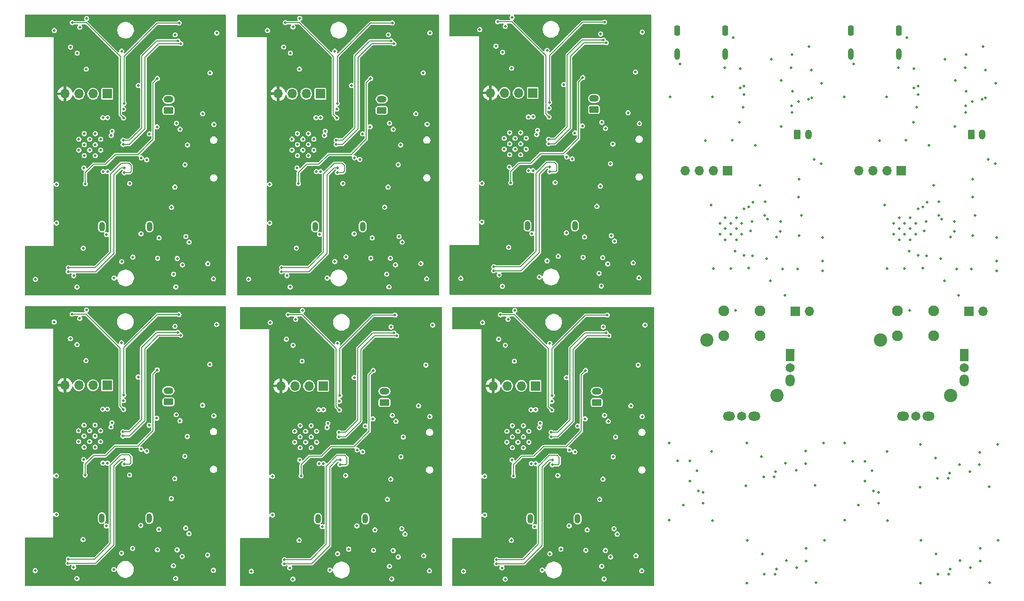
<source format=gbr>
%TF.GenerationSoftware,KiCad,Pcbnew,8.0.5*%
%TF.CreationDate,2025-01-24T10:40:51+05:30*%
%TF.ProjectId,racer_panelizatio_version2_,72616365-725f-4706-916e-656c697a6174,rev?*%
%TF.SameCoordinates,Original*%
%TF.FileFunction,Copper,L2,Inr*%
%TF.FilePolarity,Positive*%
%FSLAX46Y46*%
G04 Gerber Fmt 4.6, Leading zero omitted, Abs format (unit mm)*
G04 Created by KiCad (PCBNEW 8.0.5) date 2025-01-24 10:40:51*
%MOMM*%
%LPD*%
G01*
G04 APERTURE LIST*
G04 Aperture macros list*
%AMRoundRect*
0 Rectangle with rounded corners*
0 $1 Rounding radius*
0 $2 $3 $4 $5 $6 $7 $8 $9 X,Y pos of 4 corners*
0 Add a 4 corners polygon primitive as box body*
4,1,4,$2,$3,$4,$5,$6,$7,$8,$9,$2,$3,0*
0 Add four circle primitives for the rounded corners*
1,1,$1+$1,$2,$3*
1,1,$1+$1,$4,$5*
1,1,$1+$1,$6,$7*
1,1,$1+$1,$8,$9*
0 Add four rect primitives between the rounded corners*
20,1,$1+$1,$2,$3,$4,$5,0*
20,1,$1+$1,$4,$5,$6,$7,0*
20,1,$1+$1,$6,$7,$8,$9,0*
20,1,$1+$1,$8,$9,$2,$3,0*%
G04 Aperture macros list end*
%TA.AperFunction,ComponentPad*%
%ADD10O,1.000000X2.100000*%
%TD*%
%TA.AperFunction,ComponentPad*%
%ADD11RoundRect,0.250000X0.250000X0.650000X-0.250000X0.650000X-0.250000X-0.650000X0.250000X-0.650000X0*%
%TD*%
%TA.AperFunction,ComponentPad*%
%ADD12C,0.508000*%
%TD*%
%TA.AperFunction,ComponentPad*%
%ADD13R,1.700000X1.700000*%
%TD*%
%TA.AperFunction,ComponentPad*%
%ADD14O,1.700000X1.700000*%
%TD*%
%TA.AperFunction,ComponentPad*%
%ADD15RoundRect,0.250000X-0.350000X-0.625000X0.350000X-0.625000X0.350000X0.625000X-0.350000X0.625000X0*%
%TD*%
%TA.AperFunction,ComponentPad*%
%ADD16O,1.200000X1.750000*%
%TD*%
%TA.AperFunction,ComponentPad*%
%ADD17O,1.000000X1.700000*%
%TD*%
%TA.AperFunction,ComponentPad*%
%ADD18RoundRect,0.250000X0.625000X-0.350000X0.625000X0.350000X-0.625000X0.350000X-0.625000X-0.350000X0*%
%TD*%
%TA.AperFunction,ComponentPad*%
%ADD19O,1.750000X1.200000*%
%TD*%
%TA.AperFunction,ComponentPad*%
%ADD20C,1.950000*%
%TD*%
%TA.AperFunction,ComponentPad*%
%ADD21C,2.400000*%
%TD*%
%TA.AperFunction,ComponentPad*%
%ADD22R,1.650000X2.200000*%
%TD*%
%TA.AperFunction,ComponentPad*%
%ADD23C,1.650000*%
%TD*%
%TA.AperFunction,ComponentPad*%
%ADD24O,1.650000X2.200000*%
%TD*%
%TA.AperFunction,ComponentPad*%
%ADD25O,2.200000X1.650000*%
%TD*%
%TA.AperFunction,ViaPad*%
%ADD26C,0.508000*%
%TD*%
%TA.AperFunction,Conductor*%
%ADD27C,0.203200*%
%TD*%
G04 APERTURE END LIST*
D10*
%TO.N,Net-(P1-SHIELD)*%
%TO.C,P1*%
X184597500Y-45291500D03*
%TO.N,N/C*%
X175957500Y-45291500D03*
D11*
X184597500Y-41111500D03*
X175957500Y-41111500D03*
%TD*%
D12*
%TO.N,GND*%
%TO.C,U12*%
X114560700Y-63432000D03*
X116535700Y-63432000D03*
X113573200Y-62444500D03*
X115548200Y-62444500D03*
X117523200Y-62444500D03*
X114560700Y-61457000D03*
X116535700Y-61457000D03*
X113573200Y-60469500D03*
X115548200Y-60469500D03*
X117523200Y-60469500D03*
X114560700Y-59482000D03*
X116535700Y-59482000D03*
%TD*%
D13*
%TO.N,/U0RXD*%
%TO.C,J11*%
X153747500Y-66344000D03*
D14*
%TO.N,/U0TXD*%
X151207500Y-66344000D03*
%TO.N,GND*%
X148667500Y-66344000D03*
%TO.N,+3V3*%
X146127500Y-66344000D03*
%TD*%
D13*
%TO.N,/CP_EN*%
%TO.C,J9*%
X197214000Y-91617000D03*
D14*
%TO.N,GND*%
X199754000Y-91617000D03*
%TD*%
D13*
%TO.N,/U0RXD*%
%TO.C,J21*%
X80999114Y-105045000D03*
D14*
%TO.N,/U0TXD*%
X78459114Y-105045000D03*
%TO.N,GND*%
X75919114Y-105045000D03*
%TO.N,+3V3*%
X73379114Y-105045000D03*
%TD*%
D15*
%TO.N,GND*%
%TO.C,J12*%
X197600000Y-59774000D03*
D16*
%TO.N,LIPO+*%
X199600000Y-59774000D03*
%TD*%
D13*
%TO.N,/U0RXD*%
%TO.C,J11*%
X185025000Y-66344000D03*
D14*
%TO.N,/U0TXD*%
X182485000Y-66344000D03*
%TO.N,GND*%
X179945000Y-66344000D03*
%TO.N,+3V3*%
X177405000Y-66344000D03*
%TD*%
D17*
%TO.N,Net-(P1-SHIELD)*%
%TO.C,P2*%
X79566600Y-76364200D03*
%TO.N,N/C*%
X88106600Y-76364200D03*
%TD*%
D13*
%TO.N,/U0RXD*%
%TO.C,J21*%
X118700000Y-52300000D03*
D14*
%TO.N,/U0TXD*%
X116160000Y-52300000D03*
%TO.N,GND*%
X113620000Y-52300000D03*
%TO.N,+3V3*%
X111080000Y-52300000D03*
%TD*%
D12*
%TO.N,GND*%
%TO.C,U12*%
X115050614Y-116177000D03*
X117025614Y-116177000D03*
X114063114Y-115189500D03*
X116038114Y-115189500D03*
X118013114Y-115189500D03*
X115050614Y-114202000D03*
X117025614Y-114202000D03*
X114063114Y-113214500D03*
X116038114Y-113214500D03*
X118013114Y-113214500D03*
X115050614Y-112227000D03*
X117025614Y-112227000D03*
%TD*%
D10*
%TO.N,Net-(P1-SHIELD)*%
%TO.C,P1*%
X153320000Y-45291500D03*
%TO.N,N/C*%
X144680000Y-45291500D03*
D11*
X153320000Y-41111500D03*
X144680000Y-41111500D03*
%TD*%
D13*
%TO.N,/U0RXD*%
%TO.C,J21*%
X42127800Y-104939600D03*
D14*
%TO.N,/U0TXD*%
X39587800Y-104939600D03*
%TO.N,GND*%
X37047800Y-104939600D03*
%TO.N,+3V3*%
X34507800Y-104939600D03*
%TD*%
D13*
%TO.N,/U0RXD*%
%TO.C,J21*%
X80509200Y-52451600D03*
D14*
%TO.N,/U0TXD*%
X77969200Y-52451600D03*
%TO.N,GND*%
X75429200Y-52451600D03*
%TO.N,+3V3*%
X72889200Y-52451600D03*
%TD*%
D17*
%TO.N,Net-(P1-SHIELD)*%
%TO.C,P2*%
X41185200Y-128852200D03*
%TO.N,N/C*%
X49725200Y-128852200D03*
%TD*%
D18*
%TO.N,GND*%
%TO.C,J22*%
X129732400Y-55281200D03*
D19*
%TO.N,LIPO+*%
X129732400Y-53281200D03*
%TD*%
D18*
%TO.N,GND*%
%TO.C,J22*%
X92031514Y-108026200D03*
D19*
%TO.N,LIPO+*%
X92031514Y-106026200D03*
%TD*%
D18*
%TO.N,GND*%
%TO.C,J22*%
X53160200Y-107920800D03*
D19*
%TO.N,LIPO+*%
X53160200Y-105920800D03*
%TD*%
D12*
%TO.N,GND*%
%TO.C,U5*%
X153360000Y-78736500D03*
X155335000Y-78736500D03*
X152372500Y-77749000D03*
X154347500Y-77749000D03*
X156322500Y-77749000D03*
X153360000Y-76761500D03*
X155335000Y-76761500D03*
X152372500Y-75774000D03*
X154347500Y-75774000D03*
X156322500Y-75774000D03*
X153360000Y-74786500D03*
X155335000Y-74786500D03*
%TD*%
%TO.N,GND*%
%TO.C,U12*%
X76859814Y-116177000D03*
X78834814Y-116177000D03*
X75872314Y-115189500D03*
X77847314Y-115189500D03*
X79822314Y-115189500D03*
X76859814Y-114202000D03*
X78834814Y-114202000D03*
X75872314Y-113214500D03*
X77847314Y-113214500D03*
X79822314Y-113214500D03*
X76859814Y-112227000D03*
X78834814Y-112227000D03*
%TD*%
D17*
%TO.N,Net-(P1-SHIELD)*%
%TO.C,P2*%
X118247314Y-128957600D03*
%TO.N,N/C*%
X126787314Y-128957600D03*
%TD*%
D12*
%TO.N,GND*%
%TO.C,U5*%
X184637500Y-78736500D03*
X186612500Y-78736500D03*
X183650000Y-77749000D03*
X185625000Y-77749000D03*
X187600000Y-77749000D03*
X184637500Y-76761500D03*
X186612500Y-76761500D03*
X183650000Y-75774000D03*
X185625000Y-75774000D03*
X187600000Y-75774000D03*
X184637500Y-74786500D03*
X186612500Y-74786500D03*
%TD*%
D18*
%TO.N,GND*%
%TO.C,J22*%
X53190800Y-55444800D03*
D19*
%TO.N,LIPO+*%
X53190800Y-53444800D03*
%TD*%
D12*
%TO.N,GND*%
%TO.C,U12*%
X76369900Y-63583600D03*
X78344900Y-63583600D03*
X75382400Y-62596100D03*
X77357400Y-62596100D03*
X79332400Y-62596100D03*
X76369900Y-61608600D03*
X78344900Y-61608600D03*
X75382400Y-60621100D03*
X77357400Y-60621100D03*
X79332400Y-60621100D03*
X76369900Y-59633600D03*
X78344900Y-59633600D03*
%TD*%
D13*
%TO.N,/U0RXD*%
%TO.C,J21*%
X119189914Y-105045000D03*
D14*
%TO.N,/U0TXD*%
X116649914Y-105045000D03*
%TO.N,GND*%
X114109914Y-105045000D03*
%TO.N,+3V3*%
X111569914Y-105045000D03*
%TD*%
D18*
%TO.N,GND*%
%TO.C,J22*%
X130222314Y-108026200D03*
D19*
%TO.N,LIPO+*%
X130222314Y-106026200D03*
%TD*%
D18*
%TO.N,GND*%
%TO.C,J22*%
X91541600Y-55432800D03*
D19*
%TO.N,LIPO+*%
X91541600Y-53432800D03*
%TD*%
D13*
%TO.N,/CP_EN*%
%TO.C,J9*%
X165936500Y-91617000D03*
D14*
%TO.N,GND*%
X168476500Y-91617000D03*
%TD*%
D12*
%TO.N,GND*%
%TO.C,U12*%
X37988500Y-116071600D03*
X39963500Y-116071600D03*
X37001000Y-115084100D03*
X38976000Y-115084100D03*
X40951000Y-115084100D03*
X37988500Y-114096600D03*
X39963500Y-114096600D03*
X37001000Y-113109100D03*
X38976000Y-113109100D03*
X40951000Y-113109100D03*
X37988500Y-112121600D03*
X39963500Y-112121600D03*
%TD*%
D17*
%TO.N,Net-(P1-SHIELD)*%
%TO.C,P2*%
X41215800Y-76376200D03*
%TO.N,N/C*%
X49755800Y-76376200D03*
%TD*%
D15*
%TO.N,GND*%
%TO.C,J12*%
X166322500Y-59774000D03*
D16*
%TO.N,LIPO+*%
X168322500Y-59774000D03*
%TD*%
D13*
%TO.N,/U0RXD*%
%TO.C,J21*%
X42158400Y-52463600D03*
D14*
%TO.N,/U0TXD*%
X39618400Y-52463600D03*
%TO.N,GND*%
X37078400Y-52463600D03*
%TO.N,+3V3*%
X34538400Y-52463600D03*
%TD*%
D17*
%TO.N,Net-(P1-SHIELD)*%
%TO.C,P2*%
X117757400Y-76212600D03*
%TO.N,N/C*%
X126297400Y-76212600D03*
%TD*%
D12*
%TO.N,GND*%
%TO.C,U12*%
X38019100Y-63595600D03*
X39994100Y-63595600D03*
X37031600Y-62608100D03*
X39006600Y-62608100D03*
X40981600Y-62608100D03*
X38019100Y-61620600D03*
X39994100Y-61620600D03*
X37031600Y-60633100D03*
X39006600Y-60633100D03*
X40981600Y-60633100D03*
X38019100Y-59645600D03*
X39994100Y-59645600D03*
%TD*%
D17*
%TO.N,Net-(P1-SHIELD)*%
%TO.C,P2*%
X80056514Y-128957600D03*
%TO.N,N/C*%
X88596514Y-128957600D03*
%TD*%
D20*
%TO.N,N/C*%
%TO.C,U1*%
X184350000Y-96024000D03*
X190850000Y-96024000D03*
%TO.N,+3V3*%
X184350000Y-91524000D03*
%TO.N,/VR_BTN*%
X190850000Y-91524000D03*
D21*
%TO.N,N/C*%
X193925000Y-106774000D03*
X181275000Y-96774000D03*
D22*
%TO.N,+3V3*%
X196330000Y-99474000D03*
D23*
%TO.N,/VR1*%
X196330000Y-101774000D03*
D24*
%TO.N,GND*%
X196330000Y-104074000D03*
D25*
%TO.N,+3V3*%
X189900000Y-110504000D03*
D23*
%TO.N,/VR2*%
X187600000Y-110504000D03*
D25*
%TO.N,GND*%
X185300000Y-110504000D03*
%TD*%
D20*
%TO.N,N/C*%
%TO.C,U1*%
X153072500Y-96024000D03*
X159572500Y-96024000D03*
%TO.N,+3V3*%
X153072500Y-91524000D03*
%TO.N,/VR_BTN*%
X159572500Y-91524000D03*
D21*
%TO.N,N/C*%
X162647500Y-106774000D03*
X149997500Y-96774000D03*
D22*
%TO.N,+3V3*%
X165052500Y-99474000D03*
D23*
%TO.N,/VR1*%
X165052500Y-101774000D03*
D24*
%TO.N,GND*%
X165052500Y-104074000D03*
D25*
%TO.N,+3V3*%
X158622500Y-110504000D03*
D23*
%TO.N,/VR2*%
X156322500Y-110504000D03*
D25*
%TO.N,GND*%
X154022500Y-110504000D03*
%TD*%
D26*
%TO.N,GND*%
X71390600Y-68733000D03*
X137681114Y-101285800D03*
X132847800Y-78004800D03*
X32602800Y-93535000D03*
X113772400Y-40285800D03*
X45104800Y-55232200D03*
X200910800Y-140466000D03*
X145164300Y-47065400D03*
X92937114Y-137531600D03*
X131356514Y-121834400D03*
X170640500Y-65074000D03*
X76800800Y-38888000D03*
X61254000Y-138239000D03*
X182461600Y-83946200D03*
X124821400Y-63831600D03*
X44749200Y-44792800D03*
X174740000Y-53009000D03*
X48229000Y-77685800D03*
X92675800Y-69241000D03*
X29199200Y-138315200D03*
X180907000Y-124259500D03*
X83455600Y-55220200D03*
X51226200Y-82080000D03*
X97679600Y-56033000D03*
X49697000Y-112153200D03*
X123297400Y-81687800D03*
X48249200Y-116471200D03*
X162273800Y-138942000D03*
X76191200Y-80239200D03*
X149380800Y-124226000D03*
X109581400Y-68581400D03*
X38450000Y-38900000D03*
X159566100Y-68960200D03*
X188464800Y-140593000D03*
X160810700Y-82168200D03*
X182431000Y-116893500D03*
X46755800Y-81851400D03*
X90066914Y-134661400D03*
X89450000Y-58395200D03*
X36138600Y-85229600D03*
X89577000Y-82068000D03*
X192088200Y-82168200D03*
X95146914Y-130749800D03*
X33039800Y-75730000D03*
X121780714Y-97374200D03*
X148237800Y-120289000D03*
X130866600Y-69089400D03*
X76681114Y-132832600D03*
X114991600Y-38736400D03*
X137902400Y-57811800D03*
X38343200Y-100494600D03*
X83945514Y-107813600D03*
X56275600Y-130644400D03*
X138900314Y-94097600D03*
X55234200Y-111315000D03*
X36108000Y-137705600D03*
X38419400Y-91376000D03*
X51480200Y-78397000D03*
X130917400Y-41682800D03*
X109581400Y-75566400D03*
X128130714Y-110988600D03*
X92726600Y-41834400D03*
X137274714Y-135626600D03*
X55264800Y-58839000D03*
X143284800Y-129179000D03*
X93216514Y-94427800D03*
X54345200Y-94322400D03*
X157193800Y-140593000D03*
X67580600Y-85827200D03*
X188591800Y-132846000D03*
X44718600Y-97268800D03*
X54096400Y-84950200D03*
X127640800Y-58243600D03*
X138316114Y-138344400D03*
X110071314Y-121326400D03*
X77290714Y-91481400D03*
X188491800Y-115546000D03*
X33009200Y-121221000D03*
X196660200Y-45363600D03*
X85596514Y-134432800D03*
X83589914Y-97374200D03*
X191539800Y-121642000D03*
X51195600Y-134556000D03*
X115481514Y-91481400D03*
X87069714Y-130267200D03*
X99711600Y-57963400D03*
X86630600Y-63983200D03*
X86587114Y-103546400D03*
X109664914Y-93640400D03*
X51449600Y-130873000D03*
X133337714Y-130749800D03*
X201994200Y-50545200D03*
X182558000Y-129339500D03*
X85037714Y-121199400D03*
X112680200Y-85066000D03*
X93615600Y-58827000D03*
X128021800Y-78233400D03*
X130257000Y-72721600D03*
X51068600Y-110883200D03*
X41975400Y-130263400D03*
X136784800Y-82881600D03*
X81728400Y-85624000D03*
X61330200Y-110451400D03*
X48279800Y-63995200D03*
X176441800Y-47065400D03*
X154740100Y-42341000D03*
X33009200Y-128206000D03*
X197381800Y-120499000D03*
X131407314Y-94427800D03*
X46166400Y-121094000D03*
X169639800Y-140466000D03*
X195339400Y-88772200D03*
X199708200Y-43966600D03*
X137191200Y-48540800D03*
X86579800Y-77673800D03*
X194704400Y-50011800D03*
X200810800Y-123166000D03*
X150904800Y-116860000D03*
X149380800Y-126131000D03*
X138392314Y-110556800D03*
X115405314Y-100600000D03*
X76071514Y-93030800D03*
X54065800Y-137426200D03*
X80356800Y-77775400D03*
X46197000Y-68618000D03*
X120409114Y-138217400D03*
X186017600Y-42341000D03*
X109175000Y-40895400D03*
X131806400Y-58675400D03*
X37840400Y-80251200D03*
X61868800Y-41516200D03*
X100125314Y-138344400D03*
X202334800Y-115546000D03*
X92066200Y-72873200D03*
X174811000Y-115369500D03*
X33039800Y-68745000D03*
X99000400Y-48692400D03*
X99490314Y-101285800D03*
X60619000Y-101180400D03*
X123787314Y-134432800D03*
X93165714Y-121834400D03*
X163426900Y-50011800D03*
X124770600Y-77522200D03*
X87120514Y-116576600D03*
X164061900Y-88772200D03*
X61838200Y-93992200D03*
X77214514Y-100600000D03*
X182360000Y-53009000D03*
X37809800Y-132727200D03*
X74979314Y-137811000D03*
X202434800Y-132846000D03*
X114915400Y-47855000D03*
X88078400Y-59665200D03*
X127767800Y-81916400D03*
X157320800Y-132846000D03*
X114382000Y-80087600D03*
X47746400Y-50965000D03*
X48198400Y-130161800D03*
X190843600Y-68960200D03*
X125311314Y-116576600D03*
X166210800Y-137799000D03*
X124777914Y-103546400D03*
X132296314Y-111420400D03*
X71474114Y-93640400D03*
X74489400Y-85217600D03*
X118547600Y-77623800D03*
X43347000Y-138112000D03*
X56306200Y-78168400D03*
X105771400Y-85675600D03*
X84547800Y-68606000D03*
X60243200Y-83045200D03*
X138410400Y-41352600D03*
X54375800Y-41846400D03*
X162144500Y-121407000D03*
X99635400Y-85751000D03*
X191639800Y-138942000D03*
X157064500Y-123058000D03*
X94657000Y-78156400D03*
X37200200Y-92925400D03*
X192901000Y-46201800D03*
X53684800Y-125361200D03*
X98594000Y-83033200D03*
X143284800Y-115336000D03*
X92556114Y-125466600D03*
X123228514Y-121199400D03*
X43377600Y-85636000D03*
X32633400Y-41059000D03*
X54325000Y-69253000D03*
X151184100Y-83946200D03*
X174811000Y-129212500D03*
X119037514Y-130368800D03*
X168430700Y-43966600D03*
X184493600Y-47802000D03*
X165382700Y-45363600D03*
X70984200Y-41047000D03*
X130746914Y-125466600D03*
X100201514Y-110556800D03*
X86097200Y-50953000D03*
X171163800Y-132846000D03*
X169510500Y-122931000D03*
X94105514Y-111420400D03*
X126759114Y-112258600D03*
X166081500Y-120264000D03*
X100709514Y-94097600D03*
X171034500Y-115311000D03*
X49727600Y-59677200D03*
X99083914Y-135626600D03*
X188364800Y-123293000D03*
X151082500Y-53009000D03*
X59328800Y-56045000D03*
X42006000Y-77787400D03*
X61360800Y-57975400D03*
X181090000Y-60857600D03*
X60212600Y-135521200D03*
X71880514Y-121326400D03*
X89831000Y-78385000D03*
X135870400Y-55881400D03*
X179764000Y-120322500D03*
X71880514Y-128311400D03*
X29229800Y-85839200D03*
X151031800Y-129306000D03*
X88568314Y-112258600D03*
X75581600Y-40437400D03*
X54294400Y-121729000D03*
X149812500Y-60857600D03*
X89939914Y-110988600D03*
X122136314Y-107813600D03*
X98169514Y-108626400D03*
X160368800Y-138942000D03*
X82218314Y-138217400D03*
X71390600Y-75718000D03*
X119919200Y-85472400D03*
X38373800Y-48018600D03*
X193444800Y-121642000D03*
X128257714Y-134661400D03*
X160239500Y-121407000D03*
X113170114Y-137811000D03*
X80846714Y-130368800D03*
X76724600Y-48006600D03*
X121646400Y-55068600D03*
X137826200Y-85599400D03*
X143462500Y-53009000D03*
X131127914Y-137531600D03*
X37230800Y-40449400D03*
X61284600Y-85763000D03*
X45074200Y-107708200D03*
X122738600Y-68454400D03*
X125260514Y-130267200D03*
X90320914Y-130978400D03*
X161623500Y-46201800D03*
X157191500Y-115311000D03*
X126269200Y-59513600D03*
X153216100Y-47802000D03*
X60649600Y-48704400D03*
X68070514Y-138420600D03*
X51099200Y-58407200D03*
X130638000Y-84786600D03*
X121290800Y-44629200D03*
X124288000Y-50801400D03*
X201918000Y-65074000D03*
X110071314Y-128311400D03*
X92447200Y-84938200D03*
X193544800Y-138942000D03*
X106261314Y-138420600D03*
X114262314Y-93030800D03*
X197481800Y-137799000D03*
X128511714Y-130978400D03*
X180907000Y-126164500D03*
X85106600Y-81839400D03*
X47715800Y-103441000D03*
X114871914Y-132832600D03*
X53715400Y-72885200D03*
X59298200Y-108521000D03*
X136360314Y-108626400D03*
X100219600Y-41504200D03*
X170716700Y-50545200D03*
X46725200Y-134327400D03*
X83100000Y-44780800D03*
%TO.N,+3V3*%
X113493000Y-71248400D03*
X124549314Y-116576600D03*
X75792114Y-123993400D03*
X199109000Y-117019200D03*
X199209000Y-134319200D03*
X97255114Y-102327200D03*
X176284200Y-118595300D03*
X39714800Y-100926400D03*
X85868600Y-63983200D03*
X86358514Y-116576600D03*
X38704000Y-73520200D03*
X58383800Y-102221800D03*
X135445914Y-102327200D03*
X77054800Y-73508200D03*
X154587700Y-60781400D03*
X115245600Y-73356600D03*
X124059400Y-63831600D03*
X75302200Y-71400000D03*
X115735514Y-126101600D03*
X113982914Y-123993400D03*
X36920800Y-123888000D03*
X134956000Y-49582200D03*
X144758000Y-118561800D03*
X47517800Y-63995200D03*
X36951400Y-71412000D03*
X78586114Y-101031800D03*
X47487200Y-116471200D03*
X167808700Y-116784200D03*
X167938000Y-134319200D03*
X38673400Y-125996200D03*
X96765200Y-49733800D03*
X39745400Y-48450400D03*
X116776914Y-101031800D03*
X116287000Y-48286800D03*
X78096200Y-48438400D03*
X185865200Y-60781400D03*
X77544714Y-126101600D03*
X58414400Y-49745800D03*
%TO.N,/CP_EN*%
X166347900Y-83971600D03*
X197625400Y-83971600D03*
X163680900Y-83971600D03*
X194958400Y-83971600D03*
%TO.N,+5V*%
X196685600Y-51993000D03*
X197803200Y-53898000D03*
X165408100Y-51993000D03*
X166525700Y-53898000D03*
%TO.N,Net-(D1-A)*%
X202172000Y-84378000D03*
X170894500Y-84378000D03*
%TO.N,Net-(D2-A)*%
X170894500Y-82600000D03*
X202172000Y-82600000D03*
%TO.N,Net-(D3-A)*%
X202169411Y-78309989D03*
X170891911Y-78309989D03*
%TO.N,/OPT_INT*%
X164176500Y-118994000D03*
X164305800Y-136529000D03*
X195476800Y-119229000D03*
X146967800Y-122194000D03*
X195576800Y-136529000D03*
X178494000Y-122227500D03*
%TO.N,/ADC_BATT*%
X76546800Y-68631400D03*
X182055200Y-72516200D03*
X114737600Y-68479800D03*
X89526200Y-49683000D03*
X150777700Y-72516200D03*
X169370500Y-64312000D03*
X200648000Y-64312000D03*
X51175400Y-49695000D03*
X128206914Y-102276400D03*
X90016114Y-102276400D03*
X77036714Y-121224800D03*
X38165400Y-121119400D03*
X51144800Y-102171000D03*
X115227514Y-121224800D03*
X127717000Y-49531400D03*
X38196000Y-68643400D03*
%TO.N,Net-(U5-IO27)*%
X156746700Y-73125800D03*
X79721800Y-56769600D03*
X113264400Y-87098000D03*
X41340400Y-109257600D03*
X117912600Y-56618000D03*
X188024200Y-73125800D03*
X162588700Y-78205800D03*
X193866200Y-78205800D03*
X75563514Y-139843000D03*
X36692200Y-139737600D03*
X113754314Y-139843000D03*
X80211714Y-109363000D03*
X118402514Y-109363000D03*
X36722800Y-87261600D03*
X75073600Y-87249600D03*
X41371000Y-56781600D03*
%TO.N,Net-(U5-IO26)*%
X80560000Y-56744200D03*
X81049914Y-109337600D03*
X42178600Y-109232200D03*
X131044400Y-87072600D03*
X119240714Y-109337600D03*
X194552000Y-77266000D03*
X163274500Y-77266000D03*
X93343514Y-139817600D03*
X54502800Y-87236200D03*
X92853600Y-87224200D03*
X131534314Y-139817600D03*
X157584900Y-72795600D03*
X42209200Y-56756200D03*
X54472200Y-139712200D03*
X188862400Y-72795600D03*
X118750800Y-56592600D03*
%TO.N,Net-(U5-IO25)*%
X55056400Y-92188800D03*
X158347500Y-72007600D03*
X93927714Y-92294200D03*
X84021714Y-106772200D03*
X55087000Y-39712800D03*
X121722600Y-54027200D03*
X189625000Y-72007600D03*
X83531800Y-54178800D03*
X131628600Y-39549200D03*
X194602800Y-75488000D03*
X122212514Y-106772200D03*
X93437800Y-39700800D03*
X45181000Y-54190800D03*
X132118514Y-92294200D03*
X163325300Y-75488000D03*
X45150400Y-106666800D03*
%TO.N,Net-(U5-IO22)*%
X122136314Y-109388400D03*
X35828600Y-92138000D03*
X45104800Y-56807000D03*
X35859200Y-39662000D03*
X74699914Y-92243400D03*
X83945514Y-109388400D03*
X121646400Y-56643400D03*
X83455600Y-56795000D03*
X112890714Y-92243400D03*
X74210000Y-39650000D03*
X112400800Y-39498400D03*
X45074200Y-109283000D03*
%TO.N,/STAT1*%
X168305375Y-53470185D03*
X165306500Y-54660000D03*
X196584000Y-54660000D03*
X199582875Y-53470185D03*
%TO.N,/STAT2*%
X196634800Y-55828400D03*
X200190800Y-53212200D03*
X165357300Y-55828400D03*
X168913300Y-53212200D03*
%TO.N,Net-(U7-THERM)*%
X165227700Y-47774000D03*
X196505200Y-47774000D03*
X168837100Y-48183000D03*
X200114600Y-48183000D03*
%TO.N,MOTOR_0_IN1*%
X35523800Y-96532200D03*
X112204914Y-136337800D03*
X35173400Y-83756400D03*
X121748000Y-66498600D03*
X35142800Y-136232400D03*
X35554400Y-44056200D03*
X73524200Y-83744400D03*
X83557200Y-66650200D03*
X122237914Y-119243600D03*
X74395114Y-96637600D03*
X74014114Y-136337800D03*
X45206400Y-66662200D03*
X73905200Y-44044200D03*
X84047114Y-119243600D03*
X112585914Y-96637600D03*
X112096000Y-43892600D03*
X111715000Y-83592800D03*
X45175800Y-119138200D03*
%TO.N,MOTOR_0_IN2*%
X36717600Y-97624400D03*
X122263314Y-118380000D03*
X75588914Y-97729800D03*
X84072514Y-118380000D03*
X75099000Y-45136400D03*
X113289800Y-44984800D03*
X45201200Y-118274600D03*
X73963314Y-137074400D03*
X111664200Y-84329400D03*
X83582600Y-65786600D03*
X73473400Y-84481000D03*
X112154114Y-137074400D03*
X113779714Y-97729800D03*
X36748200Y-45148400D03*
X35092000Y-136969000D03*
X35122600Y-84493000D03*
X45231800Y-65798600D03*
X121773400Y-65635000D03*
%TO.N,MOTOR_1_IN1*%
X45003200Y-61607600D03*
X55361200Y-95922600D03*
X83354000Y-61595600D03*
X132702714Y-135855200D03*
X132423314Y-96028000D03*
X83843914Y-114189000D03*
X132212800Y-83110200D03*
X55640600Y-135749800D03*
X121544800Y-61444000D03*
X44972600Y-114083600D03*
X131933400Y-43283000D03*
X94022000Y-83261800D03*
X122034714Y-114189000D03*
X94511914Y-135855200D03*
X94232514Y-96028000D03*
X93742600Y-43434600D03*
X55391800Y-43446600D03*
X55671200Y-83273800D03*
%TO.N,MOTOR_1_IN2*%
X131915314Y-95520000D03*
X93597514Y-134686800D03*
X131788314Y-134686800D03*
X93234600Y-42926600D03*
X122034714Y-113401600D03*
X54726200Y-134581400D03*
X83843914Y-113401600D03*
X83354000Y-60808200D03*
X93724514Y-95520000D03*
X93107600Y-82093400D03*
X54756800Y-82105400D03*
X131298400Y-81941800D03*
X44972600Y-113296200D03*
X45003200Y-60820200D03*
X131425400Y-42775000D03*
X54853200Y-95414600D03*
X121544800Y-60656600D03*
X54883800Y-42938600D03*
%TO.N,/SCL*%
X148491800Y-123946600D03*
X41421800Y-66459000D03*
X193724200Y-120753000D03*
X117963400Y-66295400D03*
X193824200Y-138053000D03*
X118453314Y-119040400D03*
X41391200Y-118935000D03*
X162423900Y-120518000D03*
X180018000Y-123980100D03*
X80262514Y-119040400D03*
X79772600Y-66447000D03*
X162553200Y-138053000D03*
%TO.N,Net-(U5-IO11)*%
X81862714Y-111801400D03*
X43022000Y-59220000D03*
X120053514Y-111801400D03*
X42991400Y-111696000D03*
X119563600Y-59056400D03*
X81372800Y-59208000D03*
%TO.N,Net-(U5-IO3)*%
X114483600Y-65660400D03*
X37942000Y-65824000D03*
X76782714Y-118405400D03*
X114973514Y-118405400D03*
X37911400Y-118300000D03*
X76292800Y-65812000D03*
%TO.N,/SDA*%
X42178600Y-118935000D03*
X191284200Y-135332000D03*
X81049914Y-119040400D03*
X80560000Y-66447000D03*
X119240714Y-119040400D03*
X191184200Y-118032000D03*
X145770800Y-126486600D03*
X160013200Y-135332000D03*
X177297000Y-126520100D03*
X118750800Y-66295400D03*
X159883900Y-117797000D03*
X42209200Y-66459000D03*
%TO.N,/HAL_OUT*%
X167783300Y-119019400D03*
X146993200Y-118587200D03*
X42839000Y-112458000D03*
X42869600Y-59982000D03*
X199083600Y-119254400D03*
X167912600Y-136554400D03*
X119411200Y-59818400D03*
X81710314Y-112563400D03*
X178519400Y-118620700D03*
X119901114Y-112563400D03*
X81220400Y-59970000D03*
X199183600Y-136554400D03*
%TO.N,/CHRGR+*%
X126301914Y-116906800D03*
X132695400Y-65076200D03*
X87621200Y-64313400D03*
X94504600Y-65227800D03*
X56123200Y-117715800D03*
X49270400Y-64325400D03*
X88111114Y-116906800D03*
X56153800Y-65239800D03*
X133185314Y-117821200D03*
X49239800Y-116801400D03*
X125812000Y-64161800D03*
X94994514Y-117821200D03*
%TO.N,RAW*%
X133617114Y-114265200D03*
X44718600Y-135165600D03*
X121290800Y-82526000D03*
X95731114Y-131740400D03*
X94936400Y-61671800D03*
X83100000Y-82677600D03*
X56890400Y-79159000D03*
X133127200Y-61520200D03*
X95241200Y-79147000D03*
X95426314Y-114265200D03*
X54573800Y-110248200D03*
X133432000Y-78995400D03*
X44749200Y-82689600D03*
X131146000Y-57608600D03*
X133921914Y-131740400D03*
X131635914Y-110353600D03*
X121780714Y-135271000D03*
X54604400Y-57772200D03*
X56585600Y-61683800D03*
X56555000Y-114159800D03*
X92955200Y-57760200D03*
X83589914Y-135271000D03*
X56859800Y-131635000D03*
X93445114Y-110353600D03*
%TO.N,/raw_voltage*%
X156746700Y-52628000D03*
X188024200Y-52628000D03*
X156746700Y-51078600D03*
X188024200Y-51078600D03*
%TO.N,/SW_A*%
X197904800Y-78002600D03*
X166627300Y-78002600D03*
X158194500Y-75488000D03*
X189472000Y-75488000D03*
%TO.N,/SW_B*%
X192240600Y-75005400D03*
X167008300Y-74345000D03*
X160963100Y-75005400D03*
X198285800Y-74345000D03*
%TO.N,Net-(R2-Pad2)*%
X187186000Y-57555600D03*
X155908500Y-57555600D03*
%TO.N,Net-(R4-Pad2)*%
X156035500Y-47895400D03*
X156543500Y-54837800D03*
X187313000Y-47895400D03*
X187287600Y-51408800D03*
X187821000Y-54837800D03*
X156010100Y-51408800D03*
%TO.N,Net-(U5-IO13)*%
X189560900Y-81596700D03*
X158283400Y-81596700D03*
%TO.N,Net-(U5-IO14)*%
X186424000Y-80822000D03*
X155146500Y-80822000D03*
%TO.N,/VR_BTN*%
X185585800Y-83946200D03*
X154308300Y-83946200D03*
X155222700Y-91490000D03*
X186500200Y-91490000D03*
%TO.N,/VR2*%
X157889700Y-77139000D03*
X189167200Y-77139000D03*
X192748600Y-86156000D03*
X161471100Y-86156000D03*
%TO.N,/VR1*%
X188862400Y-83793800D03*
X157584900Y-83793800D03*
%TO.N,Net-(U5-IO0)*%
X188024200Y-81533200D03*
X156746700Y-81533200D03*
%TO.N,/SW_C*%
X191758000Y-74370400D03*
X197854000Y-71043000D03*
X160480500Y-74370400D03*
X166576500Y-71043000D03*
%TO.N,/SW_D*%
X160531300Y-71932000D03*
X197879400Y-67791800D03*
X191808800Y-71932000D03*
X166601900Y-67791800D03*
%TO.N,Net-(R6-Pad2)*%
X190005400Y-61772000D03*
X158727900Y-61772000D03*
%TO.N,Net-(R8-Pad2)*%
X163401500Y-58317600D03*
X194679000Y-58317600D03*
%TD*%
D27*
%TO.N,/ADC_BATT*%
X41823000Y-117614200D02*
X39676700Y-117614200D01*
X77036714Y-119230900D02*
X77036714Y-121224800D01*
X80694314Y-117719600D02*
X78548014Y-117719600D01*
X41853600Y-65138200D02*
X39707300Y-65138200D01*
X88764200Y-50445000D02*
X88764200Y-60655800D01*
X128206914Y-102276400D02*
X127444914Y-103038400D01*
X38196000Y-66649500D02*
X38196000Y-68643400D01*
X89254114Y-113249200D02*
X86510914Y-115992400D01*
X51175400Y-49695000D02*
X50413400Y-50457000D01*
X124211800Y-63247400D02*
X120122400Y-63247400D01*
X39707300Y-65138200D02*
X38196000Y-66649500D01*
X89526200Y-49683000D02*
X88764200Y-50445000D01*
X118885114Y-117719600D02*
X116738814Y-117719600D01*
X76546800Y-66637500D02*
X76546800Y-68631400D01*
X78058100Y-65126200D02*
X76546800Y-66637500D01*
X78548014Y-117719600D02*
X77036714Y-119230900D01*
X126955000Y-60504200D02*
X124211800Y-63247400D01*
X47639600Y-115887000D02*
X43550200Y-115887000D01*
X50413400Y-50457000D02*
X50413400Y-60667800D01*
X81931600Y-63399000D02*
X80204400Y-65126200D01*
X43580800Y-63411000D02*
X41853600Y-65138200D01*
X120612314Y-115992400D02*
X118885114Y-117719600D01*
X39676700Y-117614200D02*
X38165400Y-119125500D01*
X86021000Y-63399000D02*
X81931600Y-63399000D01*
X116738814Y-117719600D02*
X115227514Y-119230900D01*
X127444914Y-103038400D02*
X127444914Y-113249200D01*
X38165400Y-119125500D02*
X38165400Y-121119400D01*
X86510914Y-115992400D02*
X82421514Y-115992400D01*
X50382800Y-102933000D02*
X50382800Y-113143800D01*
X43550200Y-115887000D02*
X41823000Y-117614200D01*
X120122400Y-63247400D02*
X118395200Y-64974600D01*
X82421514Y-115992400D02*
X80694314Y-117719600D01*
X116248900Y-64974600D02*
X114737600Y-66485900D01*
X51144800Y-102171000D02*
X50382800Y-102933000D01*
X50413400Y-60667800D02*
X47670200Y-63411000D01*
X115227514Y-119230900D02*
X115227514Y-121224800D01*
X126955000Y-50293400D02*
X126955000Y-60504200D01*
X118395200Y-64974600D02*
X116248900Y-64974600D01*
X90016114Y-102276400D02*
X89254114Y-103038400D01*
X50382800Y-113143800D02*
X47639600Y-115887000D01*
X127444914Y-113249200D02*
X124701714Y-115992400D01*
X114737600Y-66485900D02*
X114737600Y-68479800D01*
X88764200Y-60655800D02*
X86021000Y-63399000D01*
X127717000Y-49531400D02*
X126955000Y-50293400D01*
X124701714Y-115992400D02*
X120612314Y-115992400D01*
X80204400Y-65126200D02*
X78058100Y-65126200D01*
X89254114Y-103038400D02*
X89254114Y-113249200D01*
X47670200Y-63411000D02*
X43580800Y-63411000D01*
%TO.N,Net-(U5-IO25)*%
X93927714Y-92294200D02*
X93902314Y-92319600D01*
X131603200Y-39574600D02*
X127691600Y-39574600D01*
X51119400Y-92214200D02*
X45150400Y-98183200D01*
X83531800Y-45695200D02*
X83531800Y-54178800D01*
X51150000Y-39738200D02*
X45181000Y-45707200D01*
X89990714Y-92319600D02*
X84021714Y-98288600D01*
X128181514Y-92319600D02*
X122212514Y-98288600D01*
X55056400Y-92188800D02*
X55031000Y-92214200D01*
X127691600Y-39574600D02*
X121722600Y-45543600D01*
X55061600Y-39738200D02*
X51150000Y-39738200D01*
X121722600Y-45543600D02*
X121722600Y-54027200D01*
X84021714Y-98288600D02*
X84021714Y-106772200D01*
X93412400Y-39726200D02*
X89500800Y-39726200D01*
X93902314Y-92319600D02*
X89990714Y-92319600D01*
X55087000Y-39712800D02*
X55061600Y-39738200D01*
X89500800Y-39726200D02*
X83531800Y-45695200D01*
X93437800Y-39700800D02*
X93412400Y-39726200D01*
X132118514Y-92294200D02*
X132093114Y-92319600D01*
X131628600Y-39549200D02*
X131603200Y-39574600D01*
X45150400Y-98183200D02*
X45150400Y-106666800D01*
X45181000Y-45707200D02*
X45181000Y-54190800D01*
X132093114Y-92319600D02*
X128181514Y-92319600D01*
X122212514Y-98288600D02*
X122212514Y-106772200D01*
X55031000Y-92214200D02*
X51119400Y-92214200D01*
%TO.N,Net-(U5-IO22)*%
X74210000Y-39650000D02*
X76750000Y-39650000D01*
X38368600Y-92138000D02*
X44464600Y-98234000D01*
X38399200Y-39662000D02*
X44495200Y-45758000D01*
X115430714Y-92243400D02*
X121526714Y-98339400D01*
X44495200Y-45758000D02*
X44495200Y-56197400D01*
X35859200Y-39662000D02*
X38399200Y-39662000D01*
X74699914Y-92243400D02*
X77239914Y-92243400D01*
X35828600Y-92138000D02*
X38368600Y-92138000D01*
X83335914Y-98339400D02*
X83335914Y-108778800D01*
X114940800Y-39498400D02*
X121036800Y-45594400D01*
X76750000Y-39650000D02*
X82846000Y-45746000D01*
X121036800Y-45594400D02*
X121036800Y-56033800D01*
X121036800Y-56033800D02*
X121646400Y-56643400D01*
X112400800Y-39498400D02*
X114940800Y-39498400D01*
X44495200Y-56197400D02*
X45104800Y-56807000D01*
X112890714Y-92243400D02*
X115430714Y-92243400D01*
X82846000Y-56185400D02*
X83455600Y-56795000D01*
X82846000Y-45746000D02*
X82846000Y-56185400D01*
X44464600Y-98234000D02*
X44464600Y-108673400D01*
X83335914Y-108778800D02*
X83945514Y-109388400D01*
X121526714Y-98339400D02*
X121526714Y-108778800D01*
X44464600Y-108673400D02*
X45074200Y-109283000D01*
X77239914Y-92243400D02*
X83335914Y-98339400D01*
X121526714Y-108778800D02*
X122136314Y-109388400D01*
%TO.N,MOTOR_0_IN1*%
X78299400Y-83744400D02*
X81068000Y-80975800D01*
X83513714Y-117567200D02*
X84910714Y-117567200D01*
X81557914Y-119523000D02*
X83513714Y-117567200D01*
X122992600Y-65203200D02*
X122992600Y-66270000D01*
X112204914Y-136337800D02*
X116980114Y-136337800D01*
X81557914Y-133569200D02*
X81557914Y-119523000D01*
X122611600Y-64822200D02*
X122992600Y-65203200D01*
X122992600Y-66270000D02*
X122764000Y-66498600D01*
X46070000Y-64985800D02*
X46451000Y-65366800D01*
X46451000Y-65366800D02*
X46451000Y-66433600D01*
X84573200Y-66650200D02*
X83557200Y-66650200D01*
X46222400Y-66662200D02*
X45206400Y-66662200D01*
X116490200Y-83592800D02*
X119258800Y-80824200D01*
X119748714Y-119523000D02*
X121704514Y-117567200D01*
X81068000Y-66929600D02*
X83023800Y-64973800D01*
X46451000Y-66433600D02*
X46222400Y-66662200D01*
X42686600Y-119417600D02*
X44642400Y-117461800D01*
X42717200Y-66941600D02*
X44673000Y-64985800D01*
X83023800Y-64973800D02*
X84420800Y-64973800D01*
X123482514Y-117948200D02*
X123482514Y-119015000D01*
X123482514Y-119015000D02*
X123253914Y-119243600D01*
X84801800Y-65354800D02*
X84801800Y-66421600D01*
X122764000Y-66498600D02*
X121748000Y-66498600D01*
X84910714Y-117567200D02*
X85291714Y-117948200D01*
X119258800Y-66778000D02*
X121214600Y-64822200D01*
X119258800Y-80824200D02*
X119258800Y-66778000D01*
X39918000Y-136232400D02*
X42686600Y-133463800D01*
X44673000Y-64985800D02*
X46070000Y-64985800D01*
X111715000Y-83592800D02*
X116490200Y-83592800D01*
X73524200Y-83744400D02*
X78299400Y-83744400D01*
X84420800Y-64973800D02*
X84801800Y-65354800D01*
X39948600Y-83756400D02*
X42717200Y-80987800D01*
X74014114Y-136337800D02*
X78789314Y-136337800D01*
X42686600Y-133463800D02*
X42686600Y-119417600D01*
X46420400Y-117842800D02*
X46420400Y-118909600D01*
X85291714Y-117948200D02*
X85291714Y-119015000D01*
X123101514Y-117567200D02*
X123482514Y-117948200D01*
X35142800Y-136232400D02*
X39918000Y-136232400D01*
X46039400Y-117461800D02*
X46420400Y-117842800D01*
X46191800Y-119138200D02*
X45175800Y-119138200D01*
X46420400Y-118909600D02*
X46191800Y-119138200D01*
X44642400Y-117461800D02*
X46039400Y-117461800D01*
X85291714Y-119015000D02*
X85063114Y-119243600D01*
X121704514Y-117567200D02*
X123101514Y-117567200D01*
X84801800Y-66421600D02*
X84573200Y-66650200D01*
X35173400Y-83756400D02*
X39948600Y-83756400D01*
X121214600Y-64822200D02*
X122611600Y-64822200D01*
X119748714Y-133569200D02*
X119748714Y-119523000D01*
X42717200Y-80987800D02*
X42717200Y-66941600D01*
X81068000Y-80975800D02*
X81068000Y-66929600D01*
X116980114Y-136337800D02*
X119748714Y-133569200D01*
X123253914Y-119243600D02*
X122237914Y-119243600D01*
X78789314Y-136337800D02*
X81557914Y-133569200D01*
X85063114Y-119243600D02*
X84047114Y-119243600D01*
%TO.N,MOTOR_0_IN2*%
X119893800Y-66879600D02*
X119893800Y-81052800D01*
X43352200Y-67043200D02*
X43352200Y-81216400D01*
X121138400Y-65635000D02*
X119893800Y-66879600D01*
X119893800Y-81052800D02*
X116617200Y-84329400D01*
X84072514Y-118380000D02*
X83437514Y-118380000D01*
X43352200Y-81216400D02*
X40075600Y-84493000D01*
X82192914Y-119624600D02*
X82192914Y-133797800D01*
X81703000Y-81204400D02*
X78426400Y-84481000D01*
X40045000Y-136969000D02*
X35092000Y-136969000D01*
X45201200Y-118274600D02*
X44566200Y-118274600D01*
X83437514Y-118380000D02*
X82192914Y-119624600D01*
X121628314Y-118380000D02*
X120383714Y-119624600D01*
X83582600Y-65786600D02*
X82947600Y-65786600D01*
X117107114Y-137074400D02*
X112154114Y-137074400D01*
X120383714Y-133797800D02*
X117107114Y-137074400D01*
X122263314Y-118380000D02*
X121628314Y-118380000D01*
X81703000Y-67031200D02*
X81703000Y-81204400D01*
X78916314Y-137074400D02*
X73963314Y-137074400D01*
X82947600Y-65786600D02*
X81703000Y-67031200D01*
X43321600Y-133692400D02*
X40045000Y-136969000D01*
X78426400Y-84481000D02*
X73473400Y-84481000D01*
X40075600Y-84493000D02*
X35122600Y-84493000D01*
X43321600Y-119519200D02*
X43321600Y-133692400D01*
X82192914Y-133797800D02*
X78916314Y-137074400D01*
X120383714Y-119624600D02*
X120383714Y-133797800D01*
X44596800Y-65798600D02*
X43352200Y-67043200D01*
X116617200Y-84329400D02*
X111664200Y-84329400D01*
X44566200Y-118274600D02*
X43321600Y-119519200D01*
X45231800Y-65798600D02*
X44596800Y-65798600D01*
X121773400Y-65635000D02*
X121138400Y-65635000D01*
%TO.N,MOTOR_1_IN1*%
X125481800Y-45721400D02*
X125481800Y-58650000D01*
X127920200Y-43283000D02*
X125481800Y-45721400D01*
X48909600Y-98361000D02*
X48909600Y-111289600D01*
X125971714Y-111395000D02*
X123177714Y-114189000D01*
X94232514Y-96028000D02*
X90219314Y-96028000D01*
X87291000Y-45873000D02*
X87291000Y-58801600D01*
X84497000Y-61595600D02*
X83354000Y-61595600D01*
X90219314Y-96028000D02*
X87780914Y-98466400D01*
X125481800Y-58650000D02*
X122687800Y-61444000D01*
X89729400Y-43434600D02*
X87291000Y-45873000D01*
X122687800Y-61444000D02*
X121544800Y-61444000D01*
X123177714Y-114189000D02*
X122034714Y-114189000D01*
X55361200Y-95922600D02*
X51348000Y-95922600D01*
X128410114Y-96028000D02*
X125971714Y-98466400D01*
X51348000Y-95922600D02*
X48909600Y-98361000D01*
X125971714Y-98466400D02*
X125971714Y-111395000D01*
X55391800Y-43446600D02*
X51378600Y-43446600D01*
X48909600Y-111289600D02*
X46115600Y-114083600D01*
X131933400Y-43283000D02*
X127920200Y-43283000D01*
X132423314Y-96028000D02*
X128410114Y-96028000D01*
X48940200Y-45885000D02*
X48940200Y-58813600D01*
X48940200Y-58813600D02*
X46146200Y-61607600D01*
X87780914Y-98466400D02*
X87780914Y-111395000D01*
X46115600Y-114083600D02*
X44972600Y-114083600D01*
X84986914Y-114189000D02*
X83843914Y-114189000D01*
X46146200Y-61607600D02*
X45003200Y-61607600D01*
X87780914Y-111395000D02*
X84986914Y-114189000D01*
X87291000Y-58801600D02*
X84497000Y-61595600D01*
X51378600Y-43446600D02*
X48940200Y-45885000D01*
X93742600Y-43434600D02*
X89729400Y-43434600D01*
%TO.N,MOTOR_1_IN2*%
X121544800Y-60656600D02*
X122713200Y-60656600D01*
X46171600Y-60820200D02*
X48381400Y-58610400D01*
X48381400Y-58610400D02*
X48381400Y-45631000D01*
X45003200Y-60820200D02*
X46171600Y-60820200D01*
X48350800Y-111086400D02*
X48350800Y-98107000D01*
X122034714Y-113401600D02*
X123203114Y-113401600D01*
X85012314Y-113401600D02*
X87222114Y-111191800D01*
X128105314Y-95520000D02*
X131915314Y-95520000D01*
X122713200Y-60656600D02*
X124923000Y-58446800D01*
X51043200Y-95414600D02*
X54853200Y-95414600D01*
X86732200Y-58598400D02*
X86732200Y-45619000D01*
X125412914Y-98212400D02*
X128105314Y-95520000D01*
X83354000Y-60808200D02*
X84522400Y-60808200D01*
X44972600Y-113296200D02*
X46141000Y-113296200D01*
X124923000Y-45467400D02*
X127615400Y-42775000D01*
X87222114Y-111191800D02*
X87222114Y-98212400D01*
X89424600Y-42926600D02*
X93234600Y-42926600D01*
X83843914Y-113401600D02*
X85012314Y-113401600D01*
X124923000Y-58446800D02*
X124923000Y-45467400D01*
X48381400Y-45631000D02*
X51073800Y-42938600D01*
X48350800Y-98107000D02*
X51043200Y-95414600D01*
X127615400Y-42775000D02*
X131425400Y-42775000D01*
X125412914Y-111191800D02*
X125412914Y-98212400D01*
X86732200Y-45619000D02*
X89424600Y-42926600D01*
X46141000Y-113296200D02*
X48350800Y-111086400D01*
X123203114Y-113401600D02*
X125412914Y-111191800D01*
X87222114Y-98212400D02*
X89914514Y-95520000D01*
X51073800Y-42938600D02*
X54883800Y-42938600D01*
X89914514Y-95520000D02*
X93724514Y-95520000D01*
X84522400Y-60808200D02*
X86732200Y-58598400D01*
%TD*%
%TA.AperFunction,Conductor*%
%TO.N,+3V3*%
G36*
X140509845Y-90840213D02*
G01*
X140546390Y-90890513D01*
X140551314Y-90921600D01*
X140551314Y-140999400D01*
X140532101Y-141058531D01*
X140481801Y-141095076D01*
X140450714Y-141100000D01*
X104329914Y-141100000D01*
X104270783Y-141080787D01*
X104234238Y-141030487D01*
X104229314Y-140999400D01*
X104229314Y-139843000D01*
X113291907Y-139843000D01*
X113310638Y-139973275D01*
X113365312Y-140092996D01*
X113429492Y-140167064D01*
X113451502Y-140192464D01*
X113562223Y-140263620D01*
X113688507Y-140300700D01*
X113820121Y-140300700D01*
X113946405Y-140263620D01*
X114057126Y-140192464D01*
X114143316Y-140092996D01*
X114197990Y-139973275D01*
X114216721Y-139843000D01*
X114213069Y-139817600D01*
X131071907Y-139817600D01*
X131090638Y-139947875D01*
X131145312Y-140067596D01*
X131231502Y-140167064D01*
X131342223Y-140238220D01*
X131468507Y-140275300D01*
X131600121Y-140275300D01*
X131726405Y-140238220D01*
X131837126Y-140167064D01*
X131923316Y-140067596D01*
X131977990Y-139947875D01*
X131996721Y-139817600D01*
X131977990Y-139687325D01*
X131923316Y-139567604D01*
X131859135Y-139493536D01*
X131837127Y-139468137D01*
X131837126Y-139468136D01*
X131765927Y-139422379D01*
X131726404Y-139396979D01*
X131600121Y-139359900D01*
X131468507Y-139359900D01*
X131342224Y-139396979D01*
X131342223Y-139396979D01*
X131231500Y-139468137D01*
X131145312Y-139567603D01*
X131133713Y-139593003D01*
X131090638Y-139687325D01*
X131071907Y-139817600D01*
X114213069Y-139817600D01*
X114197990Y-139712725D01*
X114143316Y-139593004D01*
X114057126Y-139493536D01*
X114001765Y-139457958D01*
X113946404Y-139422379D01*
X113820121Y-139385300D01*
X113688507Y-139385300D01*
X113562224Y-139422379D01*
X113562223Y-139422379D01*
X113451500Y-139493537D01*
X113365312Y-139593003D01*
X113310638Y-139712724D01*
X113291907Y-139843000D01*
X104229314Y-139843000D01*
X104229314Y-138420600D01*
X105798907Y-138420600D01*
X105817638Y-138550875D01*
X105872312Y-138670596D01*
X105957504Y-138768913D01*
X105958502Y-138770064D01*
X106069223Y-138841220D01*
X106195507Y-138878300D01*
X106327121Y-138878300D01*
X106453405Y-138841220D01*
X106564126Y-138770064D01*
X106650316Y-138670596D01*
X106704990Y-138550875D01*
X106723721Y-138420600D01*
X106704990Y-138290325D01*
X106650316Y-138170604D01*
X106564126Y-138071136D01*
X106501486Y-138030880D01*
X106453404Y-137999979D01*
X106327121Y-137962900D01*
X106195507Y-137962900D01*
X106069224Y-137999979D01*
X106069223Y-137999979D01*
X105958500Y-138071137D01*
X105872312Y-138170603D01*
X105817638Y-138290324D01*
X105798907Y-138420600D01*
X104229314Y-138420600D01*
X104229314Y-137074400D01*
X111691707Y-137074400D01*
X111710438Y-137204675D01*
X111765112Y-137324396D01*
X111815298Y-137382314D01*
X111851302Y-137423864D01*
X111962023Y-137495020D01*
X112088307Y-137532100D01*
X112219921Y-137532100D01*
X112346205Y-137495020D01*
X112456926Y-137423864D01*
X112465110Y-137414418D01*
X112518353Y-137382314D01*
X112541137Y-137379700D01*
X112717930Y-137379700D01*
X112777061Y-137398913D01*
X112813606Y-137449213D01*
X112813606Y-137511387D01*
X112793958Y-137546179D01*
X112781112Y-137561002D01*
X112756413Y-137615087D01*
X112726438Y-137680725D01*
X112707707Y-137811000D01*
X112726438Y-137941275D01*
X112781112Y-138060996D01*
X112867302Y-138160464D01*
X112978023Y-138231620D01*
X113104307Y-138268700D01*
X113235921Y-138268700D01*
X113362205Y-138231620D01*
X113384332Y-138217400D01*
X119946707Y-138217400D01*
X119965438Y-138347675D01*
X120020112Y-138467396D01*
X120106302Y-138566864D01*
X120217023Y-138638020D01*
X120343307Y-138675100D01*
X120474921Y-138675100D01*
X120601205Y-138638020D01*
X120711926Y-138566864D01*
X120798116Y-138467396D01*
X120819677Y-138420182D01*
X120861717Y-138374376D01*
X120922653Y-138362029D01*
X120979209Y-138387856D01*
X121009782Y-138441994D01*
X121010547Y-138446235D01*
X121026020Y-138543925D01*
X121026023Y-138543939D01*
X121099121Y-138768913D01*
X121206514Y-138979682D01*
X121206519Y-138979691D01*
X121276042Y-139075382D01*
X121345564Y-139171071D01*
X121345566Y-139171073D01*
X121512841Y-139338348D01*
X121704223Y-139477395D01*
X121704231Y-139477399D01*
X121915000Y-139584792D01*
X122139974Y-139657890D01*
X122139976Y-139657890D01*
X122139984Y-139657893D01*
X122373628Y-139694899D01*
X122373630Y-139694900D01*
X122373633Y-139694900D01*
X122610198Y-139694900D01*
X122610198Y-139694899D01*
X122843844Y-139657893D01*
X123068827Y-139584792D01*
X123279605Y-139477395D01*
X123470987Y-139338348D01*
X123638262Y-139171073D01*
X123777309Y-138979691D01*
X123884706Y-138768913D01*
X123957807Y-138543930D01*
X123989410Y-138344400D01*
X137853707Y-138344400D01*
X137872438Y-138474675D01*
X137927112Y-138594396D01*
X138013302Y-138693864D01*
X138124023Y-138765020D01*
X138250307Y-138802100D01*
X138381921Y-138802100D01*
X138508205Y-138765020D01*
X138618926Y-138693864D01*
X138705116Y-138594396D01*
X138759790Y-138474675D01*
X138778521Y-138344400D01*
X138759790Y-138214125D01*
X138705116Y-138094404D01*
X138618926Y-137994936D01*
X138535428Y-137941275D01*
X138508204Y-137923779D01*
X138381921Y-137886700D01*
X138250307Y-137886700D01*
X138124024Y-137923779D01*
X138124023Y-137923779D01*
X138013300Y-137994937D01*
X137927112Y-138094403D01*
X137872438Y-138214124D01*
X137864591Y-138268699D01*
X137853707Y-138344400D01*
X123989410Y-138344400D01*
X123994814Y-138310281D01*
X123994814Y-138073719D01*
X123994814Y-138073715D01*
X123994813Y-138073714D01*
X123983995Y-138005414D01*
X123957807Y-137840070D01*
X123948362Y-137811000D01*
X123884706Y-137615086D01*
X123842167Y-137531600D01*
X130665507Y-137531600D01*
X130684238Y-137661875D01*
X130738912Y-137781596D01*
X130789571Y-137840060D01*
X130825102Y-137881064D01*
X130935823Y-137952220D01*
X131062107Y-137989300D01*
X131193721Y-137989300D01*
X131320005Y-137952220D01*
X131430726Y-137881064D01*
X131516916Y-137781596D01*
X131571590Y-137661875D01*
X131590321Y-137531600D01*
X131571590Y-137401325D01*
X131516916Y-137281604D01*
X131430726Y-137182136D01*
X131375365Y-137146558D01*
X131320004Y-137110979D01*
X131193721Y-137073900D01*
X131062107Y-137073900D01*
X130935824Y-137110979D01*
X130935823Y-137110979D01*
X130825100Y-137182137D01*
X130738912Y-137281603D01*
X130684238Y-137401324D01*
X130665507Y-137531600D01*
X123842167Y-137531600D01*
X123777313Y-137404317D01*
X123777309Y-137404309D01*
X123638262Y-137212927D01*
X123470987Y-137045652D01*
X123470985Y-137045650D01*
X123331247Y-136944125D01*
X123279605Y-136906605D01*
X123279599Y-136906602D01*
X123279596Y-136906600D01*
X123068827Y-136799207D01*
X122843853Y-136726109D01*
X122843839Y-136726106D01*
X122610199Y-136689100D01*
X122610195Y-136689100D01*
X122373633Y-136689100D01*
X122373629Y-136689100D01*
X122139988Y-136726106D01*
X122139974Y-136726109D01*
X121915000Y-136799207D01*
X121704231Y-136906600D01*
X121704220Y-136906607D01*
X121512842Y-137045650D01*
X121345564Y-137212928D01*
X121206521Y-137404306D01*
X121206514Y-137404317D01*
X121099121Y-137615086D01*
X121026023Y-137840060D01*
X121026020Y-137840074D01*
X121004572Y-137975482D01*
X120976345Y-138030880D01*
X120920947Y-138059106D01*
X120859539Y-138049379D01*
X120815575Y-138005414D01*
X120813727Y-138001588D01*
X120798116Y-137967404D01*
X120711926Y-137867936D01*
X120623332Y-137811000D01*
X120601204Y-137796779D01*
X120474921Y-137759700D01*
X120343307Y-137759700D01*
X120217024Y-137796779D01*
X120217023Y-137796779D01*
X120106300Y-137867937D01*
X120020112Y-137967403D01*
X119965438Y-138087124D01*
X119964391Y-138094404D01*
X119946707Y-138217400D01*
X113384332Y-138217400D01*
X113472926Y-138160464D01*
X113559116Y-138060996D01*
X113613790Y-137941275D01*
X113632521Y-137811000D01*
X113613790Y-137680725D01*
X113559116Y-137561004D01*
X113559115Y-137561003D01*
X113559115Y-137561002D01*
X113546270Y-137546179D01*
X113522067Y-137488909D01*
X113536149Y-137428350D01*
X113583137Y-137387635D01*
X113622298Y-137379700D01*
X117147305Y-137379700D01*
X117147307Y-137379700D01*
X117224955Y-137358894D01*
X117234644Y-137353300D01*
X117294573Y-137318700D01*
X118758073Y-135855200D01*
X132240307Y-135855200D01*
X132259038Y-135985475D01*
X132313712Y-136105196D01*
X132399902Y-136204664D01*
X132510623Y-136275820D01*
X132636907Y-136312900D01*
X132768521Y-136312900D01*
X132894805Y-136275820D01*
X133005526Y-136204664D01*
X133091716Y-136105196D01*
X133146390Y-135985475D01*
X133165121Y-135855200D01*
X133146390Y-135724925D01*
X133101487Y-135626600D01*
X136812307Y-135626600D01*
X136831038Y-135756875D01*
X136885712Y-135876596D01*
X136920877Y-135917179D01*
X136971902Y-135976064D01*
X137082623Y-136047220D01*
X137208907Y-136084300D01*
X137340521Y-136084300D01*
X137466805Y-136047220D01*
X137577526Y-135976064D01*
X137663716Y-135876596D01*
X137718390Y-135756875D01*
X137737121Y-135626600D01*
X137718390Y-135496325D01*
X137663716Y-135376604D01*
X137577526Y-135277136D01*
X137522165Y-135241558D01*
X137466804Y-135205979D01*
X137340521Y-135168900D01*
X137208907Y-135168900D01*
X137082624Y-135205979D01*
X137082623Y-135205979D01*
X136971900Y-135277137D01*
X136885712Y-135376603D01*
X136831038Y-135496324D01*
X136812307Y-135626600D01*
X133101487Y-135626600D01*
X133091716Y-135605204D01*
X133005526Y-135505736D01*
X132950165Y-135470158D01*
X132894804Y-135434579D01*
X132768521Y-135397500D01*
X132636907Y-135397500D01*
X132510624Y-135434579D01*
X132510623Y-135434579D01*
X132399900Y-135505737D01*
X132313712Y-135605203D01*
X132274248Y-135691620D01*
X132259038Y-135724925D01*
X132240307Y-135855200D01*
X118758073Y-135855200D01*
X119342273Y-135271000D01*
X121318307Y-135271000D01*
X121337038Y-135401275D01*
X121391712Y-135520996D01*
X121477902Y-135620464D01*
X121588623Y-135691620D01*
X121714907Y-135728700D01*
X121846521Y-135728700D01*
X121972805Y-135691620D01*
X122083526Y-135620464D01*
X122169716Y-135520996D01*
X122224390Y-135401275D01*
X122243121Y-135271000D01*
X122224390Y-135140725D01*
X122169716Y-135021004D01*
X122083526Y-134921536D01*
X122028165Y-134885958D01*
X121972804Y-134850379D01*
X121846521Y-134813300D01*
X121714907Y-134813300D01*
X121588624Y-134850379D01*
X121588623Y-134850379D01*
X121477900Y-134921537D01*
X121391712Y-135021003D01*
X121346914Y-135119100D01*
X121337038Y-135140725D01*
X121318307Y-135271000D01*
X119342273Y-135271000D01*
X120180473Y-134432800D01*
X123324907Y-134432800D01*
X123343638Y-134563075D01*
X123398312Y-134682796D01*
X123401781Y-134686800D01*
X123484502Y-134782264D01*
X123595223Y-134853420D01*
X123721507Y-134890500D01*
X123853121Y-134890500D01*
X123979405Y-134853420D01*
X124090126Y-134782264D01*
X124176316Y-134682796D01*
X124186087Y-134661400D01*
X127795307Y-134661400D01*
X127814038Y-134791675D01*
X127868712Y-134911396D01*
X127954902Y-135010864D01*
X128065623Y-135082020D01*
X128191907Y-135119100D01*
X128323521Y-135119100D01*
X128449805Y-135082020D01*
X128560526Y-135010864D01*
X128646716Y-134911396D01*
X128701390Y-134791675D01*
X128716469Y-134686800D01*
X131325907Y-134686800D01*
X131344638Y-134817075D01*
X131399312Y-134936796D01*
X131463492Y-135010864D01*
X131485502Y-135036264D01*
X131596223Y-135107420D01*
X131722507Y-135144500D01*
X131854121Y-135144500D01*
X131980405Y-135107420D01*
X132091126Y-135036264D01*
X132177316Y-134936796D01*
X132231990Y-134817075D01*
X132250721Y-134686800D01*
X132231990Y-134556525D01*
X132177316Y-134436804D01*
X132091126Y-134337336D01*
X132035765Y-134301758D01*
X131980404Y-134266179D01*
X131854121Y-134229100D01*
X131722507Y-134229100D01*
X131596224Y-134266179D01*
X131596223Y-134266179D01*
X131485500Y-134337337D01*
X131399312Y-134436803D01*
X131344638Y-134556524D01*
X131325907Y-134686800D01*
X128716469Y-134686800D01*
X128720121Y-134661400D01*
X128701390Y-134531125D01*
X128646716Y-134411404D01*
X128560526Y-134311936D01*
X128489327Y-134266179D01*
X128449804Y-134240779D01*
X128323521Y-134203700D01*
X128191907Y-134203700D01*
X128065624Y-134240779D01*
X128065623Y-134240779D01*
X127954900Y-134311937D01*
X127868712Y-134411403D01*
X127857113Y-134436803D01*
X127814038Y-134531125D01*
X127795307Y-134661400D01*
X124186087Y-134661400D01*
X124230990Y-134563075D01*
X124249721Y-134432800D01*
X124230990Y-134302525D01*
X124176316Y-134182804D01*
X124090126Y-134083336D01*
X124034765Y-134047758D01*
X123979404Y-134012179D01*
X123853121Y-133975100D01*
X123721507Y-133975100D01*
X123595224Y-134012179D01*
X123595223Y-134012179D01*
X123484500Y-134083337D01*
X123398312Y-134182803D01*
X123343638Y-134302524D01*
X123324907Y-134432800D01*
X120180473Y-134432800D01*
X120628014Y-133985259D01*
X120668208Y-133915642D01*
X120669553Y-133910620D01*
X120672603Y-133899238D01*
X120672604Y-133899234D01*
X120679539Y-133873349D01*
X120689014Y-133837993D01*
X120689014Y-131740400D01*
X133459507Y-131740400D01*
X133478238Y-131870675D01*
X133532912Y-131990396D01*
X133619102Y-132089864D01*
X133729823Y-132161020D01*
X133856107Y-132198100D01*
X133987721Y-132198100D01*
X134114005Y-132161020D01*
X134224726Y-132089864D01*
X134310916Y-131990396D01*
X134365590Y-131870675D01*
X134384321Y-131740400D01*
X134365590Y-131610125D01*
X134310916Y-131490404D01*
X134224726Y-131390936D01*
X134126581Y-131327862D01*
X134114004Y-131319779D01*
X133987721Y-131282700D01*
X133856107Y-131282700D01*
X133729824Y-131319779D01*
X133729823Y-131319779D01*
X133619100Y-131390937D01*
X133532912Y-131490403D01*
X133532912Y-131490404D01*
X133478238Y-131610125D01*
X133459507Y-131740400D01*
X120689014Y-131740400D01*
X120689014Y-130978400D01*
X128049307Y-130978400D01*
X128068038Y-131108675D01*
X128122712Y-131228396D01*
X128208902Y-131327864D01*
X128319623Y-131399020D01*
X128445907Y-131436100D01*
X128577521Y-131436100D01*
X128703805Y-131399020D01*
X128814526Y-131327864D01*
X128900716Y-131228396D01*
X128955390Y-131108675D01*
X128974121Y-130978400D01*
X128955390Y-130848125D01*
X128910487Y-130749800D01*
X132875307Y-130749800D01*
X132894038Y-130880075D01*
X132948712Y-130999796D01*
X133034902Y-131099264D01*
X133145623Y-131170420D01*
X133271907Y-131207500D01*
X133403521Y-131207500D01*
X133529805Y-131170420D01*
X133640526Y-131099264D01*
X133726716Y-130999796D01*
X133781390Y-130880075D01*
X133800121Y-130749800D01*
X133781390Y-130619525D01*
X133726716Y-130499804D01*
X133640526Y-130400336D01*
X133585165Y-130364758D01*
X133529804Y-130329179D01*
X133403521Y-130292100D01*
X133271907Y-130292100D01*
X133145624Y-130329179D01*
X133145623Y-130329179D01*
X133034900Y-130400337D01*
X132948712Y-130499803D01*
X132894038Y-130619524D01*
X132879842Y-130718262D01*
X132875307Y-130749800D01*
X128910487Y-130749800D01*
X128900716Y-130728404D01*
X128814526Y-130628936D01*
X128741172Y-130581794D01*
X128703804Y-130557779D01*
X128577521Y-130520700D01*
X128445907Y-130520700D01*
X128319624Y-130557779D01*
X128319623Y-130557779D01*
X128208900Y-130628937D01*
X128122712Y-130728403D01*
X128077914Y-130826500D01*
X128068038Y-130848125D01*
X128049307Y-130978400D01*
X120689014Y-130978400D01*
X120689014Y-130267200D01*
X124798107Y-130267200D01*
X124816838Y-130397475D01*
X124871512Y-130517196D01*
X124906677Y-130557779D01*
X124957702Y-130616664D01*
X125068423Y-130687820D01*
X125194707Y-130724900D01*
X125326321Y-130724900D01*
X125452605Y-130687820D01*
X125563326Y-130616664D01*
X125649516Y-130517196D01*
X125704190Y-130397475D01*
X125722921Y-130267200D01*
X125704190Y-130136925D01*
X125649516Y-130017204D01*
X125582937Y-129940368D01*
X125563327Y-129917737D01*
X125563326Y-129917736D01*
X125464456Y-129854196D01*
X125452604Y-129846579D01*
X125326321Y-129809500D01*
X125194707Y-129809500D01*
X125068424Y-129846579D01*
X125068423Y-129846579D01*
X124957700Y-129917737D01*
X124871512Y-130017203D01*
X124816838Y-130136924D01*
X124798107Y-130267200D01*
X120689014Y-130267200D01*
X120689014Y-128538292D01*
X126083614Y-128538292D01*
X126083614Y-129376907D01*
X126110657Y-129512864D01*
X126163701Y-129640923D01*
X126163702Y-129640926D01*
X126163703Y-129640927D01*
X126240714Y-129756183D01*
X126338731Y-129854200D01*
X126453987Y-129931211D01*
X126518019Y-129957734D01*
X126582049Y-129984256D01*
X126582050Y-129984256D01*
X126582052Y-129984257D01*
X126718006Y-130011300D01*
X126718007Y-130011300D01*
X126856621Y-130011300D01*
X126856622Y-130011300D01*
X126992576Y-129984257D01*
X127120641Y-129931211D01*
X127235897Y-129854200D01*
X127333914Y-129756183D01*
X127410925Y-129640927D01*
X127463971Y-129512862D01*
X127491014Y-129376908D01*
X127491014Y-128538292D01*
X127463971Y-128402338D01*
X127410925Y-128274273D01*
X127333914Y-128159017D01*
X127235897Y-128061000D01*
X127120641Y-127983989D01*
X127120642Y-127983989D01*
X127120640Y-127983988D01*
X127120637Y-127983987D01*
X126992578Y-127930943D01*
X126901940Y-127912914D01*
X126856622Y-127903900D01*
X126718006Y-127903900D01*
X126684017Y-127910660D01*
X126582049Y-127930943D01*
X126453990Y-127983987D01*
X126453987Y-127983988D01*
X126367149Y-128042011D01*
X126342325Y-128058599D01*
X126338727Y-128061003D01*
X126240717Y-128159013D01*
X126163702Y-128274273D01*
X126163701Y-128274276D01*
X126110657Y-128402335D01*
X126083614Y-128538292D01*
X120689014Y-128538292D01*
X120689014Y-125466600D01*
X130284507Y-125466600D01*
X130303238Y-125596875D01*
X130357912Y-125716596D01*
X130444102Y-125816064D01*
X130554823Y-125887220D01*
X130681107Y-125924300D01*
X130812721Y-125924300D01*
X130939005Y-125887220D01*
X131049726Y-125816064D01*
X131135916Y-125716596D01*
X131190590Y-125596875D01*
X131209321Y-125466600D01*
X131190590Y-125336325D01*
X131135916Y-125216604D01*
X131049726Y-125117136D01*
X130994365Y-125081558D01*
X130939004Y-125045979D01*
X130812721Y-125008900D01*
X130681107Y-125008900D01*
X130554824Y-125045979D01*
X130554823Y-125045979D01*
X130444100Y-125117137D01*
X130357912Y-125216603D01*
X130357912Y-125216604D01*
X130303238Y-125336325D01*
X130284507Y-125466600D01*
X120689014Y-125466600D01*
X120689014Y-121834400D01*
X130894107Y-121834400D01*
X130912838Y-121964675D01*
X130967512Y-122084396D01*
X131053702Y-122183864D01*
X131164423Y-122255020D01*
X131290707Y-122292100D01*
X131422321Y-122292100D01*
X131548605Y-122255020D01*
X131659326Y-122183864D01*
X131745516Y-122084396D01*
X131800190Y-121964675D01*
X131818921Y-121834400D01*
X131800190Y-121704125D01*
X131745516Y-121584404D01*
X131659326Y-121484936D01*
X131603965Y-121449358D01*
X131548604Y-121413779D01*
X131422321Y-121376700D01*
X131290707Y-121376700D01*
X131164424Y-121413779D01*
X131164423Y-121413779D01*
X131053700Y-121484937D01*
X130967512Y-121584403D01*
X130912838Y-121704124D01*
X130901339Y-121784099D01*
X130894107Y-121834400D01*
X120689014Y-121834400D01*
X120689014Y-121199400D01*
X122766107Y-121199400D01*
X122784838Y-121329675D01*
X122839512Y-121449396D01*
X122925702Y-121548864D01*
X123036423Y-121620020D01*
X123162707Y-121657100D01*
X123294321Y-121657100D01*
X123420605Y-121620020D01*
X123531326Y-121548864D01*
X123617516Y-121449396D01*
X123672190Y-121329675D01*
X123690921Y-121199400D01*
X123672190Y-121069125D01*
X123617516Y-120949404D01*
X123531326Y-120849936D01*
X123465462Y-120807608D01*
X123420604Y-120778779D01*
X123294321Y-120741700D01*
X123162707Y-120741700D01*
X123036424Y-120778779D01*
X123036423Y-120778779D01*
X122925700Y-120849937D01*
X122839512Y-120949403D01*
X122784838Y-121069124D01*
X122783791Y-121076404D01*
X122766107Y-121199400D01*
X120689014Y-121199400D01*
X120689014Y-120115495D01*
X137688614Y-120115495D01*
X137688614Y-120244105D01*
X137713705Y-120370244D01*
X137762922Y-120489064D01*
X137798889Y-120542892D01*
X137834372Y-120595997D01*
X137834374Y-120595999D01*
X137925315Y-120686940D01*
X138032250Y-120758392D01*
X138151070Y-120807609D01*
X138277209Y-120832700D01*
X138277210Y-120832700D01*
X138405818Y-120832700D01*
X138405819Y-120832700D01*
X138531958Y-120807609D01*
X138650778Y-120758392D01*
X138757713Y-120686940D01*
X138848654Y-120595999D01*
X138920106Y-120489064D01*
X138969323Y-120370244D01*
X138994414Y-120244105D01*
X138994414Y-120115495D01*
X138969323Y-119989356D01*
X138920106Y-119870536D01*
X138848654Y-119763601D01*
X138757713Y-119672660D01*
X138757711Y-119672658D01*
X138686473Y-119625059D01*
X138650778Y-119601208D01*
X138650775Y-119601206D01*
X138650774Y-119601206D01*
X138531959Y-119551991D01*
X138468888Y-119539445D01*
X138405819Y-119526900D01*
X138277209Y-119526900D01*
X138235162Y-119535263D01*
X138151068Y-119551991D01*
X138032253Y-119601206D01*
X137925316Y-119672658D01*
X137925315Y-119672660D01*
X137834374Y-119763601D01*
X137834372Y-119763602D01*
X137762920Y-119870539D01*
X137713705Y-119989354D01*
X137713705Y-119989356D01*
X137688614Y-120115495D01*
X120689014Y-120115495D01*
X120689014Y-119792729D01*
X120708227Y-119733598D01*
X120718479Y-119721594D01*
X121725308Y-118714765D01*
X121780706Y-118686539D01*
X121796443Y-118685300D01*
X121876291Y-118685300D01*
X121935422Y-118704513D01*
X121952316Y-118720017D01*
X121960499Y-118729461D01*
X121965213Y-118734900D01*
X121963248Y-118736602D01*
X121989345Y-118779881D01*
X121984023Y-118841827D01*
X121945751Y-118887292D01*
X121935101Y-118894136D01*
X121848912Y-118993603D01*
X121794238Y-119113324D01*
X121775507Y-119243600D01*
X121794238Y-119373875D01*
X121848912Y-119493596D01*
X121899098Y-119551514D01*
X121935102Y-119593064D01*
X122045823Y-119664220D01*
X122172107Y-119701300D01*
X122303721Y-119701300D01*
X122430005Y-119664220D01*
X122540726Y-119593064D01*
X122548910Y-119583618D01*
X122602153Y-119551514D01*
X122624937Y-119548900D01*
X123294105Y-119548900D01*
X123294107Y-119548900D01*
X123371755Y-119528094D01*
X123408708Y-119506759D01*
X123441373Y-119487900D01*
X123726814Y-119202459D01*
X123767008Y-119132842D01*
X123772580Y-119112043D01*
X123772583Y-119112038D01*
X123772582Y-119112038D01*
X123787813Y-119055195D01*
X123787814Y-119055193D01*
X123787814Y-117908007D01*
X123767008Y-117830359D01*
X123767008Y-117830358D01*
X123761721Y-117821200D01*
X132722907Y-117821200D01*
X132741638Y-117951475D01*
X132796312Y-118071196D01*
X132882502Y-118170664D01*
X132993223Y-118241820D01*
X133119507Y-118278900D01*
X133251121Y-118278900D01*
X133377405Y-118241820D01*
X133488126Y-118170664D01*
X133574316Y-118071196D01*
X133628990Y-117951475D01*
X133647721Y-117821200D01*
X133628990Y-117690925D01*
X133574316Y-117571204D01*
X133488126Y-117471736D01*
X133396826Y-117413061D01*
X133377404Y-117400579D01*
X133251121Y-117363500D01*
X133119507Y-117363500D01*
X132993224Y-117400579D01*
X132993223Y-117400579D01*
X132882500Y-117471737D01*
X132796312Y-117571203D01*
X132796312Y-117571204D01*
X132741638Y-117690925D01*
X132722907Y-117821200D01*
X123761721Y-117821200D01*
X123726814Y-117760741D01*
X123288973Y-117322900D01*
X123247609Y-117299018D01*
X123219356Y-117282706D01*
X123141709Y-117261900D01*
X123141707Y-117261900D01*
X121664321Y-117261900D01*
X121664316Y-117261900D01*
X121586679Y-117282703D01*
X121586670Y-117282707D01*
X121517057Y-117322896D01*
X119857352Y-118982601D01*
X119801954Y-119010827D01*
X119740546Y-119001101D01*
X119696582Y-118957137D01*
X119686641Y-118925782D01*
X119685678Y-118919087D01*
X119684390Y-118910125D01*
X119629716Y-118790404D01*
X119543526Y-118690936D01*
X119488165Y-118655358D01*
X119432804Y-118619779D01*
X119306521Y-118582700D01*
X119174907Y-118582700D01*
X119048624Y-118619779D01*
X119048623Y-118619779D01*
X118937901Y-118690936D01*
X118923041Y-118708086D01*
X118869797Y-118740191D01*
X118807851Y-118734869D01*
X118770987Y-118708086D01*
X118756126Y-118690936D01*
X118645404Y-118619779D01*
X118519121Y-118582700D01*
X118387507Y-118582700D01*
X118261224Y-118619779D01*
X118261223Y-118619779D01*
X118150500Y-118690937D01*
X118064312Y-118790403D01*
X118012627Y-118903581D01*
X118009638Y-118910125D01*
X117990907Y-119040400D01*
X118009638Y-119170675D01*
X118064312Y-119290396D01*
X118150502Y-119389864D01*
X118261223Y-119461020D01*
X118387507Y-119498100D01*
X118519121Y-119498100D01*
X118645405Y-119461020D01*
X118756126Y-119389864D01*
X118770986Y-119372715D01*
X118824229Y-119340608D01*
X118886175Y-119345929D01*
X118923042Y-119372715D01*
X118937902Y-119389864D01*
X119048623Y-119461020D01*
X119174907Y-119498100D01*
X119306520Y-119498100D01*
X119306521Y-119498100D01*
X119314469Y-119495766D01*
X119376618Y-119497539D01*
X119425855Y-119535505D01*
X119443414Y-119592290D01*
X119443414Y-129901351D01*
X119424201Y-129960482D01*
X119373901Y-129997027D01*
X119311727Y-129997027D01*
X119288426Y-129985981D01*
X119229608Y-129948181D01*
X119229603Y-129948179D01*
X119103321Y-129911100D01*
X118971707Y-129911100D01*
X118971703Y-129911100D01*
X118878876Y-129938356D01*
X118816727Y-129936580D01*
X118767492Y-129898613D01*
X118749976Y-129838957D01*
X118770870Y-129780399D01*
X118779394Y-129770702D01*
X118793914Y-129756183D01*
X118870925Y-129640927D01*
X118923971Y-129512862D01*
X118951014Y-129376908D01*
X118951014Y-128538292D01*
X118923971Y-128402338D01*
X118870925Y-128274273D01*
X118793914Y-128159017D01*
X118695897Y-128061000D01*
X118580641Y-127983989D01*
X118580642Y-127983989D01*
X118580640Y-127983988D01*
X118580637Y-127983987D01*
X118452578Y-127930943D01*
X118361940Y-127912914D01*
X118316622Y-127903900D01*
X118178006Y-127903900D01*
X118144017Y-127910660D01*
X118042049Y-127930943D01*
X117913990Y-127983987D01*
X117913987Y-127983988D01*
X117827149Y-128042011D01*
X117802325Y-128058599D01*
X117798727Y-128061003D01*
X117700717Y-128159013D01*
X117623702Y-128274273D01*
X117623701Y-128274276D01*
X117570657Y-128402335D01*
X117543614Y-128538292D01*
X117543614Y-129376907D01*
X117570657Y-129512864D01*
X117623701Y-129640923D01*
X117623702Y-129640926D01*
X117623703Y-129640927D01*
X117700714Y-129756183D01*
X117798731Y-129854200D01*
X117913987Y-129931211D01*
X117978019Y-129957734D01*
X118042049Y-129984256D01*
X118042050Y-129984256D01*
X118042052Y-129984257D01*
X118178006Y-130011300D01*
X118178007Y-130011300D01*
X118316621Y-130011300D01*
X118316622Y-130011300D01*
X118452576Y-129984257D01*
X118546755Y-129945246D01*
X118608736Y-129940368D01*
X118661748Y-129972854D01*
X118685542Y-130030295D01*
X118671028Y-130090752D01*
X118661282Y-130104066D01*
X118648512Y-130118803D01*
X118640237Y-130136925D01*
X118593838Y-130238525D01*
X118575107Y-130368800D01*
X118593838Y-130499075D01*
X118648512Y-130618796D01*
X118734702Y-130718264D01*
X118845423Y-130789420D01*
X118971707Y-130826500D01*
X119103321Y-130826500D01*
X119229605Y-130789420D01*
X119288426Y-130751617D01*
X119348556Y-130735812D01*
X119406494Y-130758369D01*
X119440109Y-130810673D01*
X119443414Y-130836248D01*
X119443414Y-133401070D01*
X119424201Y-133460201D01*
X119413949Y-133472205D01*
X116883120Y-136003035D01*
X116827722Y-136031261D01*
X116811985Y-136032500D01*
X112591937Y-136032500D01*
X112532806Y-136013287D01*
X112515910Y-135997781D01*
X112507726Y-135988336D01*
X112397004Y-135917179D01*
X112270721Y-135880100D01*
X112139107Y-135880100D01*
X112012824Y-135917179D01*
X112012823Y-135917179D01*
X111902100Y-135988337D01*
X111815912Y-136087803D01*
X111761238Y-136207524D01*
X111742507Y-136337800D01*
X111761238Y-136468075D01*
X111815912Y-136587796D01*
X111835938Y-136610907D01*
X111860141Y-136668177D01*
X111846059Y-136728735D01*
X111835939Y-136742664D01*
X111765112Y-136824403D01*
X111710438Y-136944124D01*
X111691707Y-137074400D01*
X104229314Y-137074400D01*
X104229314Y-132832600D01*
X114409507Y-132832600D01*
X114428238Y-132962875D01*
X114482912Y-133082596D01*
X114569102Y-133182064D01*
X114679823Y-133253220D01*
X114806107Y-133290300D01*
X114937721Y-133290300D01*
X115064005Y-133253220D01*
X115174726Y-133182064D01*
X115260916Y-133082596D01*
X115315590Y-132962875D01*
X115334321Y-132832600D01*
X115315590Y-132702325D01*
X115260916Y-132582604D01*
X115174726Y-132483136D01*
X115119365Y-132447558D01*
X115064004Y-132411979D01*
X114937721Y-132374900D01*
X114806107Y-132374900D01*
X114679824Y-132411979D01*
X114679823Y-132411979D01*
X114569100Y-132483137D01*
X114482912Y-132582603D01*
X114482912Y-132582604D01*
X114428238Y-132702325D01*
X114409507Y-132832600D01*
X104229314Y-132832600D01*
X104229314Y-132552600D01*
X104248527Y-132493469D01*
X104298827Y-132456924D01*
X104329914Y-132452000D01*
X109508114Y-132452000D01*
X109508114Y-128630079D01*
X109527327Y-128570948D01*
X109577627Y-128534403D01*
X109639801Y-128534403D01*
X109684741Y-128564199D01*
X109768502Y-128660864D01*
X109879223Y-128732020D01*
X110005507Y-128769100D01*
X110137121Y-128769100D01*
X110263405Y-128732020D01*
X110374126Y-128660864D01*
X110460316Y-128561396D01*
X110514990Y-128441675D01*
X110533721Y-128311400D01*
X110514990Y-128181125D01*
X110460316Y-128061404D01*
X110374126Y-127961936D01*
X110283820Y-127903900D01*
X110263404Y-127890779D01*
X110137121Y-127853700D01*
X110005507Y-127853700D01*
X109879224Y-127890779D01*
X109879223Y-127890779D01*
X109768500Y-127961937D01*
X109684742Y-128058599D01*
X109631499Y-128090706D01*
X109569553Y-128085385D01*
X109522565Y-128044669D01*
X109508114Y-127992720D01*
X109508114Y-121645079D01*
X109527327Y-121585948D01*
X109577627Y-121549403D01*
X109639801Y-121549403D01*
X109684741Y-121579199D01*
X109768502Y-121675864D01*
X109879223Y-121747020D01*
X110005507Y-121784100D01*
X110137121Y-121784100D01*
X110263405Y-121747020D01*
X110374126Y-121675864D01*
X110460316Y-121576396D01*
X110514990Y-121456675D01*
X110533721Y-121326400D01*
X110514990Y-121196125D01*
X110460316Y-121076404D01*
X110374126Y-120976936D01*
X110264625Y-120906564D01*
X110263404Y-120905779D01*
X110137121Y-120868700D01*
X110005507Y-120868700D01*
X109879224Y-120905779D01*
X109879223Y-120905779D01*
X109768500Y-120976937D01*
X109684742Y-121073599D01*
X109631499Y-121105706D01*
X109569553Y-121100385D01*
X109522565Y-121059669D01*
X109508114Y-121007720D01*
X109508114Y-118405400D01*
X114511107Y-118405400D01*
X114529838Y-118535675D01*
X114584512Y-118655396D01*
X114657987Y-118740191D01*
X114670702Y-118754864D01*
X114781423Y-118826020D01*
X114907707Y-118863100D01*
X114920686Y-118863100D01*
X114979817Y-118882313D01*
X115016362Y-118932613D01*
X115016362Y-118994787D01*
X114991822Y-119034832D01*
X114986255Y-119040400D01*
X114983214Y-119043441D01*
X114943020Y-119113057D01*
X114922214Y-119190704D01*
X114922214Y-120840685D01*
X114903001Y-120899816D01*
X114897648Y-120906556D01*
X114860522Y-120949403D01*
X114838511Y-120974805D01*
X114783838Y-121094524D01*
X114765107Y-121224800D01*
X114783838Y-121355075D01*
X114838512Y-121474796D01*
X114903159Y-121549403D01*
X114924702Y-121574264D01*
X115035423Y-121645420D01*
X115161707Y-121682500D01*
X115293321Y-121682500D01*
X115419605Y-121645420D01*
X115530326Y-121574264D01*
X115616516Y-121474796D01*
X115671190Y-121355075D01*
X115689921Y-121224800D01*
X115671190Y-121094525D01*
X115616516Y-120974804D01*
X115557384Y-120906562D01*
X115533183Y-120849294D01*
X115532814Y-120840685D01*
X115532814Y-119399029D01*
X115552027Y-119339898D01*
X115562279Y-119327894D01*
X116835808Y-118054365D01*
X116891206Y-118026139D01*
X116906943Y-118024900D01*
X118925305Y-118024900D01*
X118925307Y-118024900D01*
X119002955Y-118004094D01*
X119030150Y-117988393D01*
X119072573Y-117963900D01*
X120709309Y-116327165D01*
X120764707Y-116298939D01*
X120780444Y-116297700D01*
X124741905Y-116297700D01*
X124741907Y-116297700D01*
X124741909Y-116297699D01*
X124741912Y-116297699D01*
X124756257Y-116293855D01*
X124818346Y-116297107D01*
X124866666Y-116336233D01*
X124882759Y-116396288D01*
X124873808Y-116432813D01*
X124867638Y-116446324D01*
X124848907Y-116576600D01*
X124867638Y-116706875D01*
X124922312Y-116826596D01*
X125001753Y-116918276D01*
X125008502Y-116926064D01*
X125119223Y-116997220D01*
X125245507Y-117034300D01*
X125377121Y-117034300D01*
X125503405Y-116997220D01*
X125614126Y-116926064D01*
X125665553Y-116866713D01*
X125718795Y-116834607D01*
X125780741Y-116839928D01*
X125827730Y-116880643D01*
X125841157Y-116918276D01*
X125858237Y-117037075D01*
X125912912Y-117156796D01*
X125999102Y-117256264D01*
X126109823Y-117327420D01*
X126236107Y-117364500D01*
X126367721Y-117364500D01*
X126494005Y-117327420D01*
X126604726Y-117256264D01*
X126690916Y-117156796D01*
X126745590Y-117037075D01*
X126764321Y-116906800D01*
X126745590Y-116776525D01*
X126690916Y-116656804D01*
X126644081Y-116602754D01*
X126604727Y-116557337D01*
X126604726Y-116557336D01*
X126549365Y-116521758D01*
X126494004Y-116486179D01*
X126367721Y-116449100D01*
X126236107Y-116449100D01*
X126109824Y-116486179D01*
X126109823Y-116486179D01*
X125999100Y-116557337D01*
X125947673Y-116616686D01*
X125894430Y-116648792D01*
X125832484Y-116643470D01*
X125785496Y-116602754D01*
X125772071Y-116565125D01*
X125754990Y-116446325D01*
X125700316Y-116326604D01*
X125614126Y-116227136D01*
X125536113Y-116177000D01*
X125503404Y-116155979D01*
X125377121Y-116118900D01*
X125249843Y-116118900D01*
X125190712Y-116099687D01*
X125154167Y-116049387D01*
X125154167Y-115987213D01*
X125178708Y-115947165D01*
X126285837Y-114840036D01*
X126860673Y-114265200D01*
X133154707Y-114265200D01*
X133173438Y-114395475D01*
X133228112Y-114515196D01*
X133259538Y-114551464D01*
X133314302Y-114614664D01*
X133425023Y-114685820D01*
X133551307Y-114722900D01*
X133682921Y-114722900D01*
X133809205Y-114685820D01*
X133919926Y-114614664D01*
X134006116Y-114515196D01*
X134060790Y-114395475D01*
X134079521Y-114265200D01*
X134060790Y-114134925D01*
X134006116Y-114015204D01*
X133919926Y-113915736D01*
X133835034Y-113861179D01*
X133809204Y-113844579D01*
X133682921Y-113807500D01*
X133551307Y-113807500D01*
X133425024Y-113844579D01*
X133425023Y-113844579D01*
X133314300Y-113915737D01*
X133228112Y-114015203D01*
X133173438Y-114134924D01*
X133154707Y-114265200D01*
X126860673Y-114265200D01*
X127689215Y-113436659D01*
X127729408Y-113367041D01*
X127735374Y-113344775D01*
X127743220Y-113315495D01*
X137688614Y-113315495D01*
X137688614Y-113444104D01*
X137713705Y-113570245D01*
X137762920Y-113689060D01*
X137762922Y-113689064D01*
X137774840Y-113706900D01*
X137834372Y-113795997D01*
X137834374Y-113795999D01*
X137925315Y-113886940D01*
X138032250Y-113958392D01*
X138151070Y-114007609D01*
X138277209Y-114032700D01*
X138277210Y-114032700D01*
X138405818Y-114032700D01*
X138405819Y-114032700D01*
X138531958Y-114007609D01*
X138650778Y-113958392D01*
X138757713Y-113886940D01*
X138848654Y-113795999D01*
X138920106Y-113689064D01*
X138969323Y-113570244D01*
X138994414Y-113444105D01*
X138994414Y-113315495D01*
X138969323Y-113189356D01*
X138920106Y-113070536D01*
X138860266Y-112980979D01*
X138848655Y-112963602D01*
X138757711Y-112872658D01*
X138704606Y-112837175D01*
X138650778Y-112801208D01*
X138650775Y-112801206D01*
X138650774Y-112801206D01*
X138531959Y-112751991D01*
X138468888Y-112739445D01*
X138405819Y-112726900D01*
X138277209Y-112726900D01*
X138235162Y-112735263D01*
X138151068Y-112751991D01*
X138032253Y-112801206D01*
X137925316Y-112872658D01*
X137925315Y-112872660D01*
X137834374Y-112963601D01*
X137834372Y-112963602D01*
X137762920Y-113070539D01*
X137713705Y-113189354D01*
X137688614Y-113315495D01*
X127743220Y-113315495D01*
X127750214Y-113289393D01*
X127750214Y-111472372D01*
X127769427Y-111413241D01*
X127819727Y-111376696D01*
X127881901Y-111376696D01*
X127905201Y-111387741D01*
X127938623Y-111409220D01*
X128064907Y-111446300D01*
X128196521Y-111446300D01*
X128284729Y-111420400D01*
X131833907Y-111420400D01*
X131852638Y-111550675D01*
X131907312Y-111670396D01*
X131993502Y-111769864D01*
X132104223Y-111841020D01*
X132230507Y-111878100D01*
X132362121Y-111878100D01*
X132488405Y-111841020D01*
X132599126Y-111769864D01*
X132685316Y-111670396D01*
X132739990Y-111550675D01*
X132758721Y-111420400D01*
X132739990Y-111290125D01*
X132685316Y-111170404D01*
X132599126Y-111070936D01*
X132511310Y-111014500D01*
X132488404Y-110999779D01*
X132362121Y-110962700D01*
X132230507Y-110962700D01*
X132104224Y-110999779D01*
X132104223Y-110999779D01*
X131993500Y-111070937D01*
X131907312Y-111170403D01*
X131871690Y-111248407D01*
X131852638Y-111290125D01*
X131833907Y-111420400D01*
X128284729Y-111420400D01*
X128322805Y-111409220D01*
X128433526Y-111338064D01*
X128519716Y-111238596D01*
X128574390Y-111118875D01*
X128593121Y-110988600D01*
X128574390Y-110858325D01*
X128519716Y-110738604D01*
X128433526Y-110639136D01*
X128378165Y-110603558D01*
X128322804Y-110567979D01*
X128196521Y-110530900D01*
X128064907Y-110530900D01*
X127938624Y-110567979D01*
X127938620Y-110567980D01*
X127905201Y-110589458D01*
X127845070Y-110605263D01*
X127787132Y-110582705D01*
X127753519Y-110530400D01*
X127750214Y-110504827D01*
X127750214Y-110353600D01*
X131173507Y-110353600D01*
X131192238Y-110483875D01*
X131246912Y-110603596D01*
X131333102Y-110703064D01*
X131443823Y-110774220D01*
X131570107Y-110811300D01*
X131701721Y-110811300D01*
X131828005Y-110774220D01*
X131938726Y-110703064D01*
X132024916Y-110603596D01*
X132046287Y-110556800D01*
X137929907Y-110556800D01*
X137948638Y-110687075D01*
X138003312Y-110806796D01*
X138047961Y-110858324D01*
X138089502Y-110906264D01*
X138200223Y-110977420D01*
X138326507Y-111014500D01*
X138458121Y-111014500D01*
X138584405Y-110977420D01*
X138695126Y-110906264D01*
X138781316Y-110806796D01*
X138835990Y-110687075D01*
X138854721Y-110556800D01*
X138835990Y-110426525D01*
X138781316Y-110306804D01*
X138695126Y-110207336D01*
X138639765Y-110171758D01*
X138584404Y-110136179D01*
X138458121Y-110099100D01*
X138326507Y-110099100D01*
X138200224Y-110136179D01*
X138200223Y-110136179D01*
X138089500Y-110207337D01*
X138003312Y-110306803D01*
X137948638Y-110426524D01*
X137929907Y-110556800D01*
X132046287Y-110556800D01*
X132079590Y-110483875D01*
X132098321Y-110353600D01*
X132079590Y-110223325D01*
X132024916Y-110103604D01*
X131938726Y-110004136D01*
X131883365Y-109968558D01*
X131828004Y-109932979D01*
X131701721Y-109895900D01*
X131570107Y-109895900D01*
X131443824Y-109932979D01*
X131443823Y-109932979D01*
X131333100Y-110004137D01*
X131246912Y-110103603D01*
X131199540Y-110207336D01*
X131192238Y-110223325D01*
X131173507Y-110353600D01*
X127750214Y-110353600D01*
X127750214Y-107621552D01*
X129143614Y-107621552D01*
X129143614Y-108430844D01*
X129143615Y-108430855D01*
X129146487Y-108461498D01*
X129146487Y-108461500D01*
X129146488Y-108461501D01*
X129191660Y-108590595D01*
X129258976Y-108681805D01*
X129272876Y-108700638D01*
X129382919Y-108781854D01*
X129512013Y-108827026D01*
X129542661Y-108829900D01*
X130901966Y-108829899D01*
X130932615Y-108827026D01*
X131061709Y-108781854D01*
X131171752Y-108700638D01*
X131226543Y-108626400D01*
X135897907Y-108626400D01*
X135916638Y-108756675D01*
X135971312Y-108876396D01*
X136006477Y-108916979D01*
X136057502Y-108975864D01*
X136168223Y-109047020D01*
X136294507Y-109084100D01*
X136426121Y-109084100D01*
X136552405Y-109047020D01*
X136663126Y-108975864D01*
X136749316Y-108876396D01*
X136803990Y-108756675D01*
X136822721Y-108626400D01*
X136803990Y-108496125D01*
X136749316Y-108376404D01*
X136663126Y-108276936D01*
X136596659Y-108234220D01*
X136552404Y-108205779D01*
X136426121Y-108168700D01*
X136294507Y-108168700D01*
X136168224Y-108205779D01*
X136168223Y-108205779D01*
X136057500Y-108276937D01*
X135971312Y-108376403D01*
X135916638Y-108496124D01*
X135897907Y-108626400D01*
X131226543Y-108626400D01*
X131252968Y-108590595D01*
X131298140Y-108461501D01*
X131301014Y-108430853D01*
X131301013Y-107621548D01*
X131298140Y-107590899D01*
X131252968Y-107461805D01*
X131171752Y-107351762D01*
X131158404Y-107341911D01*
X131061709Y-107270546D01*
X130932615Y-107225374D01*
X130901967Y-107222500D01*
X130901961Y-107222500D01*
X129542669Y-107222500D01*
X129542658Y-107222501D01*
X129512015Y-107225373D01*
X129382918Y-107270546D01*
X129272876Y-107351761D01*
X129272875Y-107351762D01*
X129191660Y-107461804D01*
X129169074Y-107526352D01*
X129146488Y-107590899D01*
X129143615Y-107621544D01*
X129143614Y-107621552D01*
X127750214Y-107621552D01*
X127750214Y-105947042D01*
X129143614Y-105947042D01*
X129143614Y-106105357D01*
X129174500Y-106260633D01*
X129235082Y-106406891D01*
X129235086Y-106406899D01*
X129323037Y-106538527D01*
X129434986Y-106650476D01*
X129566614Y-106738427D01*
X129566616Y-106738428D01*
X129566619Y-106738430D01*
X129639751Y-106768722D01*
X129712880Y-106799013D01*
X129712881Y-106799013D01*
X129712883Y-106799014D01*
X129868156Y-106829900D01*
X129868157Y-106829900D01*
X130576471Y-106829900D01*
X130576472Y-106829900D01*
X130731745Y-106799014D01*
X130878009Y-106738430D01*
X131009643Y-106650475D01*
X131121589Y-106538529D01*
X131209544Y-106406895D01*
X131270128Y-106260631D01*
X131301014Y-106105358D01*
X131301014Y-105947042D01*
X131270128Y-105791769D01*
X131209544Y-105645505D01*
X131121589Y-105513871D01*
X131009643Y-105401925D01*
X131009641Y-105401923D01*
X130878013Y-105313972D01*
X130878005Y-105313968D01*
X130731747Y-105253386D01*
X130628229Y-105232795D01*
X130576472Y-105222500D01*
X129868156Y-105222500D01*
X129829337Y-105230221D01*
X129712880Y-105253386D01*
X129566622Y-105313968D01*
X129566614Y-105313972D01*
X129434986Y-105401923D01*
X129434985Y-105401925D01*
X129323039Y-105513871D01*
X129323037Y-105513872D01*
X129235086Y-105645500D01*
X129235082Y-105645508D01*
X129174500Y-105791766D01*
X129143614Y-105947042D01*
X127750214Y-105947042D01*
X127750214Y-103206529D01*
X127769427Y-103147398D01*
X127779679Y-103135394D01*
X128151509Y-102763565D01*
X128206907Y-102735339D01*
X128222644Y-102734100D01*
X128272721Y-102734100D01*
X128399005Y-102697020D01*
X128509726Y-102625864D01*
X128595916Y-102526396D01*
X128650590Y-102406675D01*
X128669321Y-102276400D01*
X128650590Y-102146125D01*
X128595916Y-102026404D01*
X128509726Y-101926936D01*
X128454365Y-101891358D01*
X128399004Y-101855779D01*
X128272721Y-101818700D01*
X128141107Y-101818700D01*
X128014824Y-101855779D01*
X128014823Y-101855779D01*
X127904100Y-101926937D01*
X127817912Y-102026403D01*
X127763238Y-102146124D01*
X127744125Y-102279051D01*
X127716692Y-102334846D01*
X127715684Y-102335868D01*
X127200614Y-102850941D01*
X127160420Y-102920557D01*
X127139614Y-102998204D01*
X127139614Y-111774827D01*
X127120401Y-111833958D01*
X127070101Y-111870503D01*
X127007927Y-111870503D01*
X126984627Y-111859458D01*
X126951207Y-111837980D01*
X126951203Y-111837979D01*
X126824921Y-111800900D01*
X126693307Y-111800900D01*
X126567024Y-111837979D01*
X126567023Y-111837979D01*
X126456300Y-111909137D01*
X126370112Y-112008603D01*
X126315438Y-112128324D01*
X126296707Y-112258600D01*
X126315438Y-112388875D01*
X126370112Y-112508596D01*
X126428918Y-112576462D01*
X126456302Y-112608064D01*
X126567023Y-112679220D01*
X126693307Y-112716300D01*
X126824921Y-112716300D01*
X126951205Y-112679220D01*
X126984625Y-112657741D01*
X127044757Y-112641936D01*
X127102695Y-112664493D01*
X127136309Y-112716797D01*
X127139614Y-112742372D01*
X127139614Y-113081070D01*
X127120401Y-113140201D01*
X127110149Y-113152205D01*
X124604720Y-115657635D01*
X124549322Y-115685861D01*
X124533585Y-115687100D01*
X120572116Y-115687100D01*
X120494479Y-115707903D01*
X120494470Y-115707907D01*
X120424857Y-115748096D01*
X120424856Y-115748097D01*
X118788120Y-117384835D01*
X118732722Y-117413061D01*
X118716985Y-117414300D01*
X116698618Y-117414300D01*
X116620971Y-117435106D01*
X116551355Y-117475300D01*
X115601327Y-118425326D01*
X115545929Y-118453552D01*
X115484520Y-118443826D01*
X115440557Y-118399862D01*
X115430616Y-118368509D01*
X115417190Y-118275125D01*
X115362516Y-118155404D01*
X115276326Y-118055936D01*
X115171227Y-117988393D01*
X115165604Y-117984779D01*
X115039321Y-117947700D01*
X114907707Y-117947700D01*
X114781424Y-117984779D01*
X114781423Y-117984779D01*
X114670700Y-118055937D01*
X114584512Y-118155403D01*
X114529838Y-118275124D01*
X114511107Y-118405400D01*
X109508114Y-118405400D01*
X109508114Y-116177000D01*
X114588207Y-116177000D01*
X114606938Y-116307275D01*
X114661612Y-116426996D01*
X114712895Y-116486180D01*
X114747802Y-116526464D01*
X114858523Y-116597620D01*
X114984807Y-116634700D01*
X115116421Y-116634700D01*
X115242705Y-116597620D01*
X115353426Y-116526464D01*
X115439616Y-116426996D01*
X115494290Y-116307275D01*
X115513021Y-116177000D01*
X116563207Y-116177000D01*
X116581938Y-116307275D01*
X116636612Y-116426996D01*
X116687895Y-116486180D01*
X116722802Y-116526464D01*
X116833523Y-116597620D01*
X116959807Y-116634700D01*
X117091421Y-116634700D01*
X117217705Y-116597620D01*
X117328426Y-116526464D01*
X117414616Y-116426996D01*
X117469290Y-116307275D01*
X117488021Y-116177000D01*
X117469290Y-116046725D01*
X117414616Y-115927004D01*
X117328426Y-115827536D01*
X117273065Y-115791958D01*
X117217704Y-115756379D01*
X117091421Y-115719300D01*
X116959807Y-115719300D01*
X116833524Y-115756379D01*
X116833523Y-115756379D01*
X116722800Y-115827537D01*
X116636612Y-115927003D01*
X116581938Y-116046724D01*
X116563207Y-116177000D01*
X115513021Y-116177000D01*
X115494290Y-116046725D01*
X115439616Y-115927004D01*
X115353426Y-115827536D01*
X115298065Y-115791958D01*
X115242704Y-115756379D01*
X115116421Y-115719300D01*
X114984807Y-115719300D01*
X114858524Y-115756379D01*
X114858523Y-115756379D01*
X114747800Y-115827537D01*
X114661612Y-115927003D01*
X114606938Y-116046724D01*
X114588207Y-116177000D01*
X109508114Y-116177000D01*
X109508114Y-115189500D01*
X113600707Y-115189500D01*
X113619438Y-115319775D01*
X113674112Y-115439496D01*
X113760302Y-115538964D01*
X113871023Y-115610120D01*
X113997307Y-115647200D01*
X114128921Y-115647200D01*
X114255205Y-115610120D01*
X114365926Y-115538964D01*
X114452116Y-115439496D01*
X114506790Y-115319775D01*
X114525521Y-115189500D01*
X115575707Y-115189500D01*
X115594438Y-115319775D01*
X115649112Y-115439496D01*
X115735302Y-115538964D01*
X115846023Y-115610120D01*
X115972307Y-115647200D01*
X116103921Y-115647200D01*
X116230205Y-115610120D01*
X116340926Y-115538964D01*
X116427116Y-115439496D01*
X116481790Y-115319775D01*
X116500521Y-115189500D01*
X117550707Y-115189500D01*
X117569438Y-115319775D01*
X117624112Y-115439496D01*
X117710302Y-115538964D01*
X117821023Y-115610120D01*
X117947307Y-115647200D01*
X118078921Y-115647200D01*
X118205205Y-115610120D01*
X118315926Y-115538964D01*
X118402116Y-115439496D01*
X118456790Y-115319775D01*
X118475521Y-115189500D01*
X118456790Y-115059225D01*
X118402116Y-114939504D01*
X118315926Y-114840036D01*
X118260565Y-114804458D01*
X118205204Y-114768879D01*
X118078921Y-114731800D01*
X117947307Y-114731800D01*
X117821024Y-114768879D01*
X117821023Y-114768879D01*
X117710300Y-114840037D01*
X117624112Y-114939503D01*
X117624112Y-114939504D01*
X117569438Y-115059225D01*
X117550707Y-115189500D01*
X116500521Y-115189500D01*
X116481790Y-115059225D01*
X116427116Y-114939504D01*
X116340926Y-114840036D01*
X116285565Y-114804458D01*
X116230204Y-114768879D01*
X116103921Y-114731800D01*
X115972307Y-114731800D01*
X115846024Y-114768879D01*
X115846023Y-114768879D01*
X115735300Y-114840037D01*
X115649112Y-114939503D01*
X115649112Y-114939504D01*
X115594438Y-115059225D01*
X115575707Y-115189500D01*
X114525521Y-115189500D01*
X114506790Y-115059225D01*
X114452116Y-114939504D01*
X114365926Y-114840036D01*
X114310565Y-114804458D01*
X114255204Y-114768879D01*
X114128921Y-114731800D01*
X113997307Y-114731800D01*
X113871024Y-114768879D01*
X113871023Y-114768879D01*
X113760300Y-114840037D01*
X113674112Y-114939503D01*
X113674112Y-114939504D01*
X113619438Y-115059225D01*
X113600707Y-115189500D01*
X109508114Y-115189500D01*
X109508114Y-114202000D01*
X114588207Y-114202000D01*
X114606938Y-114332275D01*
X114661612Y-114451996D01*
X114736536Y-114538463D01*
X114747802Y-114551464D01*
X114858523Y-114622620D01*
X114984807Y-114659700D01*
X115116421Y-114659700D01*
X115242705Y-114622620D01*
X115353426Y-114551464D01*
X115439616Y-114451996D01*
X115494290Y-114332275D01*
X115513021Y-114202000D01*
X116563207Y-114202000D01*
X116581938Y-114332275D01*
X116636612Y-114451996D01*
X116711536Y-114538463D01*
X116722802Y-114551464D01*
X116833523Y-114622620D01*
X116959807Y-114659700D01*
X117091421Y-114659700D01*
X117217705Y-114622620D01*
X117328426Y-114551464D01*
X117414616Y-114451996D01*
X117469290Y-114332275D01*
X117488021Y-114202000D01*
X117469290Y-114071725D01*
X117414616Y-113952004D01*
X117328426Y-113852536D01*
X117225971Y-113786692D01*
X117217704Y-113781379D01*
X117091421Y-113744300D01*
X116959807Y-113744300D01*
X116833524Y-113781379D01*
X116833523Y-113781379D01*
X116722800Y-113852537D01*
X116636612Y-113952003D01*
X116581938Y-114071724D01*
X116563207Y-114202000D01*
X115513021Y-114202000D01*
X115494290Y-114071725D01*
X115439616Y-113952004D01*
X115353426Y-113852536D01*
X115250971Y-113786692D01*
X115242704Y-113781379D01*
X115116421Y-113744300D01*
X114984807Y-113744300D01*
X114858524Y-113781379D01*
X114858523Y-113781379D01*
X114747800Y-113852537D01*
X114661612Y-113952003D01*
X114606938Y-114071724D01*
X114588207Y-114202000D01*
X109508114Y-114202000D01*
X109508114Y-113214500D01*
X113600707Y-113214500D01*
X113619438Y-113344775D01*
X113674112Y-113464496D01*
X113732496Y-113531875D01*
X113760302Y-113563964D01*
X113871023Y-113635120D01*
X113997307Y-113672200D01*
X114128921Y-113672200D01*
X114255205Y-113635120D01*
X114365926Y-113563964D01*
X114452116Y-113464496D01*
X114506790Y-113344775D01*
X114525521Y-113214500D01*
X115575707Y-113214500D01*
X115594438Y-113344775D01*
X115649112Y-113464496D01*
X115707496Y-113531875D01*
X115735302Y-113563964D01*
X115846023Y-113635120D01*
X115972307Y-113672200D01*
X116103921Y-113672200D01*
X116230205Y-113635120D01*
X116340926Y-113563964D01*
X116427116Y-113464496D01*
X116481790Y-113344775D01*
X116500521Y-113214500D01*
X117550707Y-113214500D01*
X117569438Y-113344775D01*
X117624112Y-113464496D01*
X117682496Y-113531875D01*
X117710302Y-113563964D01*
X117821023Y-113635120D01*
X117947307Y-113672200D01*
X118078921Y-113672200D01*
X118205205Y-113635120D01*
X118315926Y-113563964D01*
X118402116Y-113464496D01*
X118430839Y-113401600D01*
X121572307Y-113401600D01*
X121591038Y-113531875D01*
X121645712Y-113651596D01*
X121703142Y-113717874D01*
X121713148Y-113729421D01*
X121737350Y-113786692D01*
X121723267Y-113847250D01*
X121713148Y-113861179D01*
X121645711Y-113939005D01*
X121591038Y-114058724D01*
X121572307Y-114189000D01*
X121591038Y-114319275D01*
X121645712Y-114438996D01*
X121695898Y-114496914D01*
X121731902Y-114538464D01*
X121842623Y-114609620D01*
X121968907Y-114646700D01*
X122100521Y-114646700D01*
X122226805Y-114609620D01*
X122337526Y-114538464D01*
X122345710Y-114529018D01*
X122398953Y-114496914D01*
X122421737Y-114494300D01*
X123217905Y-114494300D01*
X123217907Y-114494300D01*
X123295555Y-114473494D01*
X123307451Y-114466626D01*
X123365173Y-114433300D01*
X126216015Y-111582459D01*
X126256208Y-111512841D01*
X126260426Y-111497100D01*
X126277014Y-111435193D01*
X126277014Y-101285800D01*
X137218707Y-101285800D01*
X137237438Y-101416075D01*
X137292112Y-101535796D01*
X137378302Y-101635264D01*
X137489023Y-101706420D01*
X137615307Y-101743500D01*
X137746921Y-101743500D01*
X137873205Y-101706420D01*
X137983926Y-101635264D01*
X138070116Y-101535796D01*
X138124790Y-101416075D01*
X138143521Y-101285800D01*
X138124790Y-101155525D01*
X138070116Y-101035804D01*
X137983926Y-100936336D01*
X137928565Y-100900758D01*
X137873204Y-100865179D01*
X137746921Y-100828100D01*
X137615307Y-100828100D01*
X137489024Y-100865179D01*
X137489023Y-100865179D01*
X137378300Y-100936337D01*
X137292112Y-101035803D01*
X137282113Y-101057700D01*
X137237438Y-101155525D01*
X137218707Y-101285800D01*
X126277014Y-101285800D01*
X126277014Y-98634529D01*
X126296227Y-98575398D01*
X126306479Y-98563394D01*
X128507108Y-96362765D01*
X128562506Y-96334539D01*
X128578243Y-96333300D01*
X132036291Y-96333300D01*
X132095422Y-96352513D01*
X132112316Y-96368017D01*
X132120502Y-96377464D01*
X132231223Y-96448620D01*
X132357507Y-96485700D01*
X132489121Y-96485700D01*
X132615405Y-96448620D01*
X132726126Y-96377464D01*
X132812316Y-96277996D01*
X132866990Y-96158275D01*
X132885721Y-96028000D01*
X132866990Y-95897725D01*
X132812316Y-95778004D01*
X132726126Y-95678536D01*
X132670765Y-95642958D01*
X132615404Y-95607379D01*
X132489121Y-95570300D01*
X132472123Y-95570300D01*
X132412992Y-95551087D01*
X132376447Y-95500787D01*
X132372547Y-95484017D01*
X132358990Y-95389725D01*
X132304316Y-95270004D01*
X132256395Y-95214700D01*
X132218127Y-95170537D01*
X132218126Y-95170536D01*
X132162765Y-95134958D01*
X132107404Y-95099379D01*
X131981121Y-95062300D01*
X131849507Y-95062300D01*
X131723224Y-95099379D01*
X131723223Y-95099379D01*
X131612501Y-95170536D01*
X131604318Y-95179981D01*
X131551075Y-95212086D01*
X131528291Y-95214700D01*
X128065116Y-95214700D01*
X127987479Y-95235503D01*
X127987470Y-95235507D01*
X127917857Y-95275696D01*
X127917856Y-95275697D01*
X125168615Y-98024939D01*
X125168614Y-98024941D01*
X125157437Y-98044300D01*
X125157436Y-98044300D01*
X125128421Y-98094556D01*
X125107614Y-98172204D01*
X125107614Y-103032087D01*
X125088401Y-103091218D01*
X125038101Y-103127763D01*
X124976922Y-103127763D01*
X124976909Y-103127807D01*
X124976759Y-103127763D01*
X124975927Y-103127763D01*
X124973371Y-103126768D01*
X124843721Y-103088700D01*
X124712107Y-103088700D01*
X124585824Y-103125779D01*
X124585823Y-103125779D01*
X124475100Y-103196937D01*
X124388912Y-103296403D01*
X124388912Y-103296404D01*
X124334238Y-103416125D01*
X124315507Y-103546400D01*
X124334238Y-103676675D01*
X124388912Y-103796396D01*
X124475102Y-103895864D01*
X124585823Y-103967020D01*
X124712107Y-104004100D01*
X124843721Y-104004100D01*
X124956652Y-103970940D01*
X124976909Y-103964993D01*
X124977726Y-103967776D01*
X125026952Y-103962108D01*
X125081103Y-103992659D01*
X125106954Y-104049204D01*
X125107614Y-104060712D01*
X125107614Y-111023671D01*
X125088401Y-111082802D01*
X125078149Y-111094806D01*
X123106120Y-113066835D01*
X123050722Y-113095061D01*
X123034985Y-113096300D01*
X122421737Y-113096300D01*
X122362606Y-113077087D01*
X122345710Y-113061581D01*
X122337526Y-113052136D01*
X122226804Y-112980979D01*
X122100521Y-112943900D01*
X121968907Y-112943900D01*
X121842624Y-112980979D01*
X121842623Y-112980979D01*
X121731900Y-113052137D01*
X121645712Y-113151603D01*
X121616989Y-113214500D01*
X121591038Y-113271325D01*
X121572307Y-113401600D01*
X118430839Y-113401600D01*
X118456790Y-113344775D01*
X118475521Y-113214500D01*
X118456790Y-113084225D01*
X118402116Y-112964504D01*
X118315926Y-112865036D01*
X118216608Y-112801208D01*
X118205204Y-112793879D01*
X118078921Y-112756800D01*
X117947307Y-112756800D01*
X117821024Y-112793879D01*
X117821023Y-112793879D01*
X117710300Y-112865037D01*
X117624112Y-112964503D01*
X117569438Y-113084224D01*
X117550707Y-113214500D01*
X116500521Y-113214500D01*
X116481790Y-113084225D01*
X116427116Y-112964504D01*
X116340926Y-112865036D01*
X116241608Y-112801208D01*
X116230204Y-112793879D01*
X116103921Y-112756800D01*
X115972307Y-112756800D01*
X115846024Y-112793879D01*
X115846023Y-112793879D01*
X115735300Y-112865037D01*
X115649112Y-112964503D01*
X115594438Y-113084224D01*
X115575707Y-113214500D01*
X114525521Y-113214500D01*
X114506790Y-113084225D01*
X114452116Y-112964504D01*
X114365926Y-112865036D01*
X114266608Y-112801208D01*
X114255204Y-112793879D01*
X114128921Y-112756800D01*
X113997307Y-112756800D01*
X113871024Y-112793879D01*
X113871023Y-112793879D01*
X113760300Y-112865037D01*
X113674112Y-112964503D01*
X113619438Y-113084224D01*
X113600707Y-113214500D01*
X109508114Y-113214500D01*
X109508114Y-112227000D01*
X114588207Y-112227000D01*
X114606938Y-112357275D01*
X114661612Y-112476996D01*
X114747802Y-112576464D01*
X114858523Y-112647620D01*
X114984807Y-112684700D01*
X115116421Y-112684700D01*
X115242705Y-112647620D01*
X115353426Y-112576464D01*
X115439616Y-112476996D01*
X115494290Y-112357275D01*
X115513021Y-112227000D01*
X116563207Y-112227000D01*
X116581938Y-112357275D01*
X116636612Y-112476996D01*
X116722802Y-112576464D01*
X116833523Y-112647620D01*
X116959807Y-112684700D01*
X117091421Y-112684700D01*
X117217705Y-112647620D01*
X117328426Y-112576464D01*
X117339746Y-112563400D01*
X119438707Y-112563400D01*
X119457438Y-112693675D01*
X119512112Y-112813396D01*
X119556858Y-112865036D01*
X119598302Y-112912864D01*
X119709023Y-112984020D01*
X119835307Y-113021100D01*
X119966921Y-113021100D01*
X120093205Y-112984020D01*
X120203926Y-112912864D01*
X120290116Y-112813396D01*
X120344790Y-112693675D01*
X120363521Y-112563400D01*
X120344790Y-112433125D01*
X120290116Y-112313404D01*
X120290113Y-112313400D01*
X120289926Y-112313108D01*
X120289852Y-112312827D01*
X120287127Y-112306860D01*
X120288160Y-112306388D01*
X120274126Y-112252975D01*
X120296688Y-112195039D01*
X120320168Y-112174101D01*
X120356326Y-112150864D01*
X120442516Y-112051396D01*
X120497190Y-111931675D01*
X120515921Y-111801400D01*
X120497190Y-111671125D01*
X120442516Y-111551404D01*
X120356326Y-111451936D01*
X120289859Y-111409220D01*
X120245604Y-111380779D01*
X120119321Y-111343700D01*
X119987707Y-111343700D01*
X119861424Y-111380779D01*
X119861423Y-111380779D01*
X119750700Y-111451937D01*
X119664512Y-111551403D01*
X119609838Y-111671124D01*
X119591107Y-111801400D01*
X119609838Y-111931675D01*
X119664513Y-112051398D01*
X119664699Y-112051687D01*
X119664771Y-112051963D01*
X119667501Y-112057940D01*
X119666466Y-112058412D01*
X119680502Y-112111819D01*
X119657941Y-112169756D01*
X119634457Y-112190700D01*
X119598300Y-112213937D01*
X119512112Y-112313403D01*
X119457438Y-112433124D01*
X119438707Y-112563400D01*
X117339746Y-112563400D01*
X117414616Y-112476996D01*
X117469290Y-112357275D01*
X117488021Y-112227000D01*
X117469290Y-112096725D01*
X117414616Y-111977004D01*
X117328426Y-111877536D01*
X117260617Y-111833958D01*
X117217704Y-111806379D01*
X117091421Y-111769300D01*
X116959807Y-111769300D01*
X116833524Y-111806379D01*
X116833523Y-111806379D01*
X116722800Y-111877537D01*
X116636612Y-111977003D01*
X116581938Y-112096724D01*
X116576483Y-112134663D01*
X116563207Y-112227000D01*
X115513021Y-112227000D01*
X115494290Y-112096725D01*
X115439616Y-111977004D01*
X115353426Y-111877536D01*
X115285617Y-111833958D01*
X115242704Y-111806379D01*
X115116421Y-111769300D01*
X114984807Y-111769300D01*
X114858524Y-111806379D01*
X114858523Y-111806379D01*
X114747800Y-111877537D01*
X114661612Y-111977003D01*
X114606938Y-112096724D01*
X114601483Y-112134663D01*
X114588207Y-112227000D01*
X109508114Y-112227000D01*
X109508114Y-109363000D01*
X117940107Y-109363000D01*
X117958838Y-109493275D01*
X118013512Y-109612996D01*
X118077692Y-109687064D01*
X118099702Y-109712464D01*
X118210423Y-109783620D01*
X118336707Y-109820700D01*
X118468321Y-109820700D01*
X118594605Y-109783620D01*
X118705326Y-109712464D01*
X118756592Y-109653300D01*
X118809831Y-109621195D01*
X118871778Y-109626515D01*
X118908646Y-109653301D01*
X118937902Y-109687064D01*
X119048623Y-109758220D01*
X119174907Y-109795300D01*
X119306521Y-109795300D01*
X119432805Y-109758220D01*
X119543526Y-109687064D01*
X119629716Y-109587596D01*
X119684390Y-109467875D01*
X119703121Y-109337600D01*
X119684390Y-109207325D01*
X119629716Y-109087604D01*
X119543526Y-108988136D01*
X119454154Y-108930700D01*
X119432804Y-108916979D01*
X119306521Y-108879900D01*
X119174907Y-108879900D01*
X119048624Y-108916979D01*
X119048623Y-108916979D01*
X118937902Y-108988136D01*
X118886879Y-109047020D01*
X118886637Y-109047299D01*
X118833394Y-109079405D01*
X118771448Y-109074084D01*
X118734581Y-109047298D01*
X118705327Y-109013537D01*
X118705326Y-109013536D01*
X118634127Y-108967779D01*
X118594604Y-108942379D01*
X118468321Y-108905300D01*
X118336707Y-108905300D01*
X118210424Y-108942379D01*
X118210423Y-108942379D01*
X118099700Y-109013537D01*
X118013512Y-109113003D01*
X117958838Y-109232724D01*
X117940107Y-109363000D01*
X109508114Y-109363000D01*
X109508114Y-104794999D01*
X110239278Y-104794999D01*
X110239278Y-104795000D01*
X111136902Y-104795000D01*
X111103989Y-104852007D01*
X111069914Y-104979174D01*
X111069914Y-105110826D01*
X111103989Y-105237993D01*
X111136902Y-105295000D01*
X110239278Y-105295000D01*
X110296484Y-105508494D01*
X110396311Y-105722573D01*
X110396316Y-105722581D01*
X110531806Y-105916080D01*
X110698833Y-106083107D01*
X110892332Y-106218597D01*
X110892340Y-106218602D01*
X111106419Y-106318429D01*
X111319913Y-106375634D01*
X111319914Y-106375634D01*
X111319914Y-105478012D01*
X111376921Y-105510925D01*
X111504088Y-105545000D01*
X111635740Y-105545000D01*
X111762907Y-105510925D01*
X111819914Y-105478012D01*
X111819914Y-106375634D01*
X112033408Y-106318429D01*
X112247487Y-106218602D01*
X112247495Y-106218597D01*
X112440994Y-106083107D01*
X112608021Y-105916080D01*
X112743511Y-105722581D01*
X112743516Y-105722573D01*
X112843343Y-105508494D01*
X112895713Y-105313051D01*
X112929575Y-105260907D01*
X112987620Y-105238626D01*
X113047676Y-105254718D01*
X113086803Y-105303036D01*
X113089153Y-105309886D01*
X113131709Y-105450179D01*
X113131712Y-105450186D01*
X113229551Y-105633230D01*
X113229556Y-105633237D01*
X113361230Y-105793682D01*
X113361231Y-105793683D01*
X113521676Y-105925357D01*
X113521683Y-105925362D01*
X113704727Y-106023201D01*
X113704734Y-106023204D01*
X113866372Y-106072235D01*
X113903353Y-106083453D01*
X114109914Y-106103798D01*
X114316475Y-106083453D01*
X114415786Y-106053327D01*
X114515093Y-106023204D01*
X114515100Y-106023201D01*
X114698144Y-105925362D01*
X114698145Y-105925360D01*
X114698151Y-105925358D01*
X114858597Y-105793683D01*
X114990272Y-105633237D01*
X115088116Y-105450184D01*
X115148367Y-105251561D01*
X115168712Y-105045000D01*
X115591116Y-105045000D01*
X115611461Y-105251561D01*
X115611461Y-105251563D01*
X115611462Y-105251566D01*
X115671709Y-105450179D01*
X115671712Y-105450186D01*
X115769551Y-105633230D01*
X115769556Y-105633237D01*
X115901230Y-105793682D01*
X115901231Y-105793683D01*
X116061676Y-105925357D01*
X116061683Y-105925362D01*
X116244727Y-106023201D01*
X116244734Y-106023204D01*
X116406372Y-106072235D01*
X116443353Y-106083453D01*
X116649914Y-106103798D01*
X116856475Y-106083453D01*
X116955786Y-106053327D01*
X117055093Y-106023204D01*
X117055100Y-106023201D01*
X117238144Y-105925362D01*
X117238145Y-105925360D01*
X117238151Y-105925358D01*
X117398597Y-105793683D01*
X117530272Y-105633237D01*
X117628116Y-105450184D01*
X117688367Y-105251561D01*
X117708712Y-105045000D01*
X117688367Y-104838439D01*
X117669714Y-104776948D01*
X117628118Y-104639820D01*
X117628115Y-104639813D01*
X117530276Y-104456769D01*
X117530271Y-104456762D01*
X117398597Y-104296317D01*
X117398596Y-104296316D01*
X117250694Y-104174936D01*
X118136214Y-104174936D01*
X118136214Y-105915064D01*
X118138262Y-105925358D01*
X118148032Y-105974479D01*
X118148033Y-105974480D01*
X118193054Y-106041860D01*
X118260434Y-106086881D01*
X118319850Y-106098700D01*
X118319851Y-106098700D01*
X120059977Y-106098700D01*
X120059978Y-106098700D01*
X120119394Y-106086881D01*
X120186774Y-106041860D01*
X120231795Y-105974480D01*
X120243614Y-105915064D01*
X120243614Y-104174936D01*
X120231795Y-104115520D01*
X120186774Y-104048140D01*
X120124526Y-104006548D01*
X120119393Y-104003118D01*
X120071796Y-103993650D01*
X120059978Y-103991300D01*
X118319850Y-103991300D01*
X118313018Y-103992659D01*
X118260434Y-104003118D01*
X118193054Y-104048140D01*
X118148032Y-104115520D01*
X118138262Y-104164642D01*
X118136214Y-104174936D01*
X117250694Y-104174936D01*
X117238151Y-104164642D01*
X117238144Y-104164637D01*
X117055100Y-104066798D01*
X117055093Y-104066795D01*
X116856480Y-104006548D01*
X116856477Y-104006547D01*
X116856475Y-104006547D01*
X116649914Y-103986202D01*
X116443353Y-104006547D01*
X116443351Y-104006547D01*
X116443347Y-104006548D01*
X116244734Y-104066795D01*
X116244727Y-104066798D01*
X116061683Y-104164637D01*
X116061676Y-104164642D01*
X115901231Y-104296316D01*
X115901230Y-104296317D01*
X115769556Y-104456762D01*
X115769551Y-104456769D01*
X115671712Y-104639813D01*
X115671709Y-104639820D01*
X115611462Y-104838433D01*
X115611461Y-104838437D01*
X115611461Y-104838439D01*
X115591116Y-105045000D01*
X115168712Y-105045000D01*
X115148367Y-104838439D01*
X115129714Y-104776948D01*
X115088118Y-104639820D01*
X115088115Y-104639813D01*
X114990276Y-104456769D01*
X114990271Y-104456762D01*
X114858597Y-104296317D01*
X114858596Y-104296316D01*
X114698151Y-104164642D01*
X114698144Y-104164637D01*
X114515100Y-104066798D01*
X114515093Y-104066795D01*
X114316480Y-104006548D01*
X114316477Y-104006547D01*
X114316475Y-104006547D01*
X114109914Y-103986202D01*
X113903353Y-104006547D01*
X113903351Y-104006547D01*
X113903347Y-104006548D01*
X113704734Y-104066795D01*
X113704727Y-104066798D01*
X113521683Y-104164637D01*
X113521676Y-104164642D01*
X113361231Y-104296316D01*
X113361230Y-104296317D01*
X113229556Y-104456762D01*
X113229551Y-104456769D01*
X113131712Y-104639813D01*
X113131709Y-104639821D01*
X113089153Y-104780113D01*
X113053603Y-104831121D01*
X112994860Y-104851492D01*
X112935363Y-104833444D01*
X112897838Y-104783871D01*
X112895713Y-104776948D01*
X112843343Y-104581505D01*
X112743516Y-104367427D01*
X112743511Y-104367419D01*
X112608021Y-104173919D01*
X112440994Y-104006892D01*
X112247495Y-103871402D01*
X112247487Y-103871397D01*
X112033408Y-103771570D01*
X111819914Y-103714364D01*
X111819914Y-104611988D01*
X111762907Y-104579075D01*
X111635740Y-104545000D01*
X111504088Y-104545000D01*
X111376921Y-104579075D01*
X111319914Y-104611988D01*
X111319914Y-103714364D01*
X111319913Y-103714364D01*
X111106419Y-103771570D01*
X110892341Y-103871397D01*
X110892333Y-103871402D01*
X110698833Y-104006892D01*
X110531806Y-104173919D01*
X110396316Y-104367419D01*
X110396311Y-104367427D01*
X110296484Y-104581505D01*
X110239278Y-104794999D01*
X109508114Y-104794999D01*
X109508114Y-100600000D01*
X114942907Y-100600000D01*
X114961638Y-100730275D01*
X115016312Y-100849996D01*
X115102502Y-100949464D01*
X115213223Y-101020620D01*
X115339507Y-101057700D01*
X115471121Y-101057700D01*
X115597405Y-101020620D01*
X115708126Y-100949464D01*
X115794316Y-100849996D01*
X115848990Y-100730275D01*
X115867721Y-100600000D01*
X115848990Y-100469725D01*
X115794316Y-100350004D01*
X115708126Y-100250536D01*
X115652765Y-100214958D01*
X115597404Y-100179379D01*
X115471121Y-100142300D01*
X115339507Y-100142300D01*
X115213224Y-100179379D01*
X115213223Y-100179379D01*
X115102500Y-100250537D01*
X115016312Y-100350003D01*
X115016312Y-100350004D01*
X114961638Y-100469725D01*
X114942907Y-100600000D01*
X109508114Y-100600000D01*
X109508114Y-97729800D01*
X113317307Y-97729800D01*
X113336038Y-97860075D01*
X113390712Y-97979796D01*
X113429830Y-98024941D01*
X113476902Y-98079264D01*
X113587623Y-98150420D01*
X113713907Y-98187500D01*
X113845521Y-98187500D01*
X113971805Y-98150420D01*
X114082526Y-98079264D01*
X114168716Y-97979796D01*
X114223390Y-97860075D01*
X114242121Y-97729800D01*
X114223390Y-97599525D01*
X114168716Y-97479804D01*
X114082526Y-97380336D01*
X114027165Y-97344758D01*
X113971804Y-97309179D01*
X113845521Y-97272100D01*
X113713907Y-97272100D01*
X113587624Y-97309179D01*
X113587623Y-97309179D01*
X113476900Y-97380337D01*
X113390712Y-97479803D01*
X113336038Y-97599524D01*
X113317307Y-97729800D01*
X109508114Y-97729800D01*
X109508114Y-96637600D01*
X112123507Y-96637600D01*
X112142238Y-96767875D01*
X112196912Y-96887596D01*
X112283102Y-96987064D01*
X112393823Y-97058220D01*
X112520107Y-97095300D01*
X112651721Y-97095300D01*
X112778005Y-97058220D01*
X112888726Y-96987064D01*
X112974916Y-96887596D01*
X113029590Y-96767875D01*
X113048321Y-96637600D01*
X113029590Y-96507325D01*
X112974916Y-96387604D01*
X112888726Y-96288136D01*
X112833365Y-96252558D01*
X112778004Y-96216979D01*
X112651721Y-96179900D01*
X112520107Y-96179900D01*
X112393824Y-96216979D01*
X112393823Y-96216979D01*
X112283100Y-96288137D01*
X112196912Y-96387603D01*
X112152114Y-96485700D01*
X112142238Y-96507325D01*
X112123507Y-96637600D01*
X109508114Y-96637600D01*
X109508114Y-94860000D01*
X104329914Y-94860000D01*
X104270783Y-94840787D01*
X104234238Y-94790487D01*
X104229314Y-94759400D01*
X104229314Y-93640400D01*
X109202507Y-93640400D01*
X109221238Y-93770675D01*
X109275912Y-93890396D01*
X109362102Y-93989864D01*
X109472823Y-94061020D01*
X109599107Y-94098100D01*
X109730721Y-94098100D01*
X109857005Y-94061020D01*
X109967726Y-93989864D01*
X110053916Y-93890396D01*
X110108590Y-93770675D01*
X110127321Y-93640400D01*
X110108590Y-93510125D01*
X110053916Y-93390404D01*
X109967726Y-93290936D01*
X109884849Y-93237674D01*
X109857004Y-93219779D01*
X109730721Y-93182700D01*
X109599107Y-93182700D01*
X109472824Y-93219779D01*
X109472823Y-93219779D01*
X109362100Y-93290937D01*
X109275912Y-93390403D01*
X109231114Y-93488500D01*
X109221238Y-93510125D01*
X109202507Y-93640400D01*
X104229314Y-93640400D01*
X104229314Y-92243400D01*
X112428307Y-92243400D01*
X112447038Y-92373675D01*
X112501712Y-92493396D01*
X112551898Y-92551314D01*
X112587902Y-92592864D01*
X112698623Y-92664020D01*
X112824907Y-92701100D01*
X112956521Y-92701100D01*
X113082805Y-92664020D01*
X113193526Y-92592864D01*
X113201710Y-92583418D01*
X113254953Y-92551314D01*
X113277737Y-92548700D01*
X113854149Y-92548700D01*
X113913280Y-92567913D01*
X113949825Y-92618213D01*
X113949825Y-92680387D01*
X113930177Y-92715179D01*
X113873312Y-92780803D01*
X113863674Y-92801909D01*
X113818638Y-92900525D01*
X113799907Y-93030800D01*
X113818638Y-93161075D01*
X113873312Y-93280796D01*
X113959502Y-93380264D01*
X114070223Y-93451420D01*
X114196507Y-93488500D01*
X114328121Y-93488500D01*
X114454405Y-93451420D01*
X114565126Y-93380264D01*
X114651316Y-93280796D01*
X114705990Y-93161075D01*
X114724721Y-93030800D01*
X114705990Y-92900525D01*
X114651316Y-92780804D01*
X114594450Y-92715178D01*
X114570248Y-92657909D01*
X114584330Y-92597351D01*
X114631318Y-92556635D01*
X114670479Y-92548700D01*
X115262585Y-92548700D01*
X115321716Y-92567913D01*
X115333720Y-92578165D01*
X121191949Y-98436394D01*
X121220175Y-98491792D01*
X121221414Y-98507529D01*
X121221414Y-108818997D01*
X121236795Y-108876396D01*
X121237734Y-108879900D01*
X121242220Y-108896641D01*
X121282414Y-108966259D01*
X121574278Y-109258124D01*
X121645084Y-109328930D01*
X121673310Y-109384328D01*
X121673525Y-109385747D01*
X121692638Y-109518675D01*
X121747312Y-109638396D01*
X121811492Y-109712464D01*
X121833502Y-109737864D01*
X121944223Y-109809020D01*
X122070507Y-109846100D01*
X122202121Y-109846100D01*
X122328405Y-109809020D01*
X122439126Y-109737864D01*
X122525316Y-109638396D01*
X122579990Y-109518675D01*
X122598721Y-109388400D01*
X122579990Y-109258125D01*
X122525316Y-109138404D01*
X122439126Y-109038936D01*
X122340981Y-108975862D01*
X122328404Y-108967779D01*
X122202121Y-108930700D01*
X122152044Y-108930700D01*
X122092913Y-108911487D01*
X122080909Y-108901235D01*
X121861479Y-108681805D01*
X121833253Y-108626407D01*
X121832014Y-108610670D01*
X121832014Y-108335658D01*
X121851227Y-108276527D01*
X121901527Y-108239982D01*
X121960955Y-108239133D01*
X122070507Y-108271300D01*
X122202121Y-108271300D01*
X122328405Y-108234220D01*
X122439126Y-108163064D01*
X122525316Y-108063596D01*
X122579990Y-107943875D01*
X122598721Y-107813600D01*
X122579990Y-107683325D01*
X122525316Y-107563604D01*
X122439126Y-107464136D01*
X122328405Y-107392980D01*
X122323835Y-107390043D01*
X122284478Y-107341911D01*
X122280929Y-107279838D01*
X122314543Y-107227534D01*
X122349882Y-107208888D01*
X122353302Y-107207883D01*
X122404605Y-107192820D01*
X122515326Y-107121664D01*
X122601516Y-107022196D01*
X122656190Y-106902475D01*
X122674921Y-106772200D01*
X122656190Y-106641925D01*
X122601516Y-106522204D01*
X122542384Y-106453962D01*
X122518183Y-106396694D01*
X122517814Y-106388085D01*
X122517814Y-98456729D01*
X122537027Y-98397598D01*
X122547279Y-98385594D01*
X126505074Y-94427800D01*
X130944907Y-94427800D01*
X130963638Y-94558075D01*
X131018312Y-94677796D01*
X131089022Y-94759400D01*
X131104502Y-94777264D01*
X131215223Y-94848420D01*
X131341507Y-94885500D01*
X131473121Y-94885500D01*
X131599405Y-94848420D01*
X131710126Y-94777264D01*
X131796316Y-94677796D01*
X131850990Y-94558075D01*
X131869721Y-94427800D01*
X131850990Y-94297525D01*
X131796316Y-94177804D01*
X131727251Y-94098099D01*
X131726819Y-94097600D01*
X138437907Y-94097600D01*
X138456638Y-94227875D01*
X138511312Y-94347596D01*
X138580809Y-94427800D01*
X138597502Y-94447064D01*
X138708223Y-94518220D01*
X138834507Y-94555300D01*
X138966121Y-94555300D01*
X139092405Y-94518220D01*
X139203126Y-94447064D01*
X139289316Y-94347596D01*
X139343990Y-94227875D01*
X139362721Y-94097600D01*
X139343990Y-93967325D01*
X139289316Y-93847604D01*
X139203126Y-93748136D01*
X139140488Y-93707881D01*
X139092404Y-93676979D01*
X138966121Y-93639900D01*
X138834507Y-93639900D01*
X138708224Y-93676979D01*
X138708223Y-93676979D01*
X138597500Y-93748137D01*
X138511312Y-93847603D01*
X138456638Y-93967324D01*
X138437907Y-94097600D01*
X131726819Y-94097600D01*
X131710127Y-94078337D01*
X131710126Y-94078336D01*
X131654765Y-94042758D01*
X131599404Y-94007179D01*
X131473121Y-93970100D01*
X131341507Y-93970100D01*
X131215224Y-94007179D01*
X131215223Y-94007179D01*
X131104500Y-94078337D01*
X131018312Y-94177803D01*
X130963638Y-94297524D01*
X130944907Y-94427800D01*
X126505074Y-94427800D01*
X128278509Y-92654365D01*
X128333907Y-92626139D01*
X128349644Y-92624900D01*
X131756966Y-92624900D01*
X131811355Y-92640870D01*
X131815701Y-92643663D01*
X131815702Y-92643664D01*
X131926423Y-92714820D01*
X132052707Y-92751900D01*
X132184321Y-92751900D01*
X132310605Y-92714820D01*
X132421326Y-92643664D01*
X132507516Y-92544196D01*
X132562190Y-92424475D01*
X132580921Y-92294200D01*
X132562190Y-92163925D01*
X132507516Y-92044204D01*
X132451518Y-91979579D01*
X132421327Y-91944737D01*
X132421326Y-91944736D01*
X132342280Y-91893936D01*
X132310604Y-91873579D01*
X132184321Y-91836500D01*
X132052707Y-91836500D01*
X131926424Y-91873579D01*
X131926423Y-91873579D01*
X131815700Y-91944737D01*
X131785510Y-91979579D01*
X131732267Y-92011686D01*
X131709482Y-92014300D01*
X128141316Y-92014300D01*
X128063679Y-92035103D01*
X128063670Y-92035107D01*
X127994057Y-92075296D01*
X127994056Y-92075297D01*
X122332465Y-97736890D01*
X122277067Y-97765116D01*
X122215659Y-97755390D01*
X122171695Y-97711426D01*
X122161969Y-97650018D01*
X122169819Y-97623970D01*
X122224390Y-97504475D01*
X122243121Y-97374200D01*
X122224390Y-97243925D01*
X122169716Y-97124204D01*
X122083526Y-97024736D01*
X122024904Y-96987062D01*
X121972804Y-96953579D01*
X121846521Y-96916500D01*
X121714907Y-96916500D01*
X121588624Y-96953579D01*
X121588623Y-96953579D01*
X121477900Y-97024737D01*
X121391712Y-97124203D01*
X121337038Y-97243924D01*
X121318307Y-97374200D01*
X121318307Y-97374201D01*
X121329871Y-97454636D01*
X121319269Y-97515900D01*
X121274681Y-97559231D01*
X121213140Y-97568078D01*
X121159161Y-97540087D01*
X117090387Y-93471314D01*
X120989014Y-93471314D01*
X120989014Y-93707885D01*
X121026020Y-93941525D01*
X121026023Y-93941539D01*
X121099121Y-94166513D01*
X121206514Y-94377282D01*
X121206519Y-94377291D01*
X121243216Y-94427800D01*
X121345564Y-94568671D01*
X121345566Y-94568673D01*
X121512841Y-94735948D01*
X121704223Y-94874995D01*
X121704231Y-94874999D01*
X121915000Y-94982392D01*
X122139974Y-95055490D01*
X122139976Y-95055490D01*
X122139984Y-95055493D01*
X122373628Y-95092499D01*
X122373630Y-95092500D01*
X122373633Y-95092500D01*
X122610198Y-95092500D01*
X122610198Y-95092499D01*
X122843844Y-95055493D01*
X123068827Y-94982392D01*
X123279605Y-94874995D01*
X123470987Y-94735948D01*
X123638262Y-94568673D01*
X123777309Y-94377291D01*
X123884706Y-94166513D01*
X123957807Y-93941530D01*
X123994814Y-93707881D01*
X123994814Y-93471319D01*
X123994814Y-93471315D01*
X123994813Y-93471314D01*
X123980392Y-93380264D01*
X123957807Y-93237670D01*
X123951994Y-93219779D01*
X123884706Y-93012686D01*
X123777313Y-92801917D01*
X123777309Y-92801909D01*
X123662336Y-92643662D01*
X123638263Y-92610528D01*
X123470985Y-92443250D01*
X123375222Y-92373675D01*
X123279605Y-92304205D01*
X123279599Y-92304202D01*
X123279596Y-92304200D01*
X123068827Y-92196807D01*
X122843853Y-92123709D01*
X122843839Y-92123706D01*
X122610199Y-92086700D01*
X122610195Y-92086700D01*
X122373633Y-92086700D01*
X122373629Y-92086700D01*
X122139988Y-92123706D01*
X122139974Y-92123709D01*
X121915000Y-92196807D01*
X121704231Y-92304200D01*
X121704220Y-92304207D01*
X121512842Y-92443250D01*
X121345564Y-92610528D01*
X121206521Y-92801906D01*
X121206514Y-92801917D01*
X121099121Y-93012686D01*
X121026023Y-93237660D01*
X121026020Y-93237674D01*
X120989014Y-93471314D01*
X117090387Y-93471314D01*
X115669032Y-92049959D01*
X115640807Y-91994562D01*
X115650533Y-91933154D01*
X115685778Y-91894196D01*
X115784326Y-91830864D01*
X115870516Y-91731396D01*
X115925190Y-91611675D01*
X115943921Y-91481400D01*
X115925190Y-91351125D01*
X115870516Y-91231404D01*
X115784326Y-91131936D01*
X115728965Y-91096358D01*
X115673604Y-91060779D01*
X115547321Y-91023700D01*
X115415707Y-91023700D01*
X115289424Y-91060779D01*
X115289423Y-91060779D01*
X115178700Y-91131937D01*
X115092512Y-91231403D01*
X115092512Y-91231404D01*
X115037838Y-91351125D01*
X115019107Y-91481400D01*
X115037838Y-91611675D01*
X115092512Y-91731396D01*
X115127368Y-91771622D01*
X115151570Y-91828891D01*
X115137488Y-91889450D01*
X115090499Y-91930165D01*
X115051339Y-91938100D01*
X113277737Y-91938100D01*
X113218606Y-91918887D01*
X113201710Y-91903381D01*
X113193526Y-91893936D01*
X113082804Y-91822779D01*
X112956521Y-91785700D01*
X112824907Y-91785700D01*
X112698624Y-91822779D01*
X112698623Y-91822779D01*
X112587900Y-91893937D01*
X112501712Y-91993403D01*
X112447038Y-92113124D01*
X112428307Y-92243400D01*
X104229314Y-92243400D01*
X104229314Y-90921600D01*
X104248527Y-90862469D01*
X104298827Y-90825924D01*
X104329914Y-90821000D01*
X140450714Y-90821000D01*
X140509845Y-90840213D01*
G37*
%TD.AperFunction*%
%TD*%
%TA.AperFunction,Conductor*%
%TO.N,+3V3*%
G36*
X76780669Y-38249213D02*
G01*
X76799950Y-38275751D01*
X76833116Y-38241626D01*
X76880062Y-38230000D01*
X101770000Y-38230000D01*
X101829131Y-38249213D01*
X101865676Y-38299513D01*
X101870600Y-38330600D01*
X101870600Y-88673000D01*
X101851387Y-88732131D01*
X101801087Y-88768676D01*
X101770000Y-88773600D01*
X65649200Y-88773600D01*
X65590069Y-88754387D01*
X65553524Y-88704087D01*
X65548600Y-88673000D01*
X65548600Y-87249600D01*
X74611193Y-87249600D01*
X74629924Y-87379875D01*
X74684598Y-87499596D01*
X74748778Y-87573664D01*
X74770788Y-87599064D01*
X74881509Y-87670220D01*
X75007793Y-87707300D01*
X75139407Y-87707300D01*
X75265691Y-87670220D01*
X75376412Y-87599064D01*
X75462602Y-87499596D01*
X75517276Y-87379875D01*
X75536007Y-87249600D01*
X75532355Y-87224200D01*
X92391193Y-87224200D01*
X92409924Y-87354475D01*
X92464598Y-87474196D01*
X92550788Y-87573664D01*
X92661509Y-87644820D01*
X92787793Y-87681900D01*
X92919407Y-87681900D01*
X93045691Y-87644820D01*
X93156412Y-87573664D01*
X93242602Y-87474196D01*
X93297276Y-87354475D01*
X93316007Y-87224200D01*
X93297276Y-87093925D01*
X93242602Y-86974204D01*
X93178421Y-86900136D01*
X93156413Y-86874737D01*
X93156412Y-86874736D01*
X93085213Y-86828979D01*
X93045690Y-86803579D01*
X92919407Y-86766500D01*
X92787793Y-86766500D01*
X92661510Y-86803579D01*
X92661509Y-86803579D01*
X92550786Y-86874737D01*
X92464598Y-86974203D01*
X92452999Y-86999603D01*
X92409924Y-87093925D01*
X92391193Y-87224200D01*
X75532355Y-87224200D01*
X75517276Y-87119325D01*
X75462602Y-86999604D01*
X75376412Y-86900136D01*
X75321051Y-86864558D01*
X75265690Y-86828979D01*
X75139407Y-86791900D01*
X75007793Y-86791900D01*
X74881510Y-86828979D01*
X74881509Y-86828979D01*
X74770786Y-86900137D01*
X74684598Y-86999603D01*
X74629924Y-87119324D01*
X74611193Y-87249600D01*
X65548600Y-87249600D01*
X65548600Y-85827200D01*
X67118193Y-85827200D01*
X67136924Y-85957475D01*
X67191598Y-86077196D01*
X67276790Y-86175513D01*
X67277788Y-86176664D01*
X67388509Y-86247820D01*
X67514793Y-86284900D01*
X67646407Y-86284900D01*
X67772691Y-86247820D01*
X67883412Y-86176664D01*
X67969602Y-86077196D01*
X68024276Y-85957475D01*
X68043007Y-85827200D01*
X68024276Y-85696925D01*
X67969602Y-85577204D01*
X67883412Y-85477736D01*
X67820772Y-85437480D01*
X67772690Y-85406579D01*
X67646407Y-85369500D01*
X67514793Y-85369500D01*
X67388510Y-85406579D01*
X67388509Y-85406579D01*
X67277786Y-85477737D01*
X67191598Y-85577203D01*
X67136924Y-85696924D01*
X67118193Y-85827200D01*
X65548600Y-85827200D01*
X65548600Y-84481000D01*
X73010993Y-84481000D01*
X73029724Y-84611275D01*
X73084398Y-84730996D01*
X73134584Y-84788914D01*
X73170588Y-84830464D01*
X73281309Y-84901620D01*
X73407593Y-84938700D01*
X73539207Y-84938700D01*
X73665491Y-84901620D01*
X73776212Y-84830464D01*
X73784396Y-84821018D01*
X73837639Y-84788914D01*
X73860423Y-84786300D01*
X74037216Y-84786300D01*
X74096347Y-84805513D01*
X74132892Y-84855813D01*
X74132892Y-84917987D01*
X74113244Y-84952779D01*
X74100398Y-84967602D01*
X74075699Y-85021687D01*
X74045724Y-85087325D01*
X74026993Y-85217600D01*
X74045724Y-85347875D01*
X74100398Y-85467596D01*
X74186588Y-85567064D01*
X74297309Y-85638220D01*
X74423593Y-85675300D01*
X74555207Y-85675300D01*
X74681491Y-85638220D01*
X74703618Y-85624000D01*
X81265993Y-85624000D01*
X81284724Y-85754275D01*
X81339398Y-85873996D01*
X81425588Y-85973464D01*
X81536309Y-86044620D01*
X81662593Y-86081700D01*
X81794207Y-86081700D01*
X81920491Y-86044620D01*
X82031212Y-85973464D01*
X82117402Y-85873996D01*
X82138963Y-85826782D01*
X82181003Y-85780976D01*
X82241939Y-85768629D01*
X82298495Y-85794456D01*
X82329068Y-85848594D01*
X82329833Y-85852835D01*
X82345306Y-85950525D01*
X82345309Y-85950539D01*
X82418407Y-86175513D01*
X82525800Y-86386282D01*
X82525805Y-86386291D01*
X82595328Y-86481982D01*
X82664850Y-86577671D01*
X82664852Y-86577673D01*
X82832127Y-86744948D01*
X83023509Y-86883995D01*
X83023517Y-86883999D01*
X83234286Y-86991392D01*
X83459260Y-87064490D01*
X83459262Y-87064490D01*
X83459270Y-87064493D01*
X83692914Y-87101499D01*
X83692916Y-87101500D01*
X83692919Y-87101500D01*
X83929484Y-87101500D01*
X83929484Y-87101499D01*
X84163130Y-87064493D01*
X84388113Y-86991392D01*
X84598891Y-86883995D01*
X84790273Y-86744948D01*
X84957548Y-86577673D01*
X85096595Y-86386291D01*
X85203992Y-86175513D01*
X85277093Y-85950530D01*
X85308696Y-85751000D01*
X99172993Y-85751000D01*
X99191724Y-85881275D01*
X99246398Y-86000996D01*
X99332588Y-86100464D01*
X99443309Y-86171620D01*
X99569593Y-86208700D01*
X99701207Y-86208700D01*
X99827491Y-86171620D01*
X99938212Y-86100464D01*
X100024402Y-86000996D01*
X100079076Y-85881275D01*
X100097807Y-85751000D01*
X100079076Y-85620725D01*
X100024402Y-85501004D01*
X99938212Y-85401536D01*
X99854714Y-85347875D01*
X99827490Y-85330379D01*
X99701207Y-85293300D01*
X99569593Y-85293300D01*
X99443310Y-85330379D01*
X99443309Y-85330379D01*
X99332586Y-85401537D01*
X99246398Y-85501003D01*
X99191724Y-85620724D01*
X99183877Y-85675299D01*
X99172993Y-85751000D01*
X85308696Y-85751000D01*
X85314100Y-85716881D01*
X85314100Y-85480319D01*
X85314100Y-85480315D01*
X85314099Y-85480314D01*
X85303281Y-85412014D01*
X85277093Y-85246670D01*
X85267648Y-85217600D01*
X85203992Y-85021686D01*
X85161453Y-84938200D01*
X91984793Y-84938200D01*
X92003524Y-85068475D01*
X92058198Y-85188196D01*
X92108857Y-85246660D01*
X92144388Y-85287664D01*
X92255109Y-85358820D01*
X92381393Y-85395900D01*
X92513007Y-85395900D01*
X92639291Y-85358820D01*
X92750012Y-85287664D01*
X92836202Y-85188196D01*
X92890876Y-85068475D01*
X92909607Y-84938200D01*
X92890876Y-84807925D01*
X92836202Y-84688204D01*
X92750012Y-84588736D01*
X92694651Y-84553158D01*
X92639290Y-84517579D01*
X92513007Y-84480500D01*
X92381393Y-84480500D01*
X92255110Y-84517579D01*
X92255109Y-84517579D01*
X92144386Y-84588737D01*
X92058198Y-84688203D01*
X92003524Y-84807924D01*
X91984793Y-84938200D01*
X85161453Y-84938200D01*
X85096599Y-84810917D01*
X85096595Y-84810909D01*
X84957548Y-84619527D01*
X84790273Y-84452252D01*
X84790271Y-84452250D01*
X84650533Y-84350725D01*
X84598891Y-84313205D01*
X84598885Y-84313202D01*
X84598882Y-84313200D01*
X84388113Y-84205807D01*
X84163139Y-84132709D01*
X84163125Y-84132706D01*
X83929485Y-84095700D01*
X83929481Y-84095700D01*
X83692919Y-84095700D01*
X83692915Y-84095700D01*
X83459274Y-84132706D01*
X83459260Y-84132709D01*
X83234286Y-84205807D01*
X83023517Y-84313200D01*
X83023506Y-84313207D01*
X82832128Y-84452250D01*
X82664850Y-84619528D01*
X82525807Y-84810906D01*
X82525800Y-84810917D01*
X82418407Y-85021686D01*
X82345309Y-85246660D01*
X82345306Y-85246674D01*
X82323858Y-85382082D01*
X82295631Y-85437480D01*
X82240233Y-85465706D01*
X82178825Y-85455979D01*
X82134861Y-85412014D01*
X82133013Y-85408188D01*
X82117402Y-85374004D01*
X82031212Y-85274536D01*
X81942618Y-85217600D01*
X81920490Y-85203379D01*
X81794207Y-85166300D01*
X81662593Y-85166300D01*
X81536310Y-85203379D01*
X81536309Y-85203379D01*
X81425586Y-85274537D01*
X81339398Y-85374003D01*
X81284724Y-85493724D01*
X81283677Y-85501004D01*
X81265993Y-85624000D01*
X74703618Y-85624000D01*
X74792212Y-85567064D01*
X74878402Y-85467596D01*
X74933076Y-85347875D01*
X74951807Y-85217600D01*
X74933076Y-85087325D01*
X74878402Y-84967604D01*
X74878401Y-84967603D01*
X74878401Y-84967602D01*
X74865556Y-84952779D01*
X74841353Y-84895509D01*
X74855435Y-84834950D01*
X74902423Y-84794235D01*
X74941584Y-84786300D01*
X78466591Y-84786300D01*
X78466593Y-84786300D01*
X78544241Y-84765494D01*
X78553930Y-84759900D01*
X78613859Y-84725300D01*
X80077359Y-83261800D01*
X93559593Y-83261800D01*
X93578324Y-83392075D01*
X93632998Y-83511796D01*
X93719188Y-83611264D01*
X93829909Y-83682420D01*
X93956193Y-83719500D01*
X94087807Y-83719500D01*
X94214091Y-83682420D01*
X94324812Y-83611264D01*
X94411002Y-83511796D01*
X94465676Y-83392075D01*
X94484407Y-83261800D01*
X94465676Y-83131525D01*
X94420773Y-83033200D01*
X98131593Y-83033200D01*
X98150324Y-83163475D01*
X98204998Y-83283196D01*
X98240163Y-83323779D01*
X98291188Y-83382664D01*
X98401909Y-83453820D01*
X98528193Y-83490900D01*
X98659807Y-83490900D01*
X98786091Y-83453820D01*
X98896812Y-83382664D01*
X98983002Y-83283196D01*
X99037676Y-83163475D01*
X99056407Y-83033200D01*
X99037676Y-82902925D01*
X98983002Y-82783204D01*
X98896812Y-82683736D01*
X98841451Y-82648158D01*
X98786090Y-82612579D01*
X98659807Y-82575500D01*
X98528193Y-82575500D01*
X98401910Y-82612579D01*
X98401909Y-82612579D01*
X98291186Y-82683737D01*
X98204998Y-82783203D01*
X98150324Y-82902924D01*
X98131593Y-83033200D01*
X94420773Y-83033200D01*
X94411002Y-83011804D01*
X94324812Y-82912336D01*
X94269451Y-82876758D01*
X94214090Y-82841179D01*
X94087807Y-82804100D01*
X93956193Y-82804100D01*
X93829910Y-82841179D01*
X93829909Y-82841179D01*
X93719186Y-82912337D01*
X93632998Y-83011803D01*
X93593534Y-83098220D01*
X93578324Y-83131525D01*
X93559593Y-83261800D01*
X80077359Y-83261800D01*
X80661559Y-82677600D01*
X82637593Y-82677600D01*
X82656324Y-82807875D01*
X82710998Y-82927596D01*
X82797188Y-83027064D01*
X82907909Y-83098220D01*
X83034193Y-83135300D01*
X83165807Y-83135300D01*
X83292091Y-83098220D01*
X83402812Y-83027064D01*
X83489002Y-82927596D01*
X83543676Y-82807875D01*
X83562407Y-82677600D01*
X83543676Y-82547325D01*
X83489002Y-82427604D01*
X83402812Y-82328136D01*
X83347451Y-82292558D01*
X83292090Y-82256979D01*
X83165807Y-82219900D01*
X83034193Y-82219900D01*
X82907910Y-82256979D01*
X82907909Y-82256979D01*
X82797186Y-82328137D01*
X82710998Y-82427603D01*
X82666200Y-82525700D01*
X82656324Y-82547325D01*
X82637593Y-82677600D01*
X80661559Y-82677600D01*
X81499759Y-81839400D01*
X84644193Y-81839400D01*
X84662924Y-81969675D01*
X84717598Y-82089396D01*
X84721067Y-82093400D01*
X84803788Y-82188864D01*
X84914509Y-82260020D01*
X85040793Y-82297100D01*
X85172407Y-82297100D01*
X85298691Y-82260020D01*
X85409412Y-82188864D01*
X85495602Y-82089396D01*
X85505373Y-82068000D01*
X89114593Y-82068000D01*
X89133324Y-82198275D01*
X89187998Y-82317996D01*
X89274188Y-82417464D01*
X89384909Y-82488620D01*
X89511193Y-82525700D01*
X89642807Y-82525700D01*
X89769091Y-82488620D01*
X89879812Y-82417464D01*
X89966002Y-82317996D01*
X90020676Y-82198275D01*
X90035755Y-82093400D01*
X92645193Y-82093400D01*
X92663924Y-82223675D01*
X92718598Y-82343396D01*
X92782778Y-82417464D01*
X92804788Y-82442864D01*
X92915509Y-82514020D01*
X93041793Y-82551100D01*
X93173407Y-82551100D01*
X93299691Y-82514020D01*
X93410412Y-82442864D01*
X93496602Y-82343396D01*
X93551276Y-82223675D01*
X93570007Y-82093400D01*
X93551276Y-81963125D01*
X93496602Y-81843404D01*
X93410412Y-81743936D01*
X93355051Y-81708358D01*
X93299690Y-81672779D01*
X93173407Y-81635700D01*
X93041793Y-81635700D01*
X92915510Y-81672779D01*
X92915509Y-81672779D01*
X92804786Y-81743937D01*
X92718598Y-81843403D01*
X92663924Y-81963124D01*
X92645193Y-82093400D01*
X90035755Y-82093400D01*
X90039407Y-82068000D01*
X90020676Y-81937725D01*
X89966002Y-81818004D01*
X89879812Y-81718536D01*
X89808613Y-81672779D01*
X89769090Y-81647379D01*
X89642807Y-81610300D01*
X89511193Y-81610300D01*
X89384910Y-81647379D01*
X89384909Y-81647379D01*
X89274186Y-81718537D01*
X89187998Y-81818003D01*
X89176399Y-81843403D01*
X89133324Y-81937725D01*
X89114593Y-82068000D01*
X85505373Y-82068000D01*
X85550276Y-81969675D01*
X85569007Y-81839400D01*
X85550276Y-81709125D01*
X85495602Y-81589404D01*
X85409412Y-81489936D01*
X85354051Y-81454358D01*
X85298690Y-81418779D01*
X85172407Y-81381700D01*
X85040793Y-81381700D01*
X84914510Y-81418779D01*
X84914509Y-81418779D01*
X84803786Y-81489937D01*
X84717598Y-81589403D01*
X84662924Y-81709124D01*
X84644193Y-81839400D01*
X81499759Y-81839400D01*
X81947300Y-81391859D01*
X81987494Y-81322242D01*
X81988839Y-81317220D01*
X81991889Y-81305838D01*
X81991890Y-81305834D01*
X81998825Y-81279949D01*
X82008300Y-81244593D01*
X82008300Y-79147000D01*
X94778793Y-79147000D01*
X94797524Y-79277275D01*
X94852198Y-79396996D01*
X94938388Y-79496464D01*
X95049109Y-79567620D01*
X95175393Y-79604700D01*
X95307007Y-79604700D01*
X95433291Y-79567620D01*
X95544012Y-79496464D01*
X95630202Y-79396996D01*
X95684876Y-79277275D01*
X95703607Y-79147000D01*
X95684876Y-79016725D01*
X95630202Y-78897004D01*
X95544012Y-78797536D01*
X95445867Y-78734462D01*
X95433290Y-78726379D01*
X95307007Y-78689300D01*
X95175393Y-78689300D01*
X95049110Y-78726379D01*
X95049109Y-78726379D01*
X94938386Y-78797537D01*
X94852198Y-78897003D01*
X94852198Y-78897004D01*
X94797524Y-79016725D01*
X94778793Y-79147000D01*
X82008300Y-79147000D01*
X82008300Y-78385000D01*
X89368593Y-78385000D01*
X89387324Y-78515275D01*
X89441998Y-78634996D01*
X89528188Y-78734464D01*
X89638909Y-78805620D01*
X89765193Y-78842700D01*
X89896807Y-78842700D01*
X90023091Y-78805620D01*
X90133812Y-78734464D01*
X90220002Y-78634996D01*
X90274676Y-78515275D01*
X90293407Y-78385000D01*
X90274676Y-78254725D01*
X90229773Y-78156400D01*
X94194593Y-78156400D01*
X94213324Y-78286675D01*
X94267998Y-78406396D01*
X94354188Y-78505864D01*
X94464909Y-78577020D01*
X94591193Y-78614100D01*
X94722807Y-78614100D01*
X94849091Y-78577020D01*
X94959812Y-78505864D01*
X95046002Y-78406396D01*
X95100676Y-78286675D01*
X95119407Y-78156400D01*
X95100676Y-78026125D01*
X95046002Y-77906404D01*
X94959812Y-77806936D01*
X94904451Y-77771358D01*
X94849090Y-77735779D01*
X94722807Y-77698700D01*
X94591193Y-77698700D01*
X94464910Y-77735779D01*
X94464909Y-77735779D01*
X94354186Y-77806937D01*
X94267998Y-77906403D01*
X94213324Y-78026124D01*
X94199128Y-78124862D01*
X94194593Y-78156400D01*
X90229773Y-78156400D01*
X90220002Y-78135004D01*
X90133812Y-78035536D01*
X90060458Y-77988394D01*
X90023090Y-77964379D01*
X89896807Y-77927300D01*
X89765193Y-77927300D01*
X89638910Y-77964379D01*
X89638909Y-77964379D01*
X89528186Y-78035537D01*
X89441998Y-78135003D01*
X89397200Y-78233100D01*
X89387324Y-78254725D01*
X89368593Y-78385000D01*
X82008300Y-78385000D01*
X82008300Y-77673800D01*
X86117393Y-77673800D01*
X86136124Y-77804075D01*
X86190798Y-77923796D01*
X86225963Y-77964379D01*
X86276988Y-78023264D01*
X86387709Y-78094420D01*
X86513993Y-78131500D01*
X86645607Y-78131500D01*
X86771891Y-78094420D01*
X86882612Y-78023264D01*
X86968802Y-77923796D01*
X87023476Y-77804075D01*
X87042207Y-77673800D01*
X87023476Y-77543525D01*
X86968802Y-77423804D01*
X86902223Y-77346968D01*
X86882613Y-77324337D01*
X86882612Y-77324336D01*
X86783742Y-77260796D01*
X86771890Y-77253179D01*
X86645607Y-77216100D01*
X86513993Y-77216100D01*
X86387710Y-77253179D01*
X86387709Y-77253179D01*
X86276986Y-77324337D01*
X86190798Y-77423803D01*
X86136124Y-77543524D01*
X86117393Y-77673800D01*
X82008300Y-77673800D01*
X82008300Y-75944892D01*
X87402900Y-75944892D01*
X87402900Y-76783507D01*
X87429943Y-76919464D01*
X87482987Y-77047523D01*
X87482988Y-77047526D01*
X87482989Y-77047527D01*
X87560000Y-77162783D01*
X87658017Y-77260800D01*
X87773273Y-77337811D01*
X87837305Y-77364334D01*
X87901335Y-77390856D01*
X87901336Y-77390856D01*
X87901338Y-77390857D01*
X88037292Y-77417900D01*
X88037293Y-77417900D01*
X88175907Y-77417900D01*
X88175908Y-77417900D01*
X88311862Y-77390857D01*
X88439927Y-77337811D01*
X88555183Y-77260800D01*
X88653200Y-77162783D01*
X88730211Y-77047527D01*
X88783257Y-76919462D01*
X88810300Y-76783508D01*
X88810300Y-75944892D01*
X88783257Y-75808938D01*
X88730211Y-75680873D01*
X88653200Y-75565617D01*
X88555183Y-75467600D01*
X88439927Y-75390589D01*
X88439928Y-75390589D01*
X88439926Y-75390588D01*
X88439923Y-75390587D01*
X88311864Y-75337543D01*
X88221226Y-75319514D01*
X88175908Y-75310500D01*
X88037292Y-75310500D01*
X88003303Y-75317260D01*
X87901335Y-75337543D01*
X87773276Y-75390587D01*
X87773273Y-75390588D01*
X87686435Y-75448611D01*
X87661611Y-75465199D01*
X87658013Y-75467603D01*
X87560003Y-75565613D01*
X87482988Y-75680873D01*
X87482987Y-75680876D01*
X87429943Y-75808935D01*
X87402900Y-75944892D01*
X82008300Y-75944892D01*
X82008300Y-72873200D01*
X91603793Y-72873200D01*
X91622524Y-73003475D01*
X91677198Y-73123196D01*
X91763388Y-73222664D01*
X91874109Y-73293820D01*
X92000393Y-73330900D01*
X92132007Y-73330900D01*
X92258291Y-73293820D01*
X92369012Y-73222664D01*
X92455202Y-73123196D01*
X92509876Y-73003475D01*
X92528607Y-72873200D01*
X92509876Y-72742925D01*
X92455202Y-72623204D01*
X92369012Y-72523736D01*
X92313651Y-72488158D01*
X92258290Y-72452579D01*
X92132007Y-72415500D01*
X92000393Y-72415500D01*
X91874110Y-72452579D01*
X91874109Y-72452579D01*
X91763386Y-72523737D01*
X91677198Y-72623203D01*
X91677198Y-72623204D01*
X91622524Y-72742925D01*
X91603793Y-72873200D01*
X82008300Y-72873200D01*
X82008300Y-69241000D01*
X92213393Y-69241000D01*
X92232124Y-69371275D01*
X92286798Y-69490996D01*
X92372988Y-69590464D01*
X92483709Y-69661620D01*
X92609993Y-69698700D01*
X92741607Y-69698700D01*
X92867891Y-69661620D01*
X92978612Y-69590464D01*
X93064802Y-69490996D01*
X93119476Y-69371275D01*
X93138207Y-69241000D01*
X93119476Y-69110725D01*
X93064802Y-68991004D01*
X92978612Y-68891536D01*
X92923251Y-68855958D01*
X92867890Y-68820379D01*
X92741607Y-68783300D01*
X92609993Y-68783300D01*
X92483710Y-68820379D01*
X92483709Y-68820379D01*
X92372986Y-68891537D01*
X92286798Y-68991003D01*
X92232124Y-69110724D01*
X92220625Y-69190699D01*
X92213393Y-69241000D01*
X82008300Y-69241000D01*
X82008300Y-68606000D01*
X84085393Y-68606000D01*
X84104124Y-68736275D01*
X84158798Y-68855996D01*
X84244988Y-68955464D01*
X84355709Y-69026620D01*
X84481993Y-69063700D01*
X84613607Y-69063700D01*
X84739891Y-69026620D01*
X84850612Y-68955464D01*
X84936802Y-68855996D01*
X84991476Y-68736275D01*
X85010207Y-68606000D01*
X84991476Y-68475725D01*
X84936802Y-68356004D01*
X84850612Y-68256536D01*
X84784748Y-68214208D01*
X84739890Y-68185379D01*
X84613607Y-68148300D01*
X84481993Y-68148300D01*
X84355710Y-68185379D01*
X84355709Y-68185379D01*
X84244986Y-68256537D01*
X84158798Y-68356003D01*
X84104124Y-68475724D01*
X84103077Y-68483004D01*
X84085393Y-68606000D01*
X82008300Y-68606000D01*
X82008300Y-67522095D01*
X99007900Y-67522095D01*
X99007900Y-67650705D01*
X99032991Y-67776844D01*
X99082208Y-67895664D01*
X99118175Y-67949492D01*
X99153658Y-68002597D01*
X99153660Y-68002599D01*
X99244601Y-68093540D01*
X99351536Y-68164992D01*
X99470356Y-68214209D01*
X99596495Y-68239300D01*
X99596496Y-68239300D01*
X99725104Y-68239300D01*
X99725105Y-68239300D01*
X99851244Y-68214209D01*
X99970064Y-68164992D01*
X100076999Y-68093540D01*
X100167940Y-68002599D01*
X100239392Y-67895664D01*
X100288609Y-67776844D01*
X100313700Y-67650705D01*
X100313700Y-67522095D01*
X100288609Y-67395956D01*
X100239392Y-67277136D01*
X100167940Y-67170201D01*
X100076999Y-67079260D01*
X100076997Y-67079258D01*
X100005759Y-67031659D01*
X99970064Y-67007808D01*
X99970061Y-67007806D01*
X99970060Y-67007806D01*
X99851245Y-66958591D01*
X99788174Y-66946045D01*
X99725105Y-66933500D01*
X99596495Y-66933500D01*
X99554448Y-66941863D01*
X99470354Y-66958591D01*
X99351539Y-67007806D01*
X99244602Y-67079258D01*
X99244601Y-67079260D01*
X99153660Y-67170201D01*
X99153658Y-67170202D01*
X99082206Y-67277139D01*
X99032991Y-67395954D01*
X99032991Y-67395956D01*
X99007900Y-67522095D01*
X82008300Y-67522095D01*
X82008300Y-67199329D01*
X82027513Y-67140198D01*
X82037765Y-67128194D01*
X83044594Y-66121365D01*
X83099992Y-66093139D01*
X83115729Y-66091900D01*
X83195577Y-66091900D01*
X83254708Y-66111113D01*
X83271602Y-66126617D01*
X83279785Y-66136061D01*
X83284499Y-66141500D01*
X83282534Y-66143202D01*
X83308631Y-66186481D01*
X83303309Y-66248427D01*
X83265037Y-66293892D01*
X83254387Y-66300736D01*
X83168198Y-66400203D01*
X83113524Y-66519924D01*
X83094793Y-66650200D01*
X83113524Y-66780475D01*
X83168198Y-66900196D01*
X83218384Y-66958114D01*
X83254388Y-66999664D01*
X83365109Y-67070820D01*
X83491393Y-67107900D01*
X83623007Y-67107900D01*
X83749291Y-67070820D01*
X83860012Y-66999664D01*
X83868196Y-66990218D01*
X83921439Y-66958114D01*
X83944223Y-66955500D01*
X84613391Y-66955500D01*
X84613393Y-66955500D01*
X84691041Y-66934694D01*
X84727994Y-66913359D01*
X84760659Y-66894500D01*
X85046100Y-66609059D01*
X85086294Y-66539442D01*
X85091866Y-66518643D01*
X85091869Y-66518638D01*
X85091868Y-66518638D01*
X85107099Y-66461795D01*
X85107100Y-66461793D01*
X85107100Y-65314607D01*
X85086294Y-65236959D01*
X85086294Y-65236958D01*
X85081007Y-65227800D01*
X94042193Y-65227800D01*
X94060924Y-65358075D01*
X94115598Y-65477796D01*
X94201788Y-65577264D01*
X94312509Y-65648420D01*
X94438793Y-65685500D01*
X94570407Y-65685500D01*
X94696691Y-65648420D01*
X94807412Y-65577264D01*
X94893602Y-65477796D01*
X94948276Y-65358075D01*
X94967007Y-65227800D01*
X94948276Y-65097525D01*
X94893602Y-64977804D01*
X94807412Y-64878336D01*
X94716112Y-64819661D01*
X94696690Y-64807179D01*
X94570407Y-64770100D01*
X94438793Y-64770100D01*
X94312510Y-64807179D01*
X94312509Y-64807179D01*
X94201786Y-64878337D01*
X94115598Y-64977803D01*
X94115598Y-64977804D01*
X94060924Y-65097525D01*
X94042193Y-65227800D01*
X85081007Y-65227800D01*
X85046100Y-65167341D01*
X84608259Y-64729500D01*
X84566895Y-64705618D01*
X84538642Y-64689306D01*
X84460995Y-64668500D01*
X84460993Y-64668500D01*
X82983607Y-64668500D01*
X82983602Y-64668500D01*
X82905965Y-64689303D01*
X82905956Y-64689307D01*
X82836343Y-64729496D01*
X81176638Y-66389201D01*
X81121240Y-66417427D01*
X81059832Y-66407701D01*
X81015868Y-66363737D01*
X81005927Y-66332382D01*
X81004964Y-66325687D01*
X81003676Y-66316725D01*
X80949002Y-66197004D01*
X80862812Y-66097536D01*
X80807451Y-66061958D01*
X80752090Y-66026379D01*
X80625807Y-65989300D01*
X80494193Y-65989300D01*
X80367910Y-66026379D01*
X80367909Y-66026379D01*
X80257187Y-66097536D01*
X80242327Y-66114686D01*
X80189083Y-66146791D01*
X80127137Y-66141469D01*
X80090273Y-66114686D01*
X80075412Y-66097536D01*
X79964690Y-66026379D01*
X79838407Y-65989300D01*
X79706793Y-65989300D01*
X79580510Y-66026379D01*
X79580509Y-66026379D01*
X79469786Y-66097537D01*
X79383598Y-66197003D01*
X79331913Y-66310181D01*
X79328924Y-66316725D01*
X79310193Y-66447000D01*
X79328924Y-66577275D01*
X79383598Y-66696996D01*
X79469788Y-66796464D01*
X79580509Y-66867620D01*
X79706793Y-66904700D01*
X79838407Y-66904700D01*
X79964691Y-66867620D01*
X80075412Y-66796464D01*
X80090272Y-66779315D01*
X80143515Y-66747208D01*
X80205461Y-66752529D01*
X80242328Y-66779315D01*
X80257188Y-66796464D01*
X80367909Y-66867620D01*
X80494193Y-66904700D01*
X80625806Y-66904700D01*
X80625807Y-66904700D01*
X80633755Y-66902366D01*
X80695904Y-66904139D01*
X80745141Y-66942105D01*
X80762700Y-66998890D01*
X80762700Y-77307951D01*
X80743487Y-77367082D01*
X80693187Y-77403627D01*
X80631013Y-77403627D01*
X80607712Y-77392581D01*
X80548894Y-77354781D01*
X80548889Y-77354779D01*
X80422607Y-77317700D01*
X80290993Y-77317700D01*
X80290989Y-77317700D01*
X80198162Y-77344956D01*
X80136013Y-77343180D01*
X80086778Y-77305213D01*
X80069262Y-77245557D01*
X80090156Y-77186999D01*
X80098680Y-77177302D01*
X80113200Y-77162783D01*
X80190211Y-77047527D01*
X80243257Y-76919462D01*
X80270300Y-76783508D01*
X80270300Y-75944892D01*
X80243257Y-75808938D01*
X80190211Y-75680873D01*
X80113200Y-75565617D01*
X80015183Y-75467600D01*
X79899927Y-75390589D01*
X79899928Y-75390589D01*
X79899926Y-75390588D01*
X79899923Y-75390587D01*
X79771864Y-75337543D01*
X79681226Y-75319514D01*
X79635908Y-75310500D01*
X79497292Y-75310500D01*
X79463303Y-75317260D01*
X79361335Y-75337543D01*
X79233276Y-75390587D01*
X79233273Y-75390588D01*
X79146435Y-75448611D01*
X79121611Y-75465199D01*
X79118013Y-75467603D01*
X79020003Y-75565613D01*
X78942988Y-75680873D01*
X78942987Y-75680876D01*
X78889943Y-75808935D01*
X78862900Y-75944892D01*
X78862900Y-76783507D01*
X78889943Y-76919464D01*
X78942987Y-77047523D01*
X78942988Y-77047526D01*
X78942989Y-77047527D01*
X79020000Y-77162783D01*
X79118017Y-77260800D01*
X79233273Y-77337811D01*
X79297305Y-77364334D01*
X79361335Y-77390856D01*
X79361336Y-77390856D01*
X79361338Y-77390857D01*
X79497292Y-77417900D01*
X79497293Y-77417900D01*
X79635907Y-77417900D01*
X79635908Y-77417900D01*
X79771862Y-77390857D01*
X79866041Y-77351846D01*
X79928022Y-77346968D01*
X79981034Y-77379454D01*
X80004828Y-77436895D01*
X79990314Y-77497352D01*
X79980568Y-77510666D01*
X79967798Y-77525403D01*
X79959523Y-77543525D01*
X79913124Y-77645125D01*
X79894393Y-77775400D01*
X79913124Y-77905675D01*
X79967798Y-78025396D01*
X80053988Y-78124864D01*
X80164709Y-78196020D01*
X80290993Y-78233100D01*
X80422607Y-78233100D01*
X80548891Y-78196020D01*
X80607712Y-78158217D01*
X80667842Y-78142412D01*
X80725780Y-78164969D01*
X80759395Y-78217273D01*
X80762700Y-78242848D01*
X80762700Y-80807670D01*
X80743487Y-80866801D01*
X80733235Y-80878805D01*
X78202406Y-83409635D01*
X78147008Y-83437861D01*
X78131271Y-83439100D01*
X73911223Y-83439100D01*
X73852092Y-83419887D01*
X73835196Y-83404381D01*
X73827012Y-83394936D01*
X73716290Y-83323779D01*
X73590007Y-83286700D01*
X73458393Y-83286700D01*
X73332110Y-83323779D01*
X73332109Y-83323779D01*
X73221386Y-83394937D01*
X73135198Y-83494403D01*
X73080524Y-83614124D01*
X73061793Y-83744400D01*
X73080524Y-83874675D01*
X73135198Y-83994396D01*
X73155224Y-84017507D01*
X73179427Y-84074777D01*
X73165345Y-84135335D01*
X73155225Y-84149264D01*
X73084398Y-84231003D01*
X73029724Y-84350724D01*
X73010993Y-84481000D01*
X65548600Y-84481000D01*
X65548600Y-80239200D01*
X75728793Y-80239200D01*
X75747524Y-80369475D01*
X75802198Y-80489196D01*
X75888388Y-80588664D01*
X75999109Y-80659820D01*
X76125393Y-80696900D01*
X76257007Y-80696900D01*
X76383291Y-80659820D01*
X76494012Y-80588664D01*
X76580202Y-80489196D01*
X76634876Y-80369475D01*
X76653607Y-80239200D01*
X76634876Y-80108925D01*
X76580202Y-79989204D01*
X76494012Y-79889736D01*
X76438651Y-79854158D01*
X76383290Y-79818579D01*
X76257007Y-79781500D01*
X76125393Y-79781500D01*
X75999110Y-79818579D01*
X75999109Y-79818579D01*
X75888386Y-79889737D01*
X75802198Y-79989203D01*
X75802198Y-79989204D01*
X75747524Y-80108925D01*
X75728793Y-80239200D01*
X65548600Y-80239200D01*
X65548600Y-79959200D01*
X65567813Y-79900069D01*
X65618113Y-79863524D01*
X65649200Y-79858600D01*
X70827400Y-79858600D01*
X70827400Y-76036679D01*
X70846613Y-75977548D01*
X70896913Y-75941003D01*
X70959087Y-75941003D01*
X71004027Y-75970799D01*
X71087788Y-76067464D01*
X71198509Y-76138620D01*
X71324793Y-76175700D01*
X71456407Y-76175700D01*
X71582691Y-76138620D01*
X71693412Y-76067464D01*
X71779602Y-75967996D01*
X71834276Y-75848275D01*
X71853007Y-75718000D01*
X71834276Y-75587725D01*
X71779602Y-75468004D01*
X71693412Y-75368536D01*
X71603106Y-75310500D01*
X71582690Y-75297379D01*
X71456407Y-75260300D01*
X71324793Y-75260300D01*
X71198510Y-75297379D01*
X71198509Y-75297379D01*
X71087786Y-75368537D01*
X71004028Y-75465199D01*
X70950785Y-75497306D01*
X70888839Y-75491985D01*
X70841851Y-75451269D01*
X70827400Y-75399320D01*
X70827400Y-69051679D01*
X70846613Y-68992548D01*
X70896913Y-68956003D01*
X70959087Y-68956003D01*
X71004027Y-68985799D01*
X71087788Y-69082464D01*
X71198509Y-69153620D01*
X71324793Y-69190700D01*
X71456407Y-69190700D01*
X71582691Y-69153620D01*
X71693412Y-69082464D01*
X71779602Y-68982996D01*
X71834276Y-68863275D01*
X71853007Y-68733000D01*
X71834276Y-68602725D01*
X71779602Y-68483004D01*
X71693412Y-68383536D01*
X71583911Y-68313164D01*
X71582690Y-68312379D01*
X71456407Y-68275300D01*
X71324793Y-68275300D01*
X71198510Y-68312379D01*
X71198509Y-68312379D01*
X71087786Y-68383537D01*
X71004028Y-68480199D01*
X70950785Y-68512306D01*
X70888839Y-68506985D01*
X70841851Y-68466269D01*
X70827400Y-68414320D01*
X70827400Y-65812000D01*
X75830393Y-65812000D01*
X75849124Y-65942275D01*
X75903798Y-66061996D01*
X75977273Y-66146791D01*
X75989988Y-66161464D01*
X76100709Y-66232620D01*
X76226993Y-66269700D01*
X76239972Y-66269700D01*
X76299103Y-66288913D01*
X76335648Y-66339213D01*
X76335648Y-66401387D01*
X76311108Y-66441432D01*
X76305541Y-66447000D01*
X76302500Y-66450041D01*
X76262306Y-66519657D01*
X76241500Y-66597304D01*
X76241500Y-68247285D01*
X76222287Y-68306416D01*
X76216934Y-68313156D01*
X76179808Y-68356003D01*
X76157797Y-68381405D01*
X76103124Y-68501124D01*
X76084393Y-68631400D01*
X76103124Y-68761675D01*
X76157798Y-68881396D01*
X76222445Y-68956003D01*
X76243988Y-68980864D01*
X76354709Y-69052020D01*
X76480993Y-69089100D01*
X76612607Y-69089100D01*
X76738891Y-69052020D01*
X76849612Y-68980864D01*
X76935802Y-68881396D01*
X76990476Y-68761675D01*
X77009207Y-68631400D01*
X76990476Y-68501125D01*
X76935802Y-68381404D01*
X76876670Y-68313162D01*
X76852469Y-68255894D01*
X76852100Y-68247285D01*
X76852100Y-66805629D01*
X76871313Y-66746498D01*
X76881565Y-66734494D01*
X78155094Y-65460965D01*
X78210492Y-65432739D01*
X78226229Y-65431500D01*
X80244591Y-65431500D01*
X80244593Y-65431500D01*
X80322241Y-65410694D01*
X80349436Y-65394993D01*
X80391859Y-65370500D01*
X82028595Y-63733765D01*
X82083993Y-63705539D01*
X82099730Y-63704300D01*
X86061191Y-63704300D01*
X86061193Y-63704300D01*
X86061195Y-63704299D01*
X86061198Y-63704299D01*
X86075543Y-63700455D01*
X86137632Y-63703707D01*
X86185952Y-63742833D01*
X86202045Y-63802888D01*
X86193094Y-63839413D01*
X86186924Y-63852924D01*
X86168193Y-63983200D01*
X86186924Y-64113475D01*
X86241598Y-64233196D01*
X86321039Y-64324876D01*
X86327788Y-64332664D01*
X86438509Y-64403820D01*
X86564793Y-64440900D01*
X86696407Y-64440900D01*
X86822691Y-64403820D01*
X86933412Y-64332664D01*
X86984839Y-64273313D01*
X87038081Y-64241207D01*
X87100027Y-64246528D01*
X87147016Y-64287243D01*
X87160443Y-64324876D01*
X87177523Y-64443675D01*
X87232198Y-64563396D01*
X87318388Y-64662864D01*
X87429109Y-64734020D01*
X87555393Y-64771100D01*
X87687007Y-64771100D01*
X87813291Y-64734020D01*
X87924012Y-64662864D01*
X88010202Y-64563396D01*
X88064876Y-64443675D01*
X88083607Y-64313400D01*
X88064876Y-64183125D01*
X88010202Y-64063404D01*
X87963367Y-64009354D01*
X87924013Y-63963937D01*
X87924012Y-63963936D01*
X87868651Y-63928358D01*
X87813290Y-63892779D01*
X87687007Y-63855700D01*
X87555393Y-63855700D01*
X87429110Y-63892779D01*
X87429109Y-63892779D01*
X87318386Y-63963937D01*
X87266959Y-64023286D01*
X87213716Y-64055392D01*
X87151770Y-64050070D01*
X87104782Y-64009354D01*
X87091357Y-63971725D01*
X87074276Y-63852925D01*
X87019602Y-63733204D01*
X86933412Y-63633736D01*
X86855399Y-63583600D01*
X86822690Y-63562579D01*
X86696407Y-63525500D01*
X86569129Y-63525500D01*
X86509998Y-63506287D01*
X86473453Y-63455987D01*
X86473453Y-63393813D01*
X86497994Y-63353765D01*
X87605123Y-62246636D01*
X88179959Y-61671800D01*
X94473993Y-61671800D01*
X94492724Y-61802075D01*
X94547398Y-61921796D01*
X94578824Y-61958064D01*
X94633588Y-62021264D01*
X94744309Y-62092420D01*
X94870593Y-62129500D01*
X95002207Y-62129500D01*
X95128491Y-62092420D01*
X95239212Y-62021264D01*
X95325402Y-61921796D01*
X95380076Y-61802075D01*
X95398807Y-61671800D01*
X95380076Y-61541525D01*
X95325402Y-61421804D01*
X95239212Y-61322336D01*
X95154320Y-61267779D01*
X95128490Y-61251179D01*
X95002207Y-61214100D01*
X94870593Y-61214100D01*
X94744310Y-61251179D01*
X94744309Y-61251179D01*
X94633586Y-61322337D01*
X94547398Y-61421803D01*
X94492724Y-61541524D01*
X94473993Y-61671800D01*
X88179959Y-61671800D01*
X89008501Y-60843259D01*
X89048694Y-60773641D01*
X89054660Y-60751375D01*
X89062506Y-60722095D01*
X99007900Y-60722095D01*
X99007900Y-60850704D01*
X99032991Y-60976845D01*
X99082206Y-61095660D01*
X99082208Y-61095664D01*
X99094126Y-61113500D01*
X99153658Y-61202597D01*
X99153660Y-61202599D01*
X99244601Y-61293540D01*
X99351536Y-61364992D01*
X99470356Y-61414209D01*
X99596495Y-61439300D01*
X99596496Y-61439300D01*
X99725104Y-61439300D01*
X99725105Y-61439300D01*
X99851244Y-61414209D01*
X99970064Y-61364992D01*
X100076999Y-61293540D01*
X100167940Y-61202599D01*
X100239392Y-61095664D01*
X100288609Y-60976844D01*
X100313700Y-60850705D01*
X100313700Y-60722095D01*
X100288609Y-60595956D01*
X100239392Y-60477136D01*
X100179552Y-60387579D01*
X100167941Y-60370202D01*
X100076997Y-60279258D01*
X100023892Y-60243775D01*
X99970064Y-60207808D01*
X99970061Y-60207806D01*
X99970060Y-60207806D01*
X99851245Y-60158591D01*
X99788174Y-60146045D01*
X99725105Y-60133500D01*
X99596495Y-60133500D01*
X99554448Y-60141863D01*
X99470354Y-60158591D01*
X99351539Y-60207806D01*
X99244602Y-60279258D01*
X99244601Y-60279260D01*
X99153660Y-60370201D01*
X99153658Y-60370202D01*
X99082206Y-60477139D01*
X99032991Y-60595954D01*
X99007900Y-60722095D01*
X89062506Y-60722095D01*
X89069500Y-60695993D01*
X89069500Y-58878972D01*
X89088713Y-58819841D01*
X89139013Y-58783296D01*
X89201187Y-58783296D01*
X89224487Y-58794341D01*
X89257909Y-58815820D01*
X89384193Y-58852900D01*
X89515807Y-58852900D01*
X89604015Y-58827000D01*
X93153193Y-58827000D01*
X93171924Y-58957275D01*
X93226598Y-59076996D01*
X93312788Y-59176464D01*
X93423509Y-59247620D01*
X93549793Y-59284700D01*
X93681407Y-59284700D01*
X93807691Y-59247620D01*
X93918412Y-59176464D01*
X94004602Y-59076996D01*
X94059276Y-58957275D01*
X94078007Y-58827000D01*
X94059276Y-58696725D01*
X94004602Y-58577004D01*
X93918412Y-58477536D01*
X93830596Y-58421100D01*
X93807690Y-58406379D01*
X93681407Y-58369300D01*
X93549793Y-58369300D01*
X93423510Y-58406379D01*
X93423509Y-58406379D01*
X93312786Y-58477537D01*
X93226598Y-58577003D01*
X93190976Y-58655007D01*
X93171924Y-58696725D01*
X93153193Y-58827000D01*
X89604015Y-58827000D01*
X89642091Y-58815820D01*
X89752812Y-58744664D01*
X89839002Y-58645196D01*
X89893676Y-58525475D01*
X89912407Y-58395200D01*
X89893676Y-58264925D01*
X89839002Y-58145204D01*
X89752812Y-58045736D01*
X89697451Y-58010158D01*
X89642090Y-57974579D01*
X89515807Y-57937500D01*
X89384193Y-57937500D01*
X89257910Y-57974579D01*
X89257906Y-57974580D01*
X89224487Y-57996058D01*
X89164356Y-58011863D01*
X89106418Y-57989305D01*
X89072805Y-57937000D01*
X89069500Y-57911427D01*
X89069500Y-57760200D01*
X92492793Y-57760200D01*
X92511524Y-57890475D01*
X92566198Y-58010196D01*
X92652388Y-58109664D01*
X92763109Y-58180820D01*
X92889393Y-58217900D01*
X93021007Y-58217900D01*
X93147291Y-58180820D01*
X93258012Y-58109664D01*
X93344202Y-58010196D01*
X93365573Y-57963400D01*
X99249193Y-57963400D01*
X99267924Y-58093675D01*
X99322598Y-58213396D01*
X99367247Y-58264924D01*
X99408788Y-58312864D01*
X99519509Y-58384020D01*
X99645793Y-58421100D01*
X99777407Y-58421100D01*
X99903691Y-58384020D01*
X100014412Y-58312864D01*
X100100602Y-58213396D01*
X100155276Y-58093675D01*
X100174007Y-57963400D01*
X100155276Y-57833125D01*
X100100602Y-57713404D01*
X100014412Y-57613936D01*
X99959051Y-57578358D01*
X99903690Y-57542779D01*
X99777407Y-57505700D01*
X99645793Y-57505700D01*
X99519510Y-57542779D01*
X99519509Y-57542779D01*
X99408786Y-57613937D01*
X99322598Y-57713403D01*
X99267924Y-57833124D01*
X99249193Y-57963400D01*
X93365573Y-57963400D01*
X93398876Y-57890475D01*
X93417607Y-57760200D01*
X93398876Y-57629925D01*
X93344202Y-57510204D01*
X93258012Y-57410736D01*
X93202651Y-57375158D01*
X93147290Y-57339579D01*
X93021007Y-57302500D01*
X92889393Y-57302500D01*
X92763110Y-57339579D01*
X92763109Y-57339579D01*
X92652386Y-57410737D01*
X92566198Y-57510203D01*
X92518826Y-57613936D01*
X92511524Y-57629925D01*
X92492793Y-57760200D01*
X89069500Y-57760200D01*
X89069500Y-55028152D01*
X90462900Y-55028152D01*
X90462900Y-55837444D01*
X90462901Y-55837455D01*
X90465773Y-55868098D01*
X90465773Y-55868100D01*
X90465774Y-55868101D01*
X90510946Y-55997195D01*
X90578262Y-56088405D01*
X90592162Y-56107238D01*
X90702205Y-56188454D01*
X90831299Y-56233626D01*
X90861947Y-56236500D01*
X92221252Y-56236499D01*
X92251901Y-56233626D01*
X92380995Y-56188454D01*
X92491038Y-56107238D01*
X92545829Y-56033000D01*
X97217193Y-56033000D01*
X97235924Y-56163275D01*
X97290598Y-56282996D01*
X97325763Y-56323579D01*
X97376788Y-56382464D01*
X97487509Y-56453620D01*
X97613793Y-56490700D01*
X97745407Y-56490700D01*
X97871691Y-56453620D01*
X97982412Y-56382464D01*
X98068602Y-56282996D01*
X98123276Y-56163275D01*
X98142007Y-56033000D01*
X98123276Y-55902725D01*
X98068602Y-55783004D01*
X97982412Y-55683536D01*
X97915945Y-55640820D01*
X97871690Y-55612379D01*
X97745407Y-55575300D01*
X97613793Y-55575300D01*
X97487510Y-55612379D01*
X97487509Y-55612379D01*
X97376786Y-55683537D01*
X97290598Y-55783003D01*
X97235924Y-55902724D01*
X97217193Y-56033000D01*
X92545829Y-56033000D01*
X92572254Y-55997195D01*
X92617426Y-55868101D01*
X92620300Y-55837453D01*
X92620299Y-55028148D01*
X92617426Y-54997499D01*
X92572254Y-54868405D01*
X92491038Y-54758362D01*
X92477690Y-54748511D01*
X92380995Y-54677146D01*
X92251901Y-54631974D01*
X92221253Y-54629100D01*
X92221247Y-54629100D01*
X90861955Y-54629100D01*
X90861944Y-54629101D01*
X90831301Y-54631973D01*
X90702204Y-54677146D01*
X90592162Y-54758361D01*
X90592161Y-54758362D01*
X90510946Y-54868404D01*
X90488360Y-54932952D01*
X90465774Y-54997499D01*
X90462901Y-55028144D01*
X90462900Y-55028152D01*
X89069500Y-55028152D01*
X89069500Y-53353642D01*
X90462900Y-53353642D01*
X90462900Y-53511957D01*
X90493786Y-53667233D01*
X90554368Y-53813491D01*
X90554372Y-53813499D01*
X90642323Y-53945127D01*
X90754272Y-54057076D01*
X90885900Y-54145027D01*
X90885902Y-54145028D01*
X90885905Y-54145030D01*
X90959037Y-54175322D01*
X91032166Y-54205613D01*
X91032167Y-54205613D01*
X91032169Y-54205614D01*
X91187442Y-54236500D01*
X91187443Y-54236500D01*
X91895757Y-54236500D01*
X91895758Y-54236500D01*
X92051031Y-54205614D01*
X92197295Y-54145030D01*
X92328929Y-54057075D01*
X92440875Y-53945129D01*
X92528830Y-53813495D01*
X92589414Y-53667231D01*
X92620300Y-53511958D01*
X92620300Y-53353642D01*
X92589414Y-53198369D01*
X92528830Y-53052105D01*
X92440875Y-52920471D01*
X92328929Y-52808525D01*
X92328927Y-52808523D01*
X92197299Y-52720572D01*
X92197291Y-52720568D01*
X92051033Y-52659986D01*
X91947515Y-52639395D01*
X91895758Y-52629100D01*
X91187442Y-52629100D01*
X91148623Y-52636821D01*
X91032166Y-52659986D01*
X90885908Y-52720568D01*
X90885900Y-52720572D01*
X90754272Y-52808523D01*
X90754271Y-52808525D01*
X90642325Y-52920471D01*
X90642323Y-52920472D01*
X90554372Y-53052100D01*
X90554368Y-53052108D01*
X90493786Y-53198366D01*
X90462900Y-53353642D01*
X89069500Y-53353642D01*
X89069500Y-50613129D01*
X89088713Y-50553998D01*
X89098965Y-50541994D01*
X89470795Y-50170165D01*
X89526193Y-50141939D01*
X89541930Y-50140700D01*
X89592007Y-50140700D01*
X89718291Y-50103620D01*
X89829012Y-50032464D01*
X89915202Y-49932996D01*
X89969876Y-49813275D01*
X89988607Y-49683000D01*
X89969876Y-49552725D01*
X89915202Y-49433004D01*
X89829012Y-49333536D01*
X89773651Y-49297958D01*
X89718290Y-49262379D01*
X89592007Y-49225300D01*
X89460393Y-49225300D01*
X89334110Y-49262379D01*
X89334109Y-49262379D01*
X89223386Y-49333537D01*
X89137198Y-49433003D01*
X89082524Y-49552724D01*
X89063411Y-49685651D01*
X89035978Y-49741446D01*
X89034970Y-49742468D01*
X88519900Y-50257541D01*
X88479706Y-50327157D01*
X88458900Y-50404804D01*
X88458900Y-59181427D01*
X88439687Y-59240558D01*
X88389387Y-59277103D01*
X88327213Y-59277103D01*
X88303913Y-59266058D01*
X88270493Y-59244580D01*
X88270489Y-59244579D01*
X88144207Y-59207500D01*
X88012593Y-59207500D01*
X87886310Y-59244579D01*
X87886309Y-59244579D01*
X87775586Y-59315737D01*
X87689398Y-59415203D01*
X87634724Y-59534924D01*
X87615993Y-59665200D01*
X87634724Y-59795475D01*
X87689398Y-59915196D01*
X87748204Y-59983062D01*
X87775588Y-60014664D01*
X87886309Y-60085820D01*
X88012593Y-60122900D01*
X88144207Y-60122900D01*
X88270491Y-60085820D01*
X88303911Y-60064341D01*
X88364043Y-60048536D01*
X88421981Y-60071093D01*
X88455595Y-60123397D01*
X88458900Y-60148972D01*
X88458900Y-60487670D01*
X88439687Y-60546801D01*
X88429435Y-60558805D01*
X85924006Y-63064235D01*
X85868608Y-63092461D01*
X85852871Y-63093700D01*
X81891402Y-63093700D01*
X81813765Y-63114503D01*
X81813756Y-63114507D01*
X81744143Y-63154696D01*
X81744142Y-63154697D01*
X80107406Y-64791435D01*
X80052008Y-64819661D01*
X80036271Y-64820900D01*
X78017904Y-64820900D01*
X77940257Y-64841706D01*
X77870641Y-64881900D01*
X76920613Y-65831926D01*
X76865215Y-65860152D01*
X76803806Y-65850426D01*
X76759843Y-65806462D01*
X76749902Y-65775109D01*
X76736476Y-65681725D01*
X76681802Y-65562004D01*
X76595612Y-65462536D01*
X76490513Y-65394993D01*
X76484890Y-65391379D01*
X76358607Y-65354300D01*
X76226993Y-65354300D01*
X76100710Y-65391379D01*
X76100709Y-65391379D01*
X75989986Y-65462537D01*
X75903798Y-65562003D01*
X75849124Y-65681724D01*
X75830393Y-65812000D01*
X70827400Y-65812000D01*
X70827400Y-63583600D01*
X75907493Y-63583600D01*
X75926224Y-63713875D01*
X75980898Y-63833596D01*
X76032181Y-63892780D01*
X76067088Y-63933064D01*
X76177809Y-64004220D01*
X76304093Y-64041300D01*
X76435707Y-64041300D01*
X76561991Y-64004220D01*
X76672712Y-63933064D01*
X76758902Y-63833596D01*
X76813576Y-63713875D01*
X76832307Y-63583600D01*
X77882493Y-63583600D01*
X77901224Y-63713875D01*
X77955898Y-63833596D01*
X78007181Y-63892780D01*
X78042088Y-63933064D01*
X78152809Y-64004220D01*
X78279093Y-64041300D01*
X78410707Y-64041300D01*
X78536991Y-64004220D01*
X78647712Y-63933064D01*
X78733902Y-63833596D01*
X78788576Y-63713875D01*
X78807307Y-63583600D01*
X78788576Y-63453325D01*
X78733902Y-63333604D01*
X78647712Y-63234136D01*
X78592351Y-63198558D01*
X78536990Y-63162979D01*
X78410707Y-63125900D01*
X78279093Y-63125900D01*
X78152810Y-63162979D01*
X78152809Y-63162979D01*
X78042086Y-63234137D01*
X77955898Y-63333603D01*
X77901224Y-63453324D01*
X77882493Y-63583600D01*
X76832307Y-63583600D01*
X76813576Y-63453325D01*
X76758902Y-63333604D01*
X76672712Y-63234136D01*
X76617351Y-63198558D01*
X76561990Y-63162979D01*
X76435707Y-63125900D01*
X76304093Y-63125900D01*
X76177810Y-63162979D01*
X76177809Y-63162979D01*
X76067086Y-63234137D01*
X75980898Y-63333603D01*
X75926224Y-63453324D01*
X75907493Y-63583600D01*
X70827400Y-63583600D01*
X70827400Y-62596100D01*
X74919993Y-62596100D01*
X74938724Y-62726375D01*
X74993398Y-62846096D01*
X75079588Y-62945564D01*
X75190309Y-63016720D01*
X75316593Y-63053800D01*
X75448207Y-63053800D01*
X75574491Y-63016720D01*
X75685212Y-62945564D01*
X75771402Y-62846096D01*
X75826076Y-62726375D01*
X75844807Y-62596100D01*
X76894993Y-62596100D01*
X76913724Y-62726375D01*
X76968398Y-62846096D01*
X77054588Y-62945564D01*
X77165309Y-63016720D01*
X77291593Y-63053800D01*
X77423207Y-63053800D01*
X77549491Y-63016720D01*
X77660212Y-62945564D01*
X77746402Y-62846096D01*
X77801076Y-62726375D01*
X77819807Y-62596100D01*
X78869993Y-62596100D01*
X78888724Y-62726375D01*
X78943398Y-62846096D01*
X79029588Y-62945564D01*
X79140309Y-63016720D01*
X79266593Y-63053800D01*
X79398207Y-63053800D01*
X79524491Y-63016720D01*
X79635212Y-62945564D01*
X79721402Y-62846096D01*
X79776076Y-62726375D01*
X79794807Y-62596100D01*
X79776076Y-62465825D01*
X79721402Y-62346104D01*
X79635212Y-62246636D01*
X79579851Y-62211058D01*
X79524490Y-62175479D01*
X79398207Y-62138400D01*
X79266593Y-62138400D01*
X79140310Y-62175479D01*
X79140309Y-62175479D01*
X79029586Y-62246637D01*
X78943398Y-62346103D01*
X78943398Y-62346104D01*
X78888724Y-62465825D01*
X78869993Y-62596100D01*
X77819807Y-62596100D01*
X77801076Y-62465825D01*
X77746402Y-62346104D01*
X77660212Y-62246636D01*
X77604851Y-62211058D01*
X77549490Y-62175479D01*
X77423207Y-62138400D01*
X77291593Y-62138400D01*
X77165310Y-62175479D01*
X77165309Y-62175479D01*
X77054586Y-62246637D01*
X76968398Y-62346103D01*
X76968398Y-62346104D01*
X76913724Y-62465825D01*
X76894993Y-62596100D01*
X75844807Y-62596100D01*
X75826076Y-62465825D01*
X75771402Y-62346104D01*
X75685212Y-62246636D01*
X75629851Y-62211058D01*
X75574490Y-62175479D01*
X75448207Y-62138400D01*
X75316593Y-62138400D01*
X75190310Y-62175479D01*
X75190309Y-62175479D01*
X75079586Y-62246637D01*
X74993398Y-62346103D01*
X74993398Y-62346104D01*
X74938724Y-62465825D01*
X74919993Y-62596100D01*
X70827400Y-62596100D01*
X70827400Y-61608600D01*
X75907493Y-61608600D01*
X75926224Y-61738875D01*
X75980898Y-61858596D01*
X76055822Y-61945063D01*
X76067088Y-61958064D01*
X76177809Y-62029220D01*
X76304093Y-62066300D01*
X76435707Y-62066300D01*
X76561991Y-62029220D01*
X76672712Y-61958064D01*
X76758902Y-61858596D01*
X76813576Y-61738875D01*
X76832307Y-61608600D01*
X77882493Y-61608600D01*
X77901224Y-61738875D01*
X77955898Y-61858596D01*
X78030822Y-61945063D01*
X78042088Y-61958064D01*
X78152809Y-62029220D01*
X78279093Y-62066300D01*
X78410707Y-62066300D01*
X78536991Y-62029220D01*
X78647712Y-61958064D01*
X78733902Y-61858596D01*
X78788576Y-61738875D01*
X78807307Y-61608600D01*
X78788576Y-61478325D01*
X78733902Y-61358604D01*
X78647712Y-61259136D01*
X78545257Y-61193292D01*
X78536990Y-61187979D01*
X78410707Y-61150900D01*
X78279093Y-61150900D01*
X78152810Y-61187979D01*
X78152809Y-61187979D01*
X78042086Y-61259137D01*
X77955898Y-61358603D01*
X77901224Y-61478324D01*
X77882493Y-61608600D01*
X76832307Y-61608600D01*
X76813576Y-61478325D01*
X76758902Y-61358604D01*
X76672712Y-61259136D01*
X76570257Y-61193292D01*
X76561990Y-61187979D01*
X76435707Y-61150900D01*
X76304093Y-61150900D01*
X76177810Y-61187979D01*
X76177809Y-61187979D01*
X76067086Y-61259137D01*
X75980898Y-61358603D01*
X75926224Y-61478324D01*
X75907493Y-61608600D01*
X70827400Y-61608600D01*
X70827400Y-60621100D01*
X74919993Y-60621100D01*
X74938724Y-60751375D01*
X74993398Y-60871096D01*
X75051782Y-60938475D01*
X75079588Y-60970564D01*
X75190309Y-61041720D01*
X75316593Y-61078800D01*
X75448207Y-61078800D01*
X75574491Y-61041720D01*
X75685212Y-60970564D01*
X75771402Y-60871096D01*
X75826076Y-60751375D01*
X75844807Y-60621100D01*
X76894993Y-60621100D01*
X76913724Y-60751375D01*
X76968398Y-60871096D01*
X77026782Y-60938475D01*
X77054588Y-60970564D01*
X77165309Y-61041720D01*
X77291593Y-61078800D01*
X77423207Y-61078800D01*
X77549491Y-61041720D01*
X77660212Y-60970564D01*
X77746402Y-60871096D01*
X77801076Y-60751375D01*
X77819807Y-60621100D01*
X78869993Y-60621100D01*
X78888724Y-60751375D01*
X78943398Y-60871096D01*
X79001782Y-60938475D01*
X79029588Y-60970564D01*
X79140309Y-61041720D01*
X79266593Y-61078800D01*
X79398207Y-61078800D01*
X79524491Y-61041720D01*
X79635212Y-60970564D01*
X79721402Y-60871096D01*
X79750125Y-60808200D01*
X82891593Y-60808200D01*
X82910324Y-60938475D01*
X82964998Y-61058196D01*
X83022428Y-61124474D01*
X83032434Y-61136021D01*
X83056636Y-61193292D01*
X83042553Y-61253850D01*
X83032434Y-61267779D01*
X82964997Y-61345605D01*
X82910324Y-61465324D01*
X82891593Y-61595600D01*
X82910324Y-61725875D01*
X82964998Y-61845596D01*
X83015184Y-61903514D01*
X83051188Y-61945064D01*
X83161909Y-62016220D01*
X83288193Y-62053300D01*
X83419807Y-62053300D01*
X83546091Y-62016220D01*
X83656812Y-61945064D01*
X83664996Y-61935618D01*
X83718239Y-61903514D01*
X83741023Y-61900900D01*
X84537191Y-61900900D01*
X84537193Y-61900900D01*
X84614841Y-61880094D01*
X84626737Y-61873226D01*
X84684459Y-61839900D01*
X87535301Y-58989059D01*
X87575494Y-58919441D01*
X87579712Y-58903700D01*
X87596300Y-58841793D01*
X87596300Y-48692400D01*
X98537993Y-48692400D01*
X98556724Y-48822675D01*
X98611398Y-48942396D01*
X98697588Y-49041864D01*
X98808309Y-49113020D01*
X98934593Y-49150100D01*
X99066207Y-49150100D01*
X99192491Y-49113020D01*
X99303212Y-49041864D01*
X99389402Y-48942396D01*
X99444076Y-48822675D01*
X99462807Y-48692400D01*
X99444076Y-48562125D01*
X99389402Y-48442404D01*
X99303212Y-48342936D01*
X99247851Y-48307358D01*
X99192490Y-48271779D01*
X99066207Y-48234700D01*
X98934593Y-48234700D01*
X98808310Y-48271779D01*
X98808309Y-48271779D01*
X98697586Y-48342937D01*
X98611398Y-48442403D01*
X98601399Y-48464300D01*
X98556724Y-48562125D01*
X98537993Y-48692400D01*
X87596300Y-48692400D01*
X87596300Y-46041129D01*
X87615513Y-45981998D01*
X87625765Y-45969994D01*
X89826394Y-43769365D01*
X89881792Y-43741139D01*
X89897529Y-43739900D01*
X93355577Y-43739900D01*
X93414708Y-43759113D01*
X93431602Y-43774617D01*
X93439788Y-43784064D01*
X93550509Y-43855220D01*
X93676793Y-43892300D01*
X93808407Y-43892300D01*
X93934691Y-43855220D01*
X94045412Y-43784064D01*
X94131602Y-43684596D01*
X94186276Y-43564875D01*
X94205007Y-43434600D01*
X94186276Y-43304325D01*
X94131602Y-43184604D01*
X94045412Y-43085136D01*
X93990051Y-43049558D01*
X93934690Y-43013979D01*
X93808407Y-42976900D01*
X93791409Y-42976900D01*
X93732278Y-42957687D01*
X93695733Y-42907387D01*
X93691833Y-42890617D01*
X93678276Y-42796325D01*
X93623602Y-42676604D01*
X93575681Y-42621300D01*
X93537413Y-42577137D01*
X93537412Y-42577136D01*
X93482051Y-42541558D01*
X93426690Y-42505979D01*
X93300407Y-42468900D01*
X93168793Y-42468900D01*
X93042510Y-42505979D01*
X93042509Y-42505979D01*
X92931787Y-42577136D01*
X92923604Y-42586581D01*
X92870361Y-42618686D01*
X92847577Y-42621300D01*
X89384402Y-42621300D01*
X89306765Y-42642103D01*
X89306756Y-42642107D01*
X89237143Y-42682296D01*
X89237142Y-42682297D01*
X86487901Y-45431539D01*
X86487900Y-45431541D01*
X86476723Y-45450900D01*
X86476722Y-45450900D01*
X86447707Y-45501156D01*
X86426900Y-45578804D01*
X86426900Y-50438687D01*
X86407687Y-50497818D01*
X86357387Y-50534363D01*
X86296208Y-50534363D01*
X86296195Y-50534407D01*
X86296045Y-50534363D01*
X86295213Y-50534363D01*
X86292657Y-50533368D01*
X86163007Y-50495300D01*
X86031393Y-50495300D01*
X85905110Y-50532379D01*
X85905109Y-50532379D01*
X85794386Y-50603537D01*
X85708198Y-50703003D01*
X85708198Y-50703004D01*
X85653524Y-50822725D01*
X85634793Y-50953000D01*
X85653524Y-51083275D01*
X85708198Y-51202996D01*
X85794388Y-51302464D01*
X85905109Y-51373620D01*
X86031393Y-51410700D01*
X86163007Y-51410700D01*
X86275938Y-51377540D01*
X86296195Y-51371593D01*
X86297012Y-51374376D01*
X86346238Y-51368708D01*
X86400389Y-51399259D01*
X86426240Y-51455804D01*
X86426900Y-51467312D01*
X86426900Y-58430271D01*
X86407687Y-58489402D01*
X86397435Y-58501406D01*
X84425406Y-60473435D01*
X84370008Y-60501661D01*
X84354271Y-60502900D01*
X83741023Y-60502900D01*
X83681892Y-60483687D01*
X83664996Y-60468181D01*
X83656812Y-60458736D01*
X83546090Y-60387579D01*
X83419807Y-60350500D01*
X83288193Y-60350500D01*
X83161910Y-60387579D01*
X83161909Y-60387579D01*
X83051186Y-60458737D01*
X82964998Y-60558203D01*
X82936275Y-60621100D01*
X82910324Y-60677925D01*
X82891593Y-60808200D01*
X79750125Y-60808200D01*
X79776076Y-60751375D01*
X79794807Y-60621100D01*
X79776076Y-60490825D01*
X79721402Y-60371104D01*
X79635212Y-60271636D01*
X79535894Y-60207808D01*
X79524490Y-60200479D01*
X79398207Y-60163400D01*
X79266593Y-60163400D01*
X79140310Y-60200479D01*
X79140309Y-60200479D01*
X79029586Y-60271637D01*
X78943398Y-60371103D01*
X78888724Y-60490824D01*
X78869993Y-60621100D01*
X77819807Y-60621100D01*
X77801076Y-60490825D01*
X77746402Y-60371104D01*
X77660212Y-60271636D01*
X77560894Y-60207808D01*
X77549490Y-60200479D01*
X77423207Y-60163400D01*
X77291593Y-60163400D01*
X77165310Y-60200479D01*
X77165309Y-60200479D01*
X77054586Y-60271637D01*
X76968398Y-60371103D01*
X76913724Y-60490824D01*
X76894993Y-60621100D01*
X75844807Y-60621100D01*
X75826076Y-60490825D01*
X75771402Y-60371104D01*
X75685212Y-60271636D01*
X75585894Y-60207808D01*
X75574490Y-60200479D01*
X75448207Y-60163400D01*
X75316593Y-60163400D01*
X75190310Y-60200479D01*
X75190309Y-60200479D01*
X75079586Y-60271637D01*
X74993398Y-60371103D01*
X74938724Y-60490824D01*
X74919993Y-60621100D01*
X70827400Y-60621100D01*
X70827400Y-59633600D01*
X75907493Y-59633600D01*
X75926224Y-59763875D01*
X75980898Y-59883596D01*
X76067088Y-59983064D01*
X76177809Y-60054220D01*
X76304093Y-60091300D01*
X76435707Y-60091300D01*
X76561991Y-60054220D01*
X76672712Y-59983064D01*
X76758902Y-59883596D01*
X76813576Y-59763875D01*
X76832307Y-59633600D01*
X77882493Y-59633600D01*
X77901224Y-59763875D01*
X77955898Y-59883596D01*
X78042088Y-59983064D01*
X78152809Y-60054220D01*
X78279093Y-60091300D01*
X78410707Y-60091300D01*
X78536991Y-60054220D01*
X78647712Y-59983064D01*
X78659032Y-59970000D01*
X80757993Y-59970000D01*
X80776724Y-60100275D01*
X80831398Y-60219996D01*
X80876144Y-60271636D01*
X80917588Y-60319464D01*
X81028309Y-60390620D01*
X81154593Y-60427700D01*
X81286207Y-60427700D01*
X81412491Y-60390620D01*
X81523212Y-60319464D01*
X81609402Y-60219996D01*
X81664076Y-60100275D01*
X81682807Y-59970000D01*
X81664076Y-59839725D01*
X81609402Y-59720004D01*
X81609399Y-59720000D01*
X81609212Y-59719708D01*
X81609138Y-59719427D01*
X81606413Y-59713460D01*
X81607446Y-59712988D01*
X81593412Y-59659575D01*
X81615974Y-59601639D01*
X81639454Y-59580701D01*
X81675612Y-59557464D01*
X81761802Y-59457996D01*
X81816476Y-59338275D01*
X81835207Y-59208000D01*
X81816476Y-59077725D01*
X81761802Y-58958004D01*
X81675612Y-58858536D01*
X81609145Y-58815820D01*
X81564890Y-58787379D01*
X81438607Y-58750300D01*
X81306993Y-58750300D01*
X81180710Y-58787379D01*
X81180709Y-58787379D01*
X81069986Y-58858537D01*
X80983798Y-58958003D01*
X80929124Y-59077724D01*
X80910393Y-59208000D01*
X80929124Y-59338275D01*
X80983799Y-59457998D01*
X80983985Y-59458287D01*
X80984057Y-59458563D01*
X80986787Y-59464540D01*
X80985752Y-59465012D01*
X80999788Y-59518419D01*
X80977227Y-59576356D01*
X80953743Y-59597300D01*
X80917586Y-59620537D01*
X80831398Y-59720003D01*
X80776724Y-59839724D01*
X80757993Y-59970000D01*
X78659032Y-59970000D01*
X78733902Y-59883596D01*
X78788576Y-59763875D01*
X78807307Y-59633600D01*
X78788576Y-59503325D01*
X78733902Y-59383604D01*
X78647712Y-59284136D01*
X78579903Y-59240558D01*
X78536990Y-59212979D01*
X78410707Y-59175900D01*
X78279093Y-59175900D01*
X78152810Y-59212979D01*
X78152809Y-59212979D01*
X78042086Y-59284137D01*
X77955898Y-59383603D01*
X77901224Y-59503324D01*
X77895769Y-59541263D01*
X77882493Y-59633600D01*
X76832307Y-59633600D01*
X76813576Y-59503325D01*
X76758902Y-59383604D01*
X76672712Y-59284136D01*
X76604903Y-59240558D01*
X76561990Y-59212979D01*
X76435707Y-59175900D01*
X76304093Y-59175900D01*
X76177810Y-59212979D01*
X76177809Y-59212979D01*
X76067086Y-59284137D01*
X75980898Y-59383603D01*
X75926224Y-59503324D01*
X75920769Y-59541263D01*
X75907493Y-59633600D01*
X70827400Y-59633600D01*
X70827400Y-56769600D01*
X79259393Y-56769600D01*
X79278124Y-56899875D01*
X79332798Y-57019596D01*
X79396978Y-57093664D01*
X79418988Y-57119064D01*
X79529709Y-57190220D01*
X79655993Y-57227300D01*
X79787607Y-57227300D01*
X79913891Y-57190220D01*
X80024612Y-57119064D01*
X80075878Y-57059900D01*
X80129117Y-57027795D01*
X80191064Y-57033115D01*
X80227932Y-57059901D01*
X80257188Y-57093664D01*
X80367909Y-57164820D01*
X80494193Y-57201900D01*
X80625807Y-57201900D01*
X80752091Y-57164820D01*
X80862812Y-57093664D01*
X80949002Y-56994196D01*
X81003676Y-56874475D01*
X81022407Y-56744200D01*
X81003676Y-56613925D01*
X80949002Y-56494204D01*
X80862812Y-56394736D01*
X80773440Y-56337300D01*
X80752090Y-56323579D01*
X80625807Y-56286500D01*
X80494193Y-56286500D01*
X80367910Y-56323579D01*
X80367909Y-56323579D01*
X80257188Y-56394736D01*
X80206165Y-56453620D01*
X80205923Y-56453899D01*
X80152680Y-56486005D01*
X80090734Y-56480684D01*
X80053867Y-56453898D01*
X80024613Y-56420137D01*
X80024612Y-56420136D01*
X79953413Y-56374379D01*
X79913890Y-56348979D01*
X79787607Y-56311900D01*
X79655993Y-56311900D01*
X79529710Y-56348979D01*
X79529709Y-56348979D01*
X79418986Y-56420137D01*
X79332798Y-56519603D01*
X79278124Y-56639324D01*
X79259393Y-56769600D01*
X70827400Y-56769600D01*
X70827400Y-52201599D01*
X71558564Y-52201599D01*
X71558564Y-52201600D01*
X72456188Y-52201600D01*
X72423275Y-52258607D01*
X72389200Y-52385774D01*
X72389200Y-52517426D01*
X72423275Y-52644593D01*
X72456188Y-52701600D01*
X71558564Y-52701600D01*
X71615770Y-52915094D01*
X71715597Y-53129173D01*
X71715602Y-53129181D01*
X71851092Y-53322680D01*
X72018119Y-53489707D01*
X72211618Y-53625197D01*
X72211626Y-53625202D01*
X72425705Y-53725029D01*
X72639199Y-53782234D01*
X72639200Y-53782234D01*
X72639200Y-52884612D01*
X72696207Y-52917525D01*
X72823374Y-52951600D01*
X72955026Y-52951600D01*
X73082193Y-52917525D01*
X73139200Y-52884612D01*
X73139200Y-53782234D01*
X73352694Y-53725029D01*
X73566773Y-53625202D01*
X73566781Y-53625197D01*
X73760280Y-53489707D01*
X73927307Y-53322680D01*
X74062797Y-53129181D01*
X74062802Y-53129173D01*
X74162629Y-52915094D01*
X74214999Y-52719651D01*
X74248861Y-52667507D01*
X74306906Y-52645226D01*
X74366962Y-52661318D01*
X74406089Y-52709636D01*
X74408439Y-52716486D01*
X74450995Y-52856779D01*
X74450998Y-52856786D01*
X74548837Y-53039830D01*
X74548842Y-53039837D01*
X74680516Y-53200282D01*
X74680517Y-53200283D01*
X74840962Y-53331957D01*
X74840969Y-53331962D01*
X75024013Y-53429801D01*
X75024020Y-53429804D01*
X75185658Y-53478835D01*
X75222639Y-53490053D01*
X75429200Y-53510398D01*
X75635761Y-53490053D01*
X75735072Y-53459927D01*
X75834379Y-53429804D01*
X75834386Y-53429801D01*
X76017430Y-53331962D01*
X76017431Y-53331960D01*
X76017437Y-53331958D01*
X76177883Y-53200283D01*
X76309558Y-53039837D01*
X76407402Y-52856784D01*
X76467653Y-52658161D01*
X76487998Y-52451600D01*
X76910402Y-52451600D01*
X76930747Y-52658161D01*
X76930747Y-52658163D01*
X76930748Y-52658166D01*
X76990995Y-52856779D01*
X76990998Y-52856786D01*
X77088837Y-53039830D01*
X77088842Y-53039837D01*
X77220516Y-53200282D01*
X77220517Y-53200283D01*
X77380962Y-53331957D01*
X77380969Y-53331962D01*
X77564013Y-53429801D01*
X77564020Y-53429804D01*
X77725658Y-53478835D01*
X77762639Y-53490053D01*
X77969200Y-53510398D01*
X78175761Y-53490053D01*
X78275072Y-53459927D01*
X78374379Y-53429804D01*
X78374386Y-53429801D01*
X78557430Y-53331962D01*
X78557431Y-53331960D01*
X78557437Y-53331958D01*
X78717883Y-53200283D01*
X78849558Y-53039837D01*
X78947402Y-52856784D01*
X79007653Y-52658161D01*
X79027998Y-52451600D01*
X79007653Y-52245039D01*
X78989000Y-52183548D01*
X78947404Y-52046420D01*
X78947401Y-52046413D01*
X78849562Y-51863369D01*
X78849557Y-51863362D01*
X78717883Y-51702917D01*
X78717882Y-51702916D01*
X78569980Y-51581536D01*
X79455500Y-51581536D01*
X79455500Y-53321664D01*
X79457548Y-53331958D01*
X79467318Y-53381079D01*
X79467319Y-53381080D01*
X79512340Y-53448460D01*
X79579720Y-53493481D01*
X79639136Y-53505300D01*
X79639137Y-53505300D01*
X81379263Y-53505300D01*
X81379264Y-53505300D01*
X81438680Y-53493481D01*
X81506060Y-53448460D01*
X81551081Y-53381080D01*
X81562900Y-53321664D01*
X81562900Y-51581536D01*
X81551081Y-51522120D01*
X81506060Y-51454740D01*
X81443812Y-51413148D01*
X81438679Y-51409718D01*
X81391082Y-51400250D01*
X81379264Y-51397900D01*
X79639136Y-51397900D01*
X79632304Y-51399259D01*
X79579720Y-51409718D01*
X79512340Y-51454740D01*
X79467318Y-51522120D01*
X79457548Y-51571242D01*
X79455500Y-51581536D01*
X78569980Y-51581536D01*
X78557437Y-51571242D01*
X78557430Y-51571237D01*
X78374386Y-51473398D01*
X78374379Y-51473395D01*
X78175766Y-51413148D01*
X78175763Y-51413147D01*
X78175761Y-51413147D01*
X77969200Y-51392802D01*
X77762639Y-51413147D01*
X77762637Y-51413147D01*
X77762633Y-51413148D01*
X77564020Y-51473395D01*
X77564013Y-51473398D01*
X77380969Y-51571237D01*
X77380962Y-51571242D01*
X77220517Y-51702916D01*
X77220516Y-51702917D01*
X77088842Y-51863362D01*
X77088837Y-51863369D01*
X76990998Y-52046413D01*
X76990995Y-52046420D01*
X76930748Y-52245033D01*
X76930747Y-52245037D01*
X76930747Y-52245039D01*
X76910402Y-52451600D01*
X76487998Y-52451600D01*
X76467653Y-52245039D01*
X76449000Y-52183548D01*
X76407404Y-52046420D01*
X76407401Y-52046413D01*
X76309562Y-51863369D01*
X76309557Y-51863362D01*
X76177883Y-51702917D01*
X76177882Y-51702916D01*
X76017437Y-51571242D01*
X76017430Y-51571237D01*
X75834386Y-51473398D01*
X75834379Y-51473395D01*
X75635766Y-51413148D01*
X75635763Y-51413147D01*
X75635761Y-51413147D01*
X75429200Y-51392802D01*
X75222639Y-51413147D01*
X75222637Y-51413147D01*
X75222633Y-51413148D01*
X75024020Y-51473395D01*
X75024013Y-51473398D01*
X74840969Y-51571237D01*
X74840962Y-51571242D01*
X74680517Y-51702916D01*
X74680516Y-51702917D01*
X74548842Y-51863362D01*
X74548837Y-51863369D01*
X74450998Y-52046413D01*
X74450995Y-52046421D01*
X74408439Y-52186713D01*
X74372889Y-52237721D01*
X74314146Y-52258092D01*
X74254649Y-52240044D01*
X74217124Y-52190471D01*
X74214999Y-52183548D01*
X74162629Y-51988105D01*
X74062802Y-51774027D01*
X74062797Y-51774019D01*
X73927307Y-51580519D01*
X73760280Y-51413492D01*
X73566781Y-51278002D01*
X73566773Y-51277997D01*
X73352694Y-51178170D01*
X73139200Y-51120964D01*
X73139200Y-52018588D01*
X73082193Y-51985675D01*
X72955026Y-51951600D01*
X72823374Y-51951600D01*
X72696207Y-51985675D01*
X72639200Y-52018588D01*
X72639200Y-51120964D01*
X72639199Y-51120964D01*
X72425705Y-51178170D01*
X72211627Y-51277997D01*
X72211619Y-51278002D01*
X72018119Y-51413492D01*
X71851092Y-51580519D01*
X71715602Y-51774019D01*
X71715597Y-51774027D01*
X71615770Y-51988105D01*
X71558564Y-52201599D01*
X70827400Y-52201599D01*
X70827400Y-48006600D01*
X76262193Y-48006600D01*
X76280924Y-48136875D01*
X76335598Y-48256596D01*
X76421788Y-48356064D01*
X76532509Y-48427220D01*
X76658793Y-48464300D01*
X76790407Y-48464300D01*
X76916691Y-48427220D01*
X77027412Y-48356064D01*
X77113602Y-48256596D01*
X77168276Y-48136875D01*
X77187007Y-48006600D01*
X77168276Y-47876325D01*
X77113602Y-47756604D01*
X77027412Y-47657136D01*
X76972051Y-47621558D01*
X76916690Y-47585979D01*
X76790407Y-47548900D01*
X76658793Y-47548900D01*
X76532510Y-47585979D01*
X76532509Y-47585979D01*
X76421786Y-47657137D01*
X76335598Y-47756603D01*
X76335598Y-47756604D01*
X76280924Y-47876325D01*
X76262193Y-48006600D01*
X70827400Y-48006600D01*
X70827400Y-45136400D01*
X74636593Y-45136400D01*
X74655324Y-45266675D01*
X74709998Y-45386396D01*
X74749116Y-45431541D01*
X74796188Y-45485864D01*
X74906909Y-45557020D01*
X75033193Y-45594100D01*
X75164807Y-45594100D01*
X75291091Y-45557020D01*
X75401812Y-45485864D01*
X75488002Y-45386396D01*
X75542676Y-45266675D01*
X75561407Y-45136400D01*
X75542676Y-45006125D01*
X75488002Y-44886404D01*
X75401812Y-44786936D01*
X75346451Y-44751358D01*
X75291090Y-44715779D01*
X75164807Y-44678700D01*
X75033193Y-44678700D01*
X74906910Y-44715779D01*
X74906909Y-44715779D01*
X74796186Y-44786937D01*
X74709998Y-44886403D01*
X74655324Y-45006124D01*
X74636593Y-45136400D01*
X70827400Y-45136400D01*
X70827400Y-44044200D01*
X73442793Y-44044200D01*
X73461524Y-44174475D01*
X73516198Y-44294196D01*
X73602388Y-44393664D01*
X73713109Y-44464820D01*
X73839393Y-44501900D01*
X73971007Y-44501900D01*
X74097291Y-44464820D01*
X74208012Y-44393664D01*
X74294202Y-44294196D01*
X74348876Y-44174475D01*
X74367607Y-44044200D01*
X74348876Y-43913925D01*
X74294202Y-43794204D01*
X74208012Y-43694736D01*
X74152651Y-43659158D01*
X74097290Y-43623579D01*
X73971007Y-43586500D01*
X73839393Y-43586500D01*
X73713110Y-43623579D01*
X73713109Y-43623579D01*
X73602386Y-43694737D01*
X73516198Y-43794203D01*
X73471400Y-43892300D01*
X73461524Y-43913925D01*
X73442793Y-44044200D01*
X70827400Y-44044200D01*
X70827400Y-42266600D01*
X65649200Y-42266600D01*
X65590069Y-42247387D01*
X65553524Y-42197087D01*
X65548600Y-42166000D01*
X65548600Y-41047000D01*
X70521793Y-41047000D01*
X70540524Y-41177275D01*
X70595198Y-41296996D01*
X70681388Y-41396464D01*
X70792109Y-41467620D01*
X70918393Y-41504700D01*
X71050007Y-41504700D01*
X71176291Y-41467620D01*
X71287012Y-41396464D01*
X71373202Y-41296996D01*
X71427876Y-41177275D01*
X71446607Y-41047000D01*
X71427876Y-40916725D01*
X71373202Y-40797004D01*
X71287012Y-40697536D01*
X71204135Y-40644274D01*
X71176290Y-40626379D01*
X71050007Y-40589300D01*
X70918393Y-40589300D01*
X70792110Y-40626379D01*
X70792109Y-40626379D01*
X70681386Y-40697537D01*
X70595198Y-40797003D01*
X70550400Y-40895100D01*
X70540524Y-40916725D01*
X70521793Y-41047000D01*
X65548600Y-41047000D01*
X65548600Y-39650000D01*
X73747593Y-39650000D01*
X73766324Y-39780275D01*
X73820998Y-39899996D01*
X73871184Y-39957914D01*
X73907188Y-39999464D01*
X74017909Y-40070620D01*
X74144193Y-40107700D01*
X74275807Y-40107700D01*
X74402091Y-40070620D01*
X74512812Y-39999464D01*
X74520996Y-39990018D01*
X74574239Y-39957914D01*
X74597023Y-39955300D01*
X75173435Y-39955300D01*
X75232566Y-39974513D01*
X75269111Y-40024813D01*
X75269111Y-40086987D01*
X75249463Y-40121779D01*
X75192598Y-40187403D01*
X75182960Y-40208509D01*
X75137924Y-40307125D01*
X75119193Y-40437400D01*
X75137924Y-40567675D01*
X75192598Y-40687396D01*
X75278788Y-40786864D01*
X75389509Y-40858020D01*
X75515793Y-40895100D01*
X75647407Y-40895100D01*
X75773691Y-40858020D01*
X75884412Y-40786864D01*
X75970602Y-40687396D01*
X76025276Y-40567675D01*
X76044007Y-40437400D01*
X76025276Y-40307125D01*
X75970602Y-40187404D01*
X75913736Y-40121778D01*
X75889534Y-40064509D01*
X75903616Y-40003951D01*
X75950604Y-39963235D01*
X75989765Y-39955300D01*
X76581871Y-39955300D01*
X76641002Y-39974513D01*
X76653006Y-39984765D01*
X82511235Y-45842994D01*
X82539461Y-45898392D01*
X82540700Y-45914129D01*
X82540700Y-56225597D01*
X82556081Y-56282996D01*
X82557020Y-56286500D01*
X82561506Y-56303241D01*
X82601700Y-56372859D01*
X82893564Y-56664724D01*
X82964370Y-56735530D01*
X82992596Y-56790928D01*
X82992811Y-56792347D01*
X83011924Y-56925275D01*
X83066598Y-57044996D01*
X83130778Y-57119064D01*
X83152788Y-57144464D01*
X83263509Y-57215620D01*
X83389793Y-57252700D01*
X83521407Y-57252700D01*
X83647691Y-57215620D01*
X83758412Y-57144464D01*
X83844602Y-57044996D01*
X83899276Y-56925275D01*
X83918007Y-56795000D01*
X83899276Y-56664725D01*
X83844602Y-56545004D01*
X83758412Y-56445536D01*
X83660267Y-56382462D01*
X83647690Y-56374379D01*
X83521407Y-56337300D01*
X83471330Y-56337300D01*
X83412199Y-56318087D01*
X83400195Y-56307835D01*
X83180765Y-56088405D01*
X83152539Y-56033007D01*
X83151300Y-56017270D01*
X83151300Y-55742258D01*
X83170513Y-55683127D01*
X83220813Y-55646582D01*
X83280241Y-55645733D01*
X83389793Y-55677900D01*
X83521407Y-55677900D01*
X83647691Y-55640820D01*
X83758412Y-55569664D01*
X83844602Y-55470196D01*
X83899276Y-55350475D01*
X83918007Y-55220200D01*
X83899276Y-55089925D01*
X83844602Y-54970204D01*
X83758412Y-54870736D01*
X83647691Y-54799580D01*
X83643121Y-54796643D01*
X83603764Y-54748511D01*
X83600215Y-54686438D01*
X83633829Y-54634134D01*
X83669168Y-54615488D01*
X83672588Y-54614483D01*
X83723891Y-54599420D01*
X83834612Y-54528264D01*
X83920802Y-54428796D01*
X83975476Y-54309075D01*
X83994207Y-54178800D01*
X83975476Y-54048525D01*
X83920802Y-53928804D01*
X83861670Y-53860562D01*
X83837469Y-53803294D01*
X83837100Y-53794685D01*
X83837100Y-45863329D01*
X83856313Y-45804198D01*
X83866565Y-45792194D01*
X87824360Y-41834400D01*
X92264193Y-41834400D01*
X92282924Y-41964675D01*
X92337598Y-42084396D01*
X92408308Y-42166000D01*
X92423788Y-42183864D01*
X92534509Y-42255020D01*
X92660793Y-42292100D01*
X92792407Y-42292100D01*
X92918691Y-42255020D01*
X93029412Y-42183864D01*
X93115602Y-42084396D01*
X93170276Y-41964675D01*
X93189007Y-41834400D01*
X93170276Y-41704125D01*
X93115602Y-41584404D01*
X93046537Y-41504699D01*
X93046105Y-41504200D01*
X99757193Y-41504200D01*
X99775924Y-41634475D01*
X99830598Y-41754196D01*
X99900095Y-41834400D01*
X99916788Y-41853664D01*
X100027509Y-41924820D01*
X100153793Y-41961900D01*
X100285407Y-41961900D01*
X100411691Y-41924820D01*
X100522412Y-41853664D01*
X100608602Y-41754196D01*
X100663276Y-41634475D01*
X100682007Y-41504200D01*
X100663276Y-41373925D01*
X100608602Y-41254204D01*
X100522412Y-41154736D01*
X100459774Y-41114481D01*
X100411690Y-41083579D01*
X100285407Y-41046500D01*
X100153793Y-41046500D01*
X100027510Y-41083579D01*
X100027509Y-41083579D01*
X99916786Y-41154737D01*
X99830598Y-41254203D01*
X99775924Y-41373924D01*
X99757193Y-41504200D01*
X93046105Y-41504200D01*
X93029413Y-41484937D01*
X93029412Y-41484936D01*
X92974051Y-41449358D01*
X92918690Y-41413779D01*
X92792407Y-41376700D01*
X92660793Y-41376700D01*
X92534510Y-41413779D01*
X92534509Y-41413779D01*
X92423786Y-41484937D01*
X92337598Y-41584403D01*
X92282924Y-41704124D01*
X92264193Y-41834400D01*
X87824360Y-41834400D01*
X89597795Y-40060965D01*
X89653193Y-40032739D01*
X89668930Y-40031500D01*
X93076252Y-40031500D01*
X93130641Y-40047470D01*
X93134987Y-40050263D01*
X93134988Y-40050264D01*
X93245709Y-40121420D01*
X93371993Y-40158500D01*
X93503607Y-40158500D01*
X93629891Y-40121420D01*
X93740612Y-40050264D01*
X93826802Y-39950796D01*
X93881476Y-39831075D01*
X93900207Y-39700800D01*
X93881476Y-39570525D01*
X93826802Y-39450804D01*
X93770804Y-39386179D01*
X93740613Y-39351337D01*
X93740612Y-39351336D01*
X93661566Y-39300536D01*
X93629890Y-39280179D01*
X93503607Y-39243100D01*
X93371993Y-39243100D01*
X93245710Y-39280179D01*
X93245709Y-39280179D01*
X93134986Y-39351337D01*
X93104796Y-39386179D01*
X93051553Y-39418286D01*
X93028768Y-39420900D01*
X89460602Y-39420900D01*
X89382965Y-39441703D01*
X89382956Y-39441707D01*
X89313343Y-39481896D01*
X89313342Y-39481897D01*
X83651751Y-45143490D01*
X83596353Y-45171716D01*
X83534945Y-45161990D01*
X83490981Y-45118026D01*
X83481255Y-45056618D01*
X83489105Y-45030570D01*
X83543676Y-44911075D01*
X83562407Y-44780800D01*
X83543676Y-44650525D01*
X83489002Y-44530804D01*
X83402812Y-44431336D01*
X83344190Y-44393662D01*
X83292090Y-44360179D01*
X83165807Y-44323100D01*
X83034193Y-44323100D01*
X82907910Y-44360179D01*
X82907909Y-44360179D01*
X82797186Y-44431337D01*
X82710998Y-44530803D01*
X82656324Y-44650524D01*
X82637593Y-44780800D01*
X82637593Y-44780801D01*
X82649157Y-44861236D01*
X82638555Y-44922500D01*
X82593967Y-44965831D01*
X82532426Y-44974678D01*
X82478447Y-44946687D01*
X78409673Y-40877914D01*
X82308300Y-40877914D01*
X82308300Y-41114485D01*
X82345306Y-41348125D01*
X82345309Y-41348139D01*
X82418407Y-41573113D01*
X82525800Y-41783882D01*
X82525805Y-41783891D01*
X82562502Y-41834400D01*
X82664850Y-41975271D01*
X82664852Y-41975273D01*
X82832127Y-42142548D01*
X83023509Y-42281595D01*
X83023517Y-42281599D01*
X83234286Y-42388992D01*
X83459260Y-42462090D01*
X83459262Y-42462090D01*
X83459270Y-42462093D01*
X83692914Y-42499099D01*
X83692916Y-42499100D01*
X83692919Y-42499100D01*
X83929484Y-42499100D01*
X83929484Y-42499099D01*
X84163130Y-42462093D01*
X84388113Y-42388992D01*
X84598891Y-42281595D01*
X84790273Y-42142548D01*
X84957548Y-41975273D01*
X85096595Y-41783891D01*
X85203992Y-41573113D01*
X85277093Y-41348130D01*
X85314100Y-41114481D01*
X85314100Y-40877919D01*
X85314100Y-40877915D01*
X85314099Y-40877914D01*
X85299678Y-40786864D01*
X85277093Y-40644270D01*
X85271280Y-40626379D01*
X85203992Y-40419286D01*
X85096599Y-40208517D01*
X85096595Y-40208509D01*
X84981622Y-40050262D01*
X84957549Y-40017128D01*
X84790271Y-39849850D01*
X84694508Y-39780275D01*
X84598891Y-39710805D01*
X84598885Y-39710802D01*
X84598882Y-39710800D01*
X84388113Y-39603407D01*
X84163139Y-39530309D01*
X84163125Y-39530306D01*
X83929485Y-39493300D01*
X83929481Y-39493300D01*
X83692919Y-39493300D01*
X83692915Y-39493300D01*
X83459274Y-39530306D01*
X83459260Y-39530309D01*
X83234286Y-39603407D01*
X83023517Y-39710800D01*
X83023506Y-39710807D01*
X82832128Y-39849850D01*
X82664850Y-40017128D01*
X82525807Y-40208506D01*
X82525800Y-40208517D01*
X82418407Y-40419286D01*
X82345309Y-40644260D01*
X82345306Y-40644274D01*
X82308300Y-40877914D01*
X78409673Y-40877914D01*
X76988318Y-39456559D01*
X76960093Y-39401162D01*
X76969819Y-39339754D01*
X77005064Y-39300796D01*
X77103612Y-39237464D01*
X77189802Y-39137996D01*
X77244476Y-39018275D01*
X77263207Y-38888000D01*
X77244476Y-38757725D01*
X77189802Y-38638004D01*
X77103612Y-38538536D01*
X77048251Y-38502958D01*
X76992890Y-38467379D01*
X76866608Y-38430300D01*
X76865744Y-38430176D01*
X76865090Y-38429854D01*
X76859704Y-38428273D01*
X76859977Y-38427340D01*
X76809949Y-38402743D01*
X76800456Y-38384751D01*
X76780669Y-38411987D01*
X76741752Y-38427782D01*
X76741896Y-38428273D01*
X76737009Y-38429707D01*
X76735856Y-38430176D01*
X76734991Y-38430300D01*
X76608710Y-38467379D01*
X76608709Y-38467379D01*
X76497986Y-38538537D01*
X76411798Y-38638003D01*
X76411798Y-38638004D01*
X76357124Y-38757725D01*
X76338393Y-38888000D01*
X76357124Y-39018275D01*
X76411798Y-39137996D01*
X76446654Y-39178222D01*
X76470856Y-39235491D01*
X76456774Y-39296050D01*
X76409785Y-39336765D01*
X76370625Y-39344700D01*
X74597023Y-39344700D01*
X74537892Y-39325487D01*
X74520996Y-39309981D01*
X74512812Y-39300536D01*
X74402090Y-39229379D01*
X74275807Y-39192300D01*
X74144193Y-39192300D01*
X74017910Y-39229379D01*
X74017909Y-39229379D01*
X73907186Y-39300537D01*
X73820998Y-39400003D01*
X73766324Y-39519724D01*
X73747593Y-39650000D01*
X65548600Y-39650000D01*
X65548600Y-38330600D01*
X65567813Y-38271469D01*
X65618113Y-38234924D01*
X65649200Y-38230000D01*
X76721538Y-38230000D01*
X76780669Y-38249213D01*
G37*
%TD.AperFunction*%
%TD*%
%TA.AperFunction,Conductor*%
%TO.N,+3V3*%
G36*
X63447731Y-90734813D02*
G01*
X63484276Y-90785113D01*
X63489200Y-90816200D01*
X63489200Y-140999400D01*
X63469987Y-141058531D01*
X63419687Y-141095076D01*
X63388600Y-141100000D01*
X27450600Y-141100000D01*
X27391469Y-141080787D01*
X27354924Y-141030487D01*
X27350000Y-140999400D01*
X27350000Y-139737600D01*
X36229793Y-139737600D01*
X36248524Y-139867875D01*
X36303198Y-139987596D01*
X36367378Y-140061664D01*
X36389388Y-140087064D01*
X36500109Y-140158220D01*
X36626393Y-140195300D01*
X36758007Y-140195300D01*
X36884291Y-140158220D01*
X36995012Y-140087064D01*
X37081202Y-139987596D01*
X37135876Y-139867875D01*
X37154607Y-139737600D01*
X37150955Y-139712200D01*
X54009793Y-139712200D01*
X54028524Y-139842475D01*
X54083198Y-139962196D01*
X54169388Y-140061664D01*
X54280109Y-140132820D01*
X54406393Y-140169900D01*
X54538007Y-140169900D01*
X54664291Y-140132820D01*
X54775012Y-140061664D01*
X54861202Y-139962196D01*
X54915876Y-139842475D01*
X54934607Y-139712200D01*
X54915876Y-139581925D01*
X54861202Y-139462204D01*
X54797021Y-139388136D01*
X54775013Y-139362737D01*
X54775012Y-139362736D01*
X54703813Y-139316979D01*
X54664290Y-139291579D01*
X54538007Y-139254500D01*
X54406393Y-139254500D01*
X54280110Y-139291579D01*
X54280109Y-139291579D01*
X54169386Y-139362737D01*
X54083198Y-139462203D01*
X54071599Y-139487603D01*
X54028524Y-139581925D01*
X54009793Y-139712200D01*
X37150955Y-139712200D01*
X37135876Y-139607325D01*
X37081202Y-139487604D01*
X36995012Y-139388136D01*
X36939651Y-139352558D01*
X36884290Y-139316979D01*
X36758007Y-139279900D01*
X36626393Y-139279900D01*
X36500110Y-139316979D01*
X36500109Y-139316979D01*
X36389386Y-139388137D01*
X36303198Y-139487603D01*
X36248524Y-139607324D01*
X36229793Y-139737600D01*
X27350000Y-139737600D01*
X27350000Y-138315200D01*
X28736793Y-138315200D01*
X28755524Y-138445475D01*
X28810198Y-138565196D01*
X28895390Y-138663513D01*
X28896388Y-138664664D01*
X29007109Y-138735820D01*
X29133393Y-138772900D01*
X29265007Y-138772900D01*
X29391291Y-138735820D01*
X29502012Y-138664664D01*
X29588202Y-138565196D01*
X29642876Y-138445475D01*
X29661607Y-138315200D01*
X29642876Y-138184925D01*
X29588202Y-138065204D01*
X29502012Y-137965736D01*
X29439372Y-137925480D01*
X29391290Y-137894579D01*
X29265007Y-137857500D01*
X29133393Y-137857500D01*
X29007110Y-137894579D01*
X29007109Y-137894579D01*
X28896386Y-137965737D01*
X28810198Y-138065203D01*
X28755524Y-138184924D01*
X28736793Y-138315200D01*
X27350000Y-138315200D01*
X27350000Y-136969000D01*
X34629593Y-136969000D01*
X34648324Y-137099275D01*
X34702998Y-137218996D01*
X34753184Y-137276914D01*
X34789188Y-137318464D01*
X34899909Y-137389620D01*
X35026193Y-137426700D01*
X35157807Y-137426700D01*
X35284091Y-137389620D01*
X35394812Y-137318464D01*
X35402996Y-137309018D01*
X35456239Y-137276914D01*
X35479023Y-137274300D01*
X35655816Y-137274300D01*
X35714947Y-137293513D01*
X35751492Y-137343813D01*
X35751492Y-137405987D01*
X35731844Y-137440779D01*
X35718998Y-137455602D01*
X35694299Y-137509687D01*
X35664324Y-137575325D01*
X35645593Y-137705600D01*
X35664324Y-137835875D01*
X35718998Y-137955596D01*
X35805188Y-138055064D01*
X35915909Y-138126220D01*
X36042193Y-138163300D01*
X36173807Y-138163300D01*
X36300091Y-138126220D01*
X36322218Y-138112000D01*
X42884593Y-138112000D01*
X42903324Y-138242275D01*
X42957998Y-138361996D01*
X43044188Y-138461464D01*
X43154909Y-138532620D01*
X43281193Y-138569700D01*
X43412807Y-138569700D01*
X43539091Y-138532620D01*
X43649812Y-138461464D01*
X43736002Y-138361996D01*
X43757563Y-138314782D01*
X43799603Y-138268976D01*
X43860539Y-138256629D01*
X43917095Y-138282456D01*
X43947668Y-138336594D01*
X43948433Y-138340835D01*
X43963906Y-138438525D01*
X43963909Y-138438539D01*
X44037007Y-138663513D01*
X44144400Y-138874282D01*
X44144405Y-138874291D01*
X44213928Y-138969982D01*
X44283450Y-139065671D01*
X44283452Y-139065673D01*
X44450727Y-139232948D01*
X44642109Y-139371995D01*
X44642117Y-139371999D01*
X44852886Y-139479392D01*
X45077860Y-139552490D01*
X45077862Y-139552490D01*
X45077870Y-139552493D01*
X45311514Y-139589499D01*
X45311516Y-139589500D01*
X45311519Y-139589500D01*
X45548084Y-139589500D01*
X45548084Y-139589499D01*
X45781730Y-139552493D01*
X46006713Y-139479392D01*
X46217491Y-139371995D01*
X46408873Y-139232948D01*
X46576148Y-139065673D01*
X46715195Y-138874291D01*
X46822592Y-138663513D01*
X46895693Y-138438530D01*
X46927296Y-138239000D01*
X60791593Y-138239000D01*
X60810324Y-138369275D01*
X60864998Y-138488996D01*
X60951188Y-138588464D01*
X61061909Y-138659620D01*
X61188193Y-138696700D01*
X61319807Y-138696700D01*
X61446091Y-138659620D01*
X61556812Y-138588464D01*
X61643002Y-138488996D01*
X61697676Y-138369275D01*
X61716407Y-138239000D01*
X61697676Y-138108725D01*
X61643002Y-137989004D01*
X61556812Y-137889536D01*
X61473314Y-137835875D01*
X61446090Y-137818379D01*
X61319807Y-137781300D01*
X61188193Y-137781300D01*
X61061910Y-137818379D01*
X61061909Y-137818379D01*
X60951186Y-137889537D01*
X60864998Y-137989003D01*
X60810324Y-138108724D01*
X60802477Y-138163299D01*
X60791593Y-138239000D01*
X46927296Y-138239000D01*
X46932700Y-138204881D01*
X46932700Y-137968319D01*
X46932700Y-137968315D01*
X46932699Y-137968314D01*
X46921881Y-137900014D01*
X46895693Y-137734670D01*
X46886248Y-137705600D01*
X46822592Y-137509686D01*
X46780053Y-137426200D01*
X53603393Y-137426200D01*
X53622124Y-137556475D01*
X53676798Y-137676196D01*
X53727457Y-137734660D01*
X53762988Y-137775664D01*
X53873709Y-137846820D01*
X53999993Y-137883900D01*
X54131607Y-137883900D01*
X54257891Y-137846820D01*
X54368612Y-137775664D01*
X54454802Y-137676196D01*
X54509476Y-137556475D01*
X54528207Y-137426200D01*
X54509476Y-137295925D01*
X54454802Y-137176204D01*
X54368612Y-137076736D01*
X54313251Y-137041158D01*
X54257890Y-137005579D01*
X54131607Y-136968500D01*
X53999993Y-136968500D01*
X53873710Y-137005579D01*
X53873709Y-137005579D01*
X53762986Y-137076737D01*
X53676798Y-137176203D01*
X53622124Y-137295924D01*
X53603393Y-137426200D01*
X46780053Y-137426200D01*
X46715199Y-137298917D01*
X46715195Y-137298909D01*
X46576148Y-137107527D01*
X46408873Y-136940252D01*
X46408871Y-136940250D01*
X46269133Y-136838725D01*
X46217491Y-136801205D01*
X46217485Y-136801202D01*
X46217482Y-136801200D01*
X46006713Y-136693807D01*
X45781739Y-136620709D01*
X45781725Y-136620706D01*
X45548085Y-136583700D01*
X45548081Y-136583700D01*
X45311519Y-136583700D01*
X45311515Y-136583700D01*
X45077874Y-136620706D01*
X45077860Y-136620709D01*
X44852886Y-136693807D01*
X44642117Y-136801200D01*
X44642106Y-136801207D01*
X44450728Y-136940250D01*
X44283450Y-137107528D01*
X44144407Y-137298906D01*
X44144400Y-137298917D01*
X44037007Y-137509686D01*
X43963909Y-137734660D01*
X43963906Y-137734674D01*
X43942458Y-137870082D01*
X43914231Y-137925480D01*
X43858833Y-137953706D01*
X43797425Y-137943979D01*
X43753461Y-137900014D01*
X43751613Y-137896188D01*
X43736002Y-137862004D01*
X43649812Y-137762536D01*
X43561218Y-137705600D01*
X43539090Y-137691379D01*
X43412807Y-137654300D01*
X43281193Y-137654300D01*
X43154910Y-137691379D01*
X43154909Y-137691379D01*
X43044186Y-137762537D01*
X42957998Y-137862003D01*
X42903324Y-137981724D01*
X42902277Y-137989004D01*
X42884593Y-138112000D01*
X36322218Y-138112000D01*
X36410812Y-138055064D01*
X36497002Y-137955596D01*
X36551676Y-137835875D01*
X36570407Y-137705600D01*
X36551676Y-137575325D01*
X36497002Y-137455604D01*
X36497001Y-137455603D01*
X36497001Y-137455602D01*
X36484156Y-137440779D01*
X36459953Y-137383509D01*
X36474035Y-137322950D01*
X36521023Y-137282235D01*
X36560184Y-137274300D01*
X40085191Y-137274300D01*
X40085193Y-137274300D01*
X40162841Y-137253494D01*
X40172530Y-137247900D01*
X40232459Y-137213300D01*
X41695959Y-135749800D01*
X55178193Y-135749800D01*
X55196924Y-135880075D01*
X55251598Y-135999796D01*
X55337788Y-136099264D01*
X55448509Y-136170420D01*
X55574793Y-136207500D01*
X55706407Y-136207500D01*
X55832691Y-136170420D01*
X55943412Y-136099264D01*
X56029602Y-135999796D01*
X56084276Y-135880075D01*
X56103007Y-135749800D01*
X56084276Y-135619525D01*
X56039373Y-135521200D01*
X59750193Y-135521200D01*
X59768924Y-135651475D01*
X59823598Y-135771196D01*
X59858763Y-135811779D01*
X59909788Y-135870664D01*
X60020509Y-135941820D01*
X60146793Y-135978900D01*
X60278407Y-135978900D01*
X60404691Y-135941820D01*
X60515412Y-135870664D01*
X60601602Y-135771196D01*
X60656276Y-135651475D01*
X60675007Y-135521200D01*
X60656276Y-135390925D01*
X60601602Y-135271204D01*
X60515412Y-135171736D01*
X60460051Y-135136158D01*
X60404690Y-135100579D01*
X60278407Y-135063500D01*
X60146793Y-135063500D01*
X60020510Y-135100579D01*
X60020509Y-135100579D01*
X59909786Y-135171737D01*
X59823598Y-135271203D01*
X59768924Y-135390924D01*
X59750193Y-135521200D01*
X56039373Y-135521200D01*
X56029602Y-135499804D01*
X55943412Y-135400336D01*
X55888051Y-135364758D01*
X55832690Y-135329179D01*
X55706407Y-135292100D01*
X55574793Y-135292100D01*
X55448510Y-135329179D01*
X55448509Y-135329179D01*
X55337786Y-135400337D01*
X55251598Y-135499803D01*
X55212134Y-135586220D01*
X55196924Y-135619525D01*
X55178193Y-135749800D01*
X41695959Y-135749800D01*
X42280159Y-135165600D01*
X44256193Y-135165600D01*
X44274924Y-135295875D01*
X44329598Y-135415596D01*
X44415788Y-135515064D01*
X44526509Y-135586220D01*
X44652793Y-135623300D01*
X44784407Y-135623300D01*
X44910691Y-135586220D01*
X45021412Y-135515064D01*
X45107602Y-135415596D01*
X45162276Y-135295875D01*
X45181007Y-135165600D01*
X45162276Y-135035325D01*
X45107602Y-134915604D01*
X45021412Y-134816136D01*
X44966051Y-134780558D01*
X44910690Y-134744979D01*
X44784407Y-134707900D01*
X44652793Y-134707900D01*
X44526510Y-134744979D01*
X44526509Y-134744979D01*
X44415786Y-134816137D01*
X44329598Y-134915603D01*
X44284800Y-135013700D01*
X44274924Y-135035325D01*
X44256193Y-135165600D01*
X42280159Y-135165600D01*
X43118359Y-134327400D01*
X46262793Y-134327400D01*
X46281524Y-134457675D01*
X46336198Y-134577396D01*
X46339667Y-134581400D01*
X46422388Y-134676864D01*
X46533109Y-134748020D01*
X46659393Y-134785100D01*
X46791007Y-134785100D01*
X46917291Y-134748020D01*
X47028012Y-134676864D01*
X47114202Y-134577396D01*
X47123973Y-134556000D01*
X50733193Y-134556000D01*
X50751924Y-134686275D01*
X50806598Y-134805996D01*
X50892788Y-134905464D01*
X51003509Y-134976620D01*
X51129793Y-135013700D01*
X51261407Y-135013700D01*
X51387691Y-134976620D01*
X51498412Y-134905464D01*
X51584602Y-134805996D01*
X51639276Y-134686275D01*
X51654355Y-134581400D01*
X54263793Y-134581400D01*
X54282524Y-134711675D01*
X54337198Y-134831396D01*
X54401378Y-134905464D01*
X54423388Y-134930864D01*
X54534109Y-135002020D01*
X54660393Y-135039100D01*
X54792007Y-135039100D01*
X54918291Y-135002020D01*
X55029012Y-134930864D01*
X55115202Y-134831396D01*
X55169876Y-134711675D01*
X55188607Y-134581400D01*
X55169876Y-134451125D01*
X55115202Y-134331404D01*
X55029012Y-134231936D01*
X54973651Y-134196358D01*
X54918290Y-134160779D01*
X54792007Y-134123700D01*
X54660393Y-134123700D01*
X54534110Y-134160779D01*
X54534109Y-134160779D01*
X54423386Y-134231937D01*
X54337198Y-134331403D01*
X54282524Y-134451124D01*
X54263793Y-134581400D01*
X51654355Y-134581400D01*
X51658007Y-134556000D01*
X51639276Y-134425725D01*
X51584602Y-134306004D01*
X51498412Y-134206536D01*
X51427213Y-134160779D01*
X51387690Y-134135379D01*
X51261407Y-134098300D01*
X51129793Y-134098300D01*
X51003510Y-134135379D01*
X51003509Y-134135379D01*
X50892786Y-134206537D01*
X50806598Y-134306003D01*
X50794999Y-134331403D01*
X50751924Y-134425725D01*
X50733193Y-134556000D01*
X47123973Y-134556000D01*
X47168876Y-134457675D01*
X47187607Y-134327400D01*
X47168876Y-134197125D01*
X47114202Y-134077404D01*
X47028012Y-133977936D01*
X46972651Y-133942358D01*
X46917290Y-133906779D01*
X46791007Y-133869700D01*
X46659393Y-133869700D01*
X46533110Y-133906779D01*
X46533109Y-133906779D01*
X46422386Y-133977937D01*
X46336198Y-134077403D01*
X46281524Y-134197124D01*
X46262793Y-134327400D01*
X43118359Y-134327400D01*
X43565900Y-133879859D01*
X43606094Y-133810242D01*
X43607439Y-133805220D01*
X43610489Y-133793838D01*
X43610490Y-133793834D01*
X43617425Y-133767949D01*
X43626900Y-133732593D01*
X43626900Y-131635000D01*
X56397393Y-131635000D01*
X56416124Y-131765275D01*
X56470798Y-131884996D01*
X56556988Y-131984464D01*
X56667709Y-132055620D01*
X56793993Y-132092700D01*
X56925607Y-132092700D01*
X57051891Y-132055620D01*
X57162612Y-131984464D01*
X57248802Y-131884996D01*
X57303476Y-131765275D01*
X57322207Y-131635000D01*
X57303476Y-131504725D01*
X57248802Y-131385004D01*
X57162612Y-131285536D01*
X57064467Y-131222462D01*
X57051890Y-131214379D01*
X56925607Y-131177300D01*
X56793993Y-131177300D01*
X56667710Y-131214379D01*
X56667709Y-131214379D01*
X56556986Y-131285537D01*
X56470798Y-131385003D01*
X56470798Y-131385004D01*
X56416124Y-131504725D01*
X56397393Y-131635000D01*
X43626900Y-131635000D01*
X43626900Y-130873000D01*
X50987193Y-130873000D01*
X51005924Y-131003275D01*
X51060598Y-131122996D01*
X51146788Y-131222464D01*
X51257509Y-131293620D01*
X51383793Y-131330700D01*
X51515407Y-131330700D01*
X51641691Y-131293620D01*
X51752412Y-131222464D01*
X51838602Y-131122996D01*
X51893276Y-131003275D01*
X51912007Y-130873000D01*
X51893276Y-130742725D01*
X51848373Y-130644400D01*
X55813193Y-130644400D01*
X55831924Y-130774675D01*
X55886598Y-130894396D01*
X55972788Y-130993864D01*
X56083509Y-131065020D01*
X56209793Y-131102100D01*
X56341407Y-131102100D01*
X56467691Y-131065020D01*
X56578412Y-130993864D01*
X56664602Y-130894396D01*
X56719276Y-130774675D01*
X56738007Y-130644400D01*
X56719276Y-130514125D01*
X56664602Y-130394404D01*
X56578412Y-130294936D01*
X56523051Y-130259358D01*
X56467690Y-130223779D01*
X56341407Y-130186700D01*
X56209793Y-130186700D01*
X56083510Y-130223779D01*
X56083509Y-130223779D01*
X55972786Y-130294937D01*
X55886598Y-130394403D01*
X55831924Y-130514124D01*
X55817728Y-130612862D01*
X55813193Y-130644400D01*
X51848373Y-130644400D01*
X51838602Y-130623004D01*
X51752412Y-130523536D01*
X51679058Y-130476394D01*
X51641690Y-130452379D01*
X51515407Y-130415300D01*
X51383793Y-130415300D01*
X51257510Y-130452379D01*
X51257509Y-130452379D01*
X51146786Y-130523537D01*
X51060598Y-130623003D01*
X51015800Y-130721100D01*
X51005924Y-130742725D01*
X50987193Y-130873000D01*
X43626900Y-130873000D01*
X43626900Y-130161800D01*
X47735993Y-130161800D01*
X47754724Y-130292075D01*
X47809398Y-130411796D01*
X47844563Y-130452379D01*
X47895588Y-130511264D01*
X48006309Y-130582420D01*
X48132593Y-130619500D01*
X48264207Y-130619500D01*
X48390491Y-130582420D01*
X48501212Y-130511264D01*
X48587402Y-130411796D01*
X48642076Y-130292075D01*
X48660807Y-130161800D01*
X48642076Y-130031525D01*
X48587402Y-129911804D01*
X48520823Y-129834968D01*
X48501213Y-129812337D01*
X48501212Y-129812336D01*
X48402342Y-129748796D01*
X48390490Y-129741179D01*
X48264207Y-129704100D01*
X48132593Y-129704100D01*
X48006310Y-129741179D01*
X48006309Y-129741179D01*
X47895586Y-129812337D01*
X47809398Y-129911803D01*
X47754724Y-130031524D01*
X47735993Y-130161800D01*
X43626900Y-130161800D01*
X43626900Y-128432892D01*
X49021500Y-128432892D01*
X49021500Y-129271507D01*
X49048543Y-129407464D01*
X49101587Y-129535523D01*
X49101588Y-129535526D01*
X49101589Y-129535527D01*
X49178600Y-129650783D01*
X49276617Y-129748800D01*
X49391873Y-129825811D01*
X49455905Y-129852334D01*
X49519935Y-129878856D01*
X49519936Y-129878856D01*
X49519938Y-129878857D01*
X49655892Y-129905900D01*
X49655893Y-129905900D01*
X49794507Y-129905900D01*
X497
... [274672 chars truncated]
</source>
